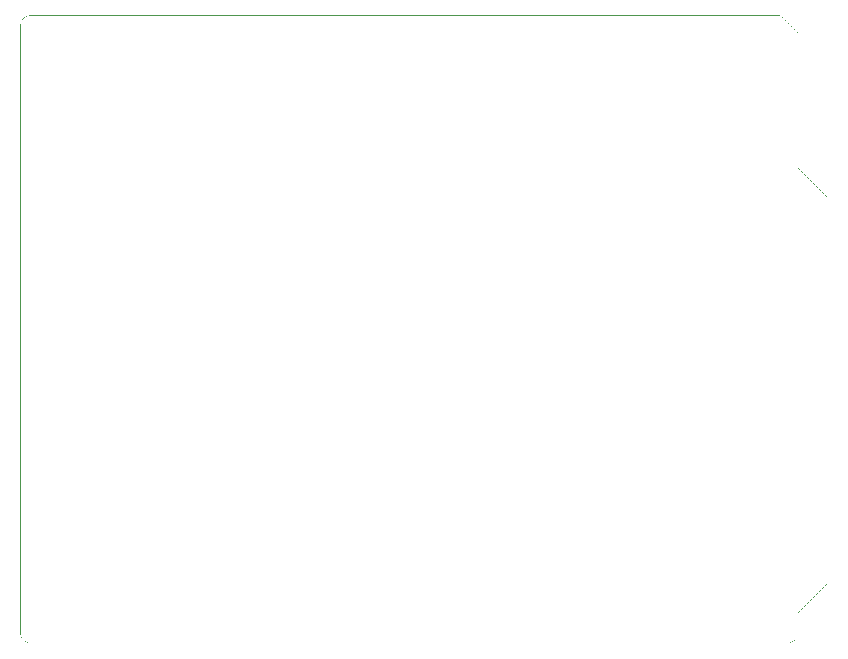
<source format=gbo>
G04 MADE WITH FRITZING*
G04 WWW.FRITZING.ORG*
G04 DOUBLE SIDED*
G04 HOLES PLATED*
G04 CONTOUR ON CENTER OF CONTOUR VECTOR*
%ASAXBY*%
%FSLAX23Y23*%
%MOIN*%
%OFA0B0*%
%SFA1.0B1.0*%
%ADD10R,0.001000X0.001000*%
%LNSILK0*%
G90*
G70*
G54D10*
X39Y2100D02*
X2544Y2100D01*
X35Y2099D02*
X38Y2099D01*
X2544Y2099D02*
X2545Y2099D01*
X32Y2098D02*
X34Y2098D01*
X2545Y2098D02*
X2546Y2098D01*
X30Y2097D02*
X32Y2097D01*
X2546Y2097D02*
X2547Y2097D01*
X29Y2096D02*
X30Y2096D01*
X2547Y2096D02*
X2548Y2096D01*
X27Y2095D02*
X28Y2095D01*
X2548Y2095D02*
X2549Y2095D01*
X25Y2094D02*
X26Y2094D01*
X2549Y2094D02*
X2550Y2094D01*
X24Y2093D02*
X25Y2093D01*
X2550Y2093D02*
X2551Y2093D01*
X23Y2092D02*
X23Y2092D01*
X2551Y2092D02*
X2552Y2092D01*
X22Y2091D02*
X22Y2091D01*
X2552Y2091D02*
X2553Y2091D01*
X21Y2090D02*
X21Y2090D01*
X2553Y2090D02*
X2554Y2090D01*
X20Y2089D02*
X20Y2089D01*
X2554Y2089D02*
X2555Y2089D01*
X19Y2088D02*
X19Y2088D01*
X2555Y2088D02*
X2556Y2088D01*
X18Y2087D02*
X18Y2087D01*
X2556Y2087D02*
X2557Y2087D01*
X18Y2086D02*
X18Y2086D01*
X2557Y2086D02*
X2558Y2086D01*
X17Y2085D02*
X17Y2085D01*
X2558Y2085D02*
X2559Y2085D01*
X16Y2084D02*
X16Y2084D01*
X2559Y2084D02*
X2560Y2084D01*
X16Y2083D02*
X16Y2083D01*
X2560Y2083D02*
X2561Y2083D01*
X15Y2082D02*
X15Y2082D01*
X2561Y2082D02*
X2562Y2082D01*
X14Y2081D02*
X15Y2081D01*
X2562Y2081D02*
X2563Y2081D01*
X14Y2080D02*
X14Y2080D01*
X2563Y2080D02*
X2564Y2080D01*
X14Y2079D02*
X14Y2079D01*
X2564Y2079D02*
X2565Y2079D01*
X13Y2078D02*
X13Y2078D01*
X2565Y2078D02*
X2566Y2078D01*
X13Y2077D02*
X13Y2077D01*
X2566Y2077D02*
X2567Y2077D01*
X12Y2076D02*
X12Y2076D01*
X2567Y2076D02*
X2568Y2076D01*
X12Y2075D02*
X12Y2075D01*
X2568Y2075D02*
X2569Y2075D01*
X12Y2074D02*
X12Y2074D01*
X2569Y2074D02*
X2570Y2074D01*
X12Y2073D02*
X12Y2073D01*
X2570Y2073D02*
X2571Y2073D01*
X11Y2072D02*
X11Y2072D01*
X2571Y2072D02*
X2572Y2072D01*
X11Y2071D02*
X11Y2071D01*
X2572Y2071D02*
X2573Y2071D01*
X11Y2070D02*
X11Y2070D01*
X2573Y2070D02*
X2574Y2070D01*
X11Y2069D02*
X11Y2069D01*
X2574Y2069D02*
X2575Y2069D01*
X11Y2068D02*
X11Y2068D01*
X2575Y2068D02*
X2576Y2068D01*
X11Y2067D02*
X11Y2067D01*
X2576Y2067D02*
X2577Y2067D01*
X11Y2066D02*
X11Y2066D01*
X2577Y2066D02*
X2578Y2066D01*
X11Y2065D02*
X11Y2065D01*
X2578Y2065D02*
X2579Y2065D01*
X11Y2064D02*
X11Y2064D01*
X2579Y2064D02*
X2580Y2064D01*
X11Y2063D02*
X11Y2063D01*
X2580Y2063D02*
X2581Y2063D01*
X11Y2062D02*
X11Y2062D01*
X2581Y2062D02*
X2582Y2062D01*
X11Y2061D02*
X11Y2061D01*
X2582Y2061D02*
X2583Y2061D01*
X11Y2060D02*
X11Y2060D01*
X2583Y2060D02*
X2584Y2060D01*
X11Y2059D02*
X11Y2059D01*
X2584Y2059D02*
X2585Y2059D01*
X11Y2058D02*
X11Y2058D01*
X2585Y2058D02*
X2586Y2058D01*
X11Y2057D02*
X11Y2057D01*
X2586Y2057D02*
X2587Y2057D01*
X11Y2056D02*
X11Y2056D01*
X2587Y2056D02*
X2588Y2056D01*
X11Y2055D02*
X11Y2055D01*
X2588Y2055D02*
X2589Y2055D01*
X11Y2054D02*
X11Y2054D01*
X2589Y2054D02*
X2590Y2054D01*
X11Y2053D02*
X11Y2053D01*
X2590Y2053D02*
X2591Y2053D01*
X11Y2052D02*
X11Y2052D01*
X2591Y2052D02*
X2592Y2052D01*
X11Y2051D02*
X11Y2051D01*
X2592Y2051D02*
X2593Y2051D01*
X11Y2050D02*
X11Y2050D01*
X2593Y2050D02*
X2594Y2050D01*
X11Y2049D02*
X11Y2049D01*
X2594Y2049D02*
X2595Y2049D01*
X11Y2048D02*
X11Y2048D01*
X2595Y2048D02*
X2596Y2048D01*
X11Y2047D02*
X11Y2047D01*
X2596Y2047D02*
X2597Y2047D01*
X11Y2046D02*
X11Y2046D01*
X2597Y2046D02*
X2598Y2046D01*
X11Y2045D02*
X11Y2045D01*
X2598Y2045D02*
X2599Y2045D01*
X11Y2044D02*
X11Y2044D01*
X2599Y2044D02*
X2600Y2044D01*
X11Y2043D02*
X11Y2043D01*
X2600Y2043D02*
X2601Y2043D01*
X11Y2042D02*
X11Y2042D01*
X2601Y2042D02*
X2602Y2042D01*
X11Y2041D02*
X11Y2041D01*
X2602Y2041D02*
X2603Y2041D01*
X11Y2040D02*
X11Y2040D01*
X2603Y2040D02*
X2603Y2040D01*
X11Y2039D02*
X11Y2039D01*
X2603Y2039D02*
X2603Y2039D01*
X11Y2038D02*
X11Y2038D01*
X2603Y2038D02*
X2603Y2038D01*
X11Y2037D02*
X11Y2037D01*
X2603Y2037D02*
X2603Y2037D01*
X11Y2036D02*
X11Y2036D01*
X2603Y2036D02*
X2603Y2036D01*
X11Y2035D02*
X11Y2035D01*
X2603Y2035D02*
X2603Y2035D01*
X11Y2034D02*
X11Y2034D01*
X2603Y2034D02*
X2603Y2034D01*
X11Y2033D02*
X11Y2033D01*
X2603Y2033D02*
X2603Y2033D01*
X11Y2032D02*
X11Y2032D01*
X2603Y2032D02*
X2603Y2032D01*
X11Y2031D02*
X11Y2031D01*
X2603Y2031D02*
X2603Y2031D01*
X11Y2030D02*
X11Y2030D01*
X2603Y2030D02*
X2603Y2030D01*
X11Y2029D02*
X11Y2029D01*
X2603Y2029D02*
X2603Y2029D01*
X11Y2028D02*
X11Y2028D01*
X2603Y2028D02*
X2603Y2028D01*
X11Y2027D02*
X11Y2027D01*
X2603Y2027D02*
X2603Y2027D01*
X11Y2026D02*
X11Y2026D01*
X2603Y2026D02*
X2603Y2026D01*
X11Y2025D02*
X11Y2025D01*
X2603Y2025D02*
X2603Y2025D01*
X11Y2024D02*
X11Y2024D01*
X2603Y2024D02*
X2603Y2024D01*
X11Y2023D02*
X11Y2023D01*
X2603Y2023D02*
X2603Y2023D01*
X11Y2022D02*
X11Y2022D01*
X2603Y2022D02*
X2603Y2022D01*
X11Y2021D02*
X11Y2021D01*
X2603Y2021D02*
X2603Y2021D01*
X11Y2020D02*
X11Y2020D01*
X2603Y2020D02*
X2603Y2020D01*
X11Y2019D02*
X11Y2019D01*
X2603Y2019D02*
X2603Y2019D01*
X11Y2018D02*
X11Y2018D01*
X2603Y2018D02*
X2603Y2018D01*
X11Y2017D02*
X11Y2017D01*
X2603Y2017D02*
X2603Y2017D01*
X11Y2016D02*
X11Y2016D01*
X2603Y2016D02*
X2603Y2016D01*
X11Y2015D02*
X11Y2015D01*
X2603Y2015D02*
X2603Y2015D01*
X11Y2014D02*
X11Y2014D01*
X2603Y2014D02*
X2603Y2014D01*
X11Y2013D02*
X11Y2013D01*
X2603Y2013D02*
X2603Y2013D01*
X11Y2012D02*
X11Y2012D01*
X2603Y2012D02*
X2603Y2012D01*
X11Y2011D02*
X11Y2011D01*
X2603Y2011D02*
X2603Y2011D01*
X11Y2010D02*
X11Y2010D01*
X2603Y2010D02*
X2603Y2010D01*
X11Y2009D02*
X11Y2009D01*
X2603Y2009D02*
X2603Y2009D01*
X11Y2008D02*
X11Y2008D01*
X2603Y2008D02*
X2603Y2008D01*
X11Y2007D02*
X11Y2007D01*
X2603Y2007D02*
X2603Y2007D01*
X11Y2006D02*
X11Y2006D01*
X2603Y2006D02*
X2603Y2006D01*
X11Y2005D02*
X11Y2005D01*
X2603Y2005D02*
X2603Y2005D01*
X11Y2004D02*
X11Y2004D01*
X2603Y2004D02*
X2603Y2004D01*
X11Y2003D02*
X11Y2003D01*
X2603Y2003D02*
X2603Y2003D01*
X11Y2002D02*
X11Y2002D01*
X2603Y2002D02*
X2603Y2002D01*
X11Y2001D02*
X11Y2001D01*
X2603Y2001D02*
X2603Y2001D01*
X11Y2000D02*
X11Y2000D01*
X2603Y2000D02*
X2603Y2000D01*
X11Y1999D02*
X11Y1999D01*
X2603Y1999D02*
X2603Y1999D01*
X11Y1998D02*
X11Y1998D01*
X2603Y1998D02*
X2603Y1998D01*
X11Y1997D02*
X11Y1997D01*
X2603Y1997D02*
X2603Y1997D01*
X11Y1996D02*
X11Y1996D01*
X2603Y1996D02*
X2603Y1996D01*
X11Y1995D02*
X11Y1995D01*
X2603Y1995D02*
X2603Y1995D01*
X11Y1994D02*
X11Y1994D01*
X2603Y1994D02*
X2603Y1994D01*
X11Y1993D02*
X11Y1993D01*
X2603Y1993D02*
X2603Y1993D01*
X11Y1992D02*
X11Y1992D01*
X2603Y1992D02*
X2603Y1992D01*
X11Y1991D02*
X11Y1991D01*
X2603Y1991D02*
X2603Y1991D01*
X11Y1990D02*
X11Y1990D01*
X2603Y1990D02*
X2603Y1990D01*
X11Y1989D02*
X11Y1989D01*
X2603Y1989D02*
X2603Y1989D01*
X11Y1988D02*
X11Y1988D01*
X2603Y1988D02*
X2603Y1988D01*
X11Y1987D02*
X11Y1987D01*
X2603Y1987D02*
X2603Y1987D01*
X11Y1986D02*
X11Y1986D01*
X2603Y1986D02*
X2603Y1986D01*
X11Y1985D02*
X11Y1985D01*
X2603Y1985D02*
X2603Y1985D01*
X11Y1984D02*
X11Y1984D01*
X2603Y1984D02*
X2603Y1984D01*
X11Y1983D02*
X11Y1983D01*
X2603Y1983D02*
X2603Y1983D01*
X11Y1982D02*
X11Y1982D01*
X2603Y1982D02*
X2603Y1982D01*
X11Y1981D02*
X11Y1981D01*
X2603Y1981D02*
X2603Y1981D01*
X11Y1980D02*
X11Y1980D01*
X2603Y1980D02*
X2603Y1980D01*
X11Y1979D02*
X11Y1979D01*
X2603Y1979D02*
X2603Y1979D01*
X11Y1978D02*
X11Y1978D01*
X2603Y1978D02*
X2603Y1978D01*
X11Y1977D02*
X11Y1977D01*
X2603Y1977D02*
X2603Y1977D01*
X11Y1976D02*
X11Y1976D01*
X2603Y1976D02*
X2603Y1976D01*
X11Y1975D02*
X11Y1975D01*
X2603Y1975D02*
X2603Y1975D01*
X11Y1974D02*
X11Y1974D01*
X2603Y1974D02*
X2603Y1974D01*
X11Y1973D02*
X11Y1973D01*
X2603Y1973D02*
X2603Y1973D01*
X11Y1972D02*
X11Y1972D01*
X2603Y1972D02*
X2603Y1972D01*
X11Y1971D02*
X11Y1971D01*
X2603Y1971D02*
X2603Y1971D01*
X11Y1970D02*
X11Y1970D01*
X2603Y1970D02*
X2603Y1970D01*
X11Y1969D02*
X11Y1969D01*
X2603Y1969D02*
X2603Y1969D01*
X11Y1968D02*
X11Y1968D01*
X2603Y1968D02*
X2603Y1968D01*
X11Y1967D02*
X11Y1967D01*
X2603Y1967D02*
X2603Y1967D01*
X11Y1966D02*
X11Y1966D01*
X2603Y1966D02*
X2603Y1966D01*
X11Y1965D02*
X11Y1965D01*
X2603Y1965D02*
X2603Y1965D01*
X11Y1964D02*
X11Y1964D01*
X2603Y1964D02*
X2603Y1964D01*
X11Y1963D02*
X11Y1963D01*
X2603Y1963D02*
X2603Y1963D01*
X11Y1962D02*
X11Y1962D01*
X2603Y1962D02*
X2603Y1962D01*
X11Y1961D02*
X11Y1961D01*
X2603Y1961D02*
X2603Y1961D01*
X11Y1960D02*
X11Y1960D01*
X2603Y1960D02*
X2603Y1960D01*
X11Y1959D02*
X11Y1959D01*
X2603Y1959D02*
X2603Y1959D01*
X11Y1958D02*
X11Y1958D01*
X2603Y1958D02*
X2603Y1958D01*
X11Y1957D02*
X11Y1957D01*
X2603Y1957D02*
X2603Y1957D01*
X11Y1956D02*
X11Y1956D01*
X2603Y1956D02*
X2603Y1956D01*
X11Y1955D02*
X11Y1955D01*
X2603Y1955D02*
X2603Y1955D01*
X11Y1954D02*
X11Y1954D01*
X2603Y1954D02*
X2603Y1954D01*
X11Y1953D02*
X11Y1953D01*
X2603Y1953D02*
X2603Y1953D01*
X11Y1952D02*
X11Y1952D01*
X2603Y1952D02*
X2603Y1952D01*
X11Y1951D02*
X11Y1951D01*
X2603Y1951D02*
X2603Y1951D01*
X11Y1950D02*
X11Y1950D01*
X2603Y1950D02*
X2603Y1950D01*
X11Y1949D02*
X11Y1949D01*
X2603Y1949D02*
X2603Y1949D01*
X11Y1948D02*
X11Y1948D01*
X2603Y1948D02*
X2603Y1948D01*
X11Y1947D02*
X11Y1947D01*
X2603Y1947D02*
X2603Y1947D01*
X11Y1946D02*
X11Y1946D01*
X2603Y1946D02*
X2603Y1946D01*
X11Y1945D02*
X11Y1945D01*
X2603Y1945D02*
X2603Y1945D01*
X11Y1944D02*
X11Y1944D01*
X2603Y1944D02*
X2603Y1944D01*
X11Y1943D02*
X11Y1943D01*
X2603Y1943D02*
X2603Y1943D01*
X11Y1942D02*
X11Y1942D01*
X2603Y1942D02*
X2603Y1942D01*
X11Y1941D02*
X11Y1941D01*
X2603Y1941D02*
X2603Y1941D01*
X11Y1940D02*
X11Y1940D01*
X2603Y1940D02*
X2603Y1940D01*
X11Y1939D02*
X11Y1939D01*
X2603Y1939D02*
X2603Y1939D01*
X11Y1938D02*
X11Y1938D01*
X2603Y1938D02*
X2603Y1938D01*
X11Y1937D02*
X11Y1937D01*
X2603Y1937D02*
X2603Y1937D01*
X11Y1936D02*
X11Y1936D01*
X2603Y1936D02*
X2603Y1936D01*
X11Y1935D02*
X11Y1935D01*
X2603Y1935D02*
X2603Y1935D01*
X11Y1934D02*
X11Y1934D01*
X2603Y1934D02*
X2603Y1934D01*
X11Y1933D02*
X11Y1933D01*
X2603Y1933D02*
X2603Y1933D01*
X11Y1932D02*
X11Y1932D01*
X2603Y1932D02*
X2603Y1932D01*
X11Y1931D02*
X11Y1931D01*
X2603Y1931D02*
X2603Y1931D01*
X11Y1930D02*
X11Y1930D01*
X2603Y1930D02*
X2603Y1930D01*
X11Y1929D02*
X11Y1929D01*
X2603Y1929D02*
X2603Y1929D01*
X11Y1928D02*
X11Y1928D01*
X2603Y1928D02*
X2603Y1928D01*
X11Y1927D02*
X11Y1927D01*
X2603Y1927D02*
X2603Y1927D01*
X11Y1926D02*
X11Y1926D01*
X2603Y1926D02*
X2603Y1926D01*
X11Y1925D02*
X11Y1925D01*
X2603Y1925D02*
X2603Y1925D01*
X11Y1924D02*
X11Y1924D01*
X2603Y1924D02*
X2603Y1924D01*
X11Y1923D02*
X11Y1923D01*
X2603Y1923D02*
X2603Y1923D01*
X11Y1922D02*
X11Y1922D01*
X2603Y1922D02*
X2603Y1922D01*
X11Y1921D02*
X11Y1921D01*
X2603Y1921D02*
X2603Y1921D01*
X11Y1920D02*
X11Y1920D01*
X2603Y1920D02*
X2603Y1920D01*
X11Y1919D02*
X11Y1919D01*
X2603Y1919D02*
X2603Y1919D01*
X11Y1918D02*
X11Y1918D01*
X2603Y1918D02*
X2603Y1918D01*
X11Y1917D02*
X11Y1917D01*
X2603Y1917D02*
X2603Y1917D01*
X11Y1916D02*
X11Y1916D01*
X2603Y1916D02*
X2603Y1916D01*
X11Y1915D02*
X11Y1915D01*
X2603Y1915D02*
X2603Y1915D01*
X11Y1914D02*
X11Y1914D01*
X2603Y1914D02*
X2603Y1914D01*
X11Y1913D02*
X11Y1913D01*
X2603Y1913D02*
X2603Y1913D01*
X11Y1912D02*
X11Y1912D01*
X2603Y1912D02*
X2603Y1912D01*
X11Y1911D02*
X11Y1911D01*
X2603Y1911D02*
X2603Y1911D01*
X11Y1910D02*
X11Y1910D01*
X2603Y1910D02*
X2603Y1910D01*
X11Y1909D02*
X11Y1909D01*
X2603Y1909D02*
X2603Y1909D01*
X11Y1908D02*
X11Y1908D01*
X2603Y1908D02*
X2603Y1908D01*
X11Y1907D02*
X11Y1907D01*
X2603Y1907D02*
X2603Y1907D01*
X11Y1906D02*
X11Y1906D01*
X2603Y1906D02*
X2603Y1906D01*
X11Y1905D02*
X11Y1905D01*
X2603Y1905D02*
X2603Y1905D01*
X11Y1904D02*
X11Y1904D01*
X2603Y1904D02*
X2603Y1904D01*
X11Y1903D02*
X11Y1903D01*
X2603Y1903D02*
X2603Y1903D01*
X11Y1902D02*
X11Y1902D01*
X2603Y1902D02*
X2603Y1902D01*
X11Y1901D02*
X11Y1901D01*
X2603Y1901D02*
X2603Y1901D01*
X11Y1900D02*
X11Y1900D01*
X2603Y1900D02*
X2603Y1900D01*
X11Y1899D02*
X11Y1899D01*
X2603Y1899D02*
X2603Y1899D01*
X11Y1898D02*
X11Y1898D01*
X2603Y1898D02*
X2603Y1898D01*
X11Y1897D02*
X11Y1897D01*
X2603Y1897D02*
X2603Y1897D01*
X11Y1896D02*
X11Y1896D01*
X2603Y1896D02*
X2603Y1896D01*
X11Y1895D02*
X11Y1895D01*
X2603Y1895D02*
X2603Y1895D01*
X11Y1894D02*
X11Y1894D01*
X2603Y1894D02*
X2603Y1894D01*
X11Y1893D02*
X11Y1893D01*
X2603Y1893D02*
X2603Y1893D01*
X11Y1892D02*
X11Y1892D01*
X2603Y1892D02*
X2603Y1892D01*
X11Y1891D02*
X11Y1891D01*
X2603Y1891D02*
X2603Y1891D01*
X11Y1890D02*
X11Y1890D01*
X2603Y1890D02*
X2603Y1890D01*
X11Y1889D02*
X11Y1889D01*
X2603Y1889D02*
X2603Y1889D01*
X11Y1888D02*
X11Y1888D01*
X2603Y1888D02*
X2603Y1888D01*
X11Y1887D02*
X11Y1887D01*
X2603Y1887D02*
X2603Y1887D01*
X11Y1886D02*
X11Y1886D01*
X2603Y1886D02*
X2603Y1886D01*
X11Y1885D02*
X11Y1885D01*
X2603Y1885D02*
X2603Y1885D01*
X11Y1884D02*
X11Y1884D01*
X2603Y1884D02*
X2603Y1884D01*
X11Y1883D02*
X11Y1883D01*
X2603Y1883D02*
X2603Y1883D01*
X11Y1882D02*
X11Y1882D01*
X2603Y1882D02*
X2603Y1882D01*
X11Y1881D02*
X11Y1881D01*
X2603Y1881D02*
X2603Y1881D01*
X11Y1880D02*
X11Y1880D01*
X2603Y1880D02*
X2603Y1880D01*
X11Y1879D02*
X11Y1879D01*
X2603Y1879D02*
X2603Y1879D01*
X11Y1878D02*
X11Y1878D01*
X2603Y1878D02*
X2603Y1878D01*
X11Y1877D02*
X11Y1877D01*
X2603Y1877D02*
X2603Y1877D01*
X11Y1876D02*
X11Y1876D01*
X2603Y1876D02*
X2603Y1876D01*
X11Y1875D02*
X11Y1875D01*
X2603Y1875D02*
X2603Y1875D01*
X11Y1874D02*
X11Y1874D01*
X2603Y1874D02*
X2603Y1874D01*
X11Y1873D02*
X11Y1873D01*
X2603Y1873D02*
X2603Y1873D01*
X11Y1872D02*
X11Y1872D01*
X2603Y1872D02*
X2603Y1872D01*
X11Y1871D02*
X11Y1871D01*
X2603Y1871D02*
X2603Y1871D01*
X11Y1870D02*
X11Y1870D01*
X2603Y1870D02*
X2603Y1870D01*
X11Y1869D02*
X11Y1869D01*
X2603Y1869D02*
X2603Y1869D01*
X11Y1868D02*
X11Y1868D01*
X2603Y1868D02*
X2603Y1868D01*
X11Y1867D02*
X11Y1867D01*
X2603Y1867D02*
X2603Y1867D01*
X11Y1866D02*
X11Y1866D01*
X2603Y1866D02*
X2603Y1866D01*
X11Y1865D02*
X11Y1865D01*
X2603Y1865D02*
X2603Y1865D01*
X11Y1864D02*
X11Y1864D01*
X2603Y1864D02*
X2603Y1864D01*
X11Y1863D02*
X11Y1863D01*
X2603Y1863D02*
X2603Y1863D01*
X11Y1862D02*
X11Y1862D01*
X2603Y1862D02*
X2603Y1862D01*
X11Y1861D02*
X11Y1861D01*
X2603Y1861D02*
X2603Y1861D01*
X11Y1860D02*
X11Y1860D01*
X2603Y1860D02*
X2603Y1860D01*
X11Y1859D02*
X11Y1859D01*
X2603Y1859D02*
X2603Y1859D01*
X11Y1858D02*
X11Y1858D01*
X2603Y1858D02*
X2603Y1858D01*
X11Y1857D02*
X11Y1857D01*
X2603Y1857D02*
X2603Y1857D01*
X11Y1856D02*
X11Y1856D01*
X2603Y1856D02*
X2603Y1856D01*
X11Y1855D02*
X11Y1855D01*
X2603Y1855D02*
X2603Y1855D01*
X11Y1854D02*
X11Y1854D01*
X2603Y1854D02*
X2603Y1854D01*
X11Y1853D02*
X11Y1853D01*
X2603Y1853D02*
X2603Y1853D01*
X11Y1852D02*
X11Y1852D01*
X2603Y1852D02*
X2603Y1852D01*
X11Y1851D02*
X11Y1851D01*
X2603Y1851D02*
X2603Y1851D01*
X11Y1850D02*
X11Y1850D01*
X2603Y1850D02*
X2603Y1850D01*
X11Y1849D02*
X11Y1849D01*
X2603Y1849D02*
X2603Y1849D01*
X11Y1848D02*
X11Y1848D01*
X2603Y1848D02*
X2603Y1848D01*
X11Y1847D02*
X11Y1847D01*
X2603Y1847D02*
X2603Y1847D01*
X11Y1846D02*
X11Y1846D01*
X2603Y1846D02*
X2603Y1846D01*
X11Y1845D02*
X11Y1845D01*
X2603Y1845D02*
X2603Y1845D01*
X11Y1844D02*
X11Y1844D01*
X2603Y1844D02*
X2603Y1844D01*
X11Y1843D02*
X11Y1843D01*
X2603Y1843D02*
X2603Y1843D01*
X11Y1842D02*
X11Y1842D01*
X2603Y1842D02*
X2603Y1842D01*
X11Y1841D02*
X11Y1841D01*
X2603Y1841D02*
X2603Y1841D01*
X11Y1840D02*
X11Y1840D01*
X2603Y1840D02*
X2603Y1840D01*
X11Y1839D02*
X11Y1839D01*
X2603Y1839D02*
X2603Y1839D01*
X11Y1838D02*
X11Y1838D01*
X2603Y1838D02*
X2603Y1838D01*
X11Y1837D02*
X11Y1837D01*
X2603Y1837D02*
X2603Y1837D01*
X11Y1836D02*
X11Y1836D01*
X2603Y1836D02*
X2603Y1836D01*
X11Y1835D02*
X11Y1835D01*
X2603Y1835D02*
X2603Y1835D01*
X11Y1834D02*
X11Y1834D01*
X2603Y1834D02*
X2603Y1834D01*
X11Y1833D02*
X11Y1833D01*
X2603Y1833D02*
X2603Y1833D01*
X11Y1832D02*
X11Y1832D01*
X2603Y1832D02*
X2603Y1832D01*
X11Y1831D02*
X11Y1831D01*
X2603Y1831D02*
X2603Y1831D01*
X11Y1830D02*
X11Y1830D01*
X2603Y1830D02*
X2603Y1830D01*
X11Y1829D02*
X11Y1829D01*
X2603Y1829D02*
X2603Y1829D01*
X11Y1828D02*
X11Y1828D01*
X2603Y1828D02*
X2603Y1828D01*
X11Y1827D02*
X11Y1827D01*
X2603Y1827D02*
X2603Y1827D01*
X11Y1826D02*
X11Y1826D01*
X2603Y1826D02*
X2603Y1826D01*
X11Y1825D02*
X11Y1825D01*
X2603Y1825D02*
X2603Y1825D01*
X11Y1824D02*
X11Y1824D01*
X2603Y1824D02*
X2603Y1824D01*
X11Y1823D02*
X11Y1823D01*
X2603Y1823D02*
X2603Y1823D01*
X11Y1822D02*
X11Y1822D01*
X2603Y1822D02*
X2603Y1822D01*
X11Y1821D02*
X11Y1821D01*
X2603Y1821D02*
X2603Y1821D01*
X11Y1820D02*
X11Y1820D01*
X2603Y1820D02*
X2603Y1820D01*
X11Y1819D02*
X11Y1819D01*
X2603Y1819D02*
X2603Y1819D01*
X11Y1818D02*
X11Y1818D01*
X2603Y1818D02*
X2603Y1818D01*
X11Y1817D02*
X11Y1817D01*
X2603Y1817D02*
X2603Y1817D01*
X11Y1816D02*
X11Y1816D01*
X2603Y1816D02*
X2603Y1816D01*
X11Y1815D02*
X11Y1815D01*
X2603Y1815D02*
X2603Y1815D01*
X11Y1814D02*
X11Y1814D01*
X2603Y1814D02*
X2603Y1814D01*
X11Y1813D02*
X11Y1813D01*
X2603Y1813D02*
X2603Y1813D01*
X11Y1812D02*
X11Y1812D01*
X2603Y1812D02*
X2603Y1812D01*
X11Y1811D02*
X11Y1811D01*
X2603Y1811D02*
X2603Y1811D01*
X11Y1810D02*
X11Y1810D01*
X2603Y1810D02*
X2603Y1810D01*
X11Y1809D02*
X11Y1809D01*
X2603Y1809D02*
X2603Y1809D01*
X11Y1808D02*
X11Y1808D01*
X2603Y1808D02*
X2603Y1808D01*
X11Y1807D02*
X11Y1807D01*
X2603Y1807D02*
X2603Y1807D01*
X11Y1806D02*
X11Y1806D01*
X2603Y1806D02*
X2603Y1806D01*
X11Y1805D02*
X11Y1805D01*
X2603Y1805D02*
X2603Y1805D01*
X11Y1804D02*
X11Y1804D01*
X2603Y1804D02*
X2603Y1804D01*
X11Y1803D02*
X11Y1803D01*
X2603Y1803D02*
X2603Y1803D01*
X11Y1802D02*
X11Y1802D01*
X2603Y1802D02*
X2603Y1802D01*
X11Y1801D02*
X11Y1801D01*
X2603Y1801D02*
X2603Y1801D01*
X11Y1800D02*
X11Y1800D01*
X2603Y1800D02*
X2603Y1800D01*
X11Y1799D02*
X11Y1799D01*
X2603Y1799D02*
X2603Y1799D01*
X11Y1798D02*
X11Y1798D01*
X2603Y1798D02*
X2603Y1798D01*
X11Y1797D02*
X11Y1797D01*
X2603Y1797D02*
X2603Y1797D01*
X11Y1796D02*
X11Y1796D01*
X2603Y1796D02*
X2603Y1796D01*
X11Y1795D02*
X11Y1795D01*
X2603Y1795D02*
X2603Y1795D01*
X11Y1794D02*
X11Y1794D01*
X2603Y1794D02*
X2603Y1794D01*
X11Y1793D02*
X11Y1793D01*
X2603Y1793D02*
X2603Y1793D01*
X11Y1792D02*
X11Y1792D01*
X2603Y1792D02*
X2603Y1792D01*
X11Y1791D02*
X11Y1791D01*
X2603Y1791D02*
X2603Y1791D01*
X11Y1790D02*
X11Y1790D01*
X2603Y1790D02*
X2603Y1790D01*
X11Y1789D02*
X11Y1789D01*
X2603Y1789D02*
X2603Y1789D01*
X11Y1788D02*
X11Y1788D01*
X2603Y1788D02*
X2603Y1788D01*
X11Y1787D02*
X11Y1787D01*
X2603Y1787D02*
X2603Y1787D01*
X11Y1786D02*
X11Y1786D01*
X2603Y1786D02*
X2603Y1786D01*
X11Y1785D02*
X11Y1785D01*
X2603Y1785D02*
X2603Y1785D01*
X11Y1784D02*
X11Y1784D01*
X2603Y1784D02*
X2603Y1784D01*
X11Y1783D02*
X11Y1783D01*
X2603Y1783D02*
X2603Y1783D01*
X11Y1782D02*
X11Y1782D01*
X2603Y1782D02*
X2603Y1782D01*
X11Y1781D02*
X11Y1781D01*
X2603Y1781D02*
X2603Y1781D01*
X11Y1780D02*
X11Y1780D01*
X2603Y1780D02*
X2603Y1780D01*
X11Y1779D02*
X11Y1779D01*
X2603Y1779D02*
X2603Y1779D01*
X11Y1778D02*
X11Y1778D01*
X2603Y1778D02*
X2603Y1778D01*
X11Y1777D02*
X11Y1777D01*
X2603Y1777D02*
X2603Y1777D01*
X11Y1776D02*
X11Y1776D01*
X2603Y1776D02*
X2603Y1776D01*
X11Y1775D02*
X11Y1775D01*
X2603Y1775D02*
X2603Y1775D01*
X11Y1774D02*
X11Y1774D01*
X2603Y1774D02*
X2603Y1774D01*
X11Y1773D02*
X11Y1773D01*
X2603Y1773D02*
X2603Y1773D01*
X11Y1772D02*
X11Y1772D01*
X2603Y1772D02*
X2603Y1772D01*
X11Y1771D02*
X11Y1771D01*
X2603Y1771D02*
X2603Y1771D01*
X11Y1770D02*
X11Y1770D01*
X2603Y1770D02*
X2603Y1770D01*
X11Y1769D02*
X11Y1769D01*
X2603Y1769D02*
X2603Y1769D01*
X11Y1768D02*
X11Y1768D01*
X2603Y1768D02*
X2603Y1768D01*
X11Y1767D02*
X11Y1767D01*
X2603Y1767D02*
X2603Y1767D01*
X11Y1766D02*
X11Y1766D01*
X2603Y1766D02*
X2603Y1766D01*
X11Y1765D02*
X11Y1765D01*
X2603Y1765D02*
X2603Y1765D01*
X11Y1764D02*
X11Y1764D01*
X2603Y1764D02*
X2603Y1764D01*
X11Y1763D02*
X11Y1763D01*
X2603Y1763D02*
X2603Y1763D01*
X11Y1762D02*
X11Y1762D01*
X2603Y1762D02*
X2603Y1762D01*
X11Y1761D02*
X11Y1761D01*
X2603Y1761D02*
X2603Y1761D01*
X11Y1760D02*
X11Y1760D01*
X2603Y1760D02*
X2603Y1760D01*
X11Y1759D02*
X11Y1759D01*
X2603Y1759D02*
X2603Y1759D01*
X11Y1758D02*
X11Y1758D01*
X2603Y1758D02*
X2603Y1758D01*
X11Y1757D02*
X11Y1757D01*
X2603Y1757D02*
X2603Y1757D01*
X11Y1756D02*
X11Y1756D01*
X2603Y1756D02*
X2603Y1756D01*
X11Y1755D02*
X11Y1755D01*
X2603Y1755D02*
X2603Y1755D01*
X11Y1754D02*
X11Y1754D01*
X2603Y1754D02*
X2603Y1754D01*
X11Y1753D02*
X11Y1753D01*
X2603Y1753D02*
X2603Y1753D01*
X11Y1752D02*
X11Y1752D01*
X2603Y1752D02*
X2603Y1752D01*
X11Y1751D02*
X11Y1751D01*
X2603Y1751D02*
X2603Y1751D01*
X11Y1750D02*
X11Y1750D01*
X2603Y1750D02*
X2603Y1750D01*
X11Y1749D02*
X11Y1749D01*
X2603Y1749D02*
X2603Y1749D01*
X11Y1748D02*
X11Y1748D01*
X2603Y1748D02*
X2603Y1748D01*
X11Y1747D02*
X11Y1747D01*
X2603Y1747D02*
X2603Y1747D01*
X11Y1746D02*
X11Y1746D01*
X2603Y1746D02*
X2603Y1746D01*
X11Y1745D02*
X11Y1745D01*
X2603Y1745D02*
X2603Y1745D01*
X11Y1744D02*
X11Y1744D01*
X2603Y1744D02*
X2603Y1744D01*
X11Y1743D02*
X11Y1743D01*
X2603Y1743D02*
X2603Y1743D01*
X11Y1742D02*
X11Y1742D01*
X2603Y1742D02*
X2603Y1742D01*
X11Y1741D02*
X11Y1741D01*
X2603Y1741D02*
X2603Y1741D01*
X11Y1740D02*
X11Y1740D01*
X2603Y1740D02*
X2603Y1740D01*
X11Y1739D02*
X11Y1739D01*
X2603Y1739D02*
X2603Y1739D01*
X11Y1738D02*
X11Y1738D01*
X2603Y1738D02*
X2603Y1738D01*
X11Y1737D02*
X11Y1737D01*
X2603Y1737D02*
X2603Y1737D01*
X11Y1736D02*
X11Y1736D01*
X2603Y1736D02*
X2603Y1736D01*
X11Y1735D02*
X11Y1735D01*
X2603Y1735D02*
X2603Y1735D01*
X11Y1734D02*
X11Y1734D01*
X2603Y1734D02*
X2603Y1734D01*
X11Y1733D02*
X11Y1733D01*
X2603Y1733D02*
X2603Y1733D01*
X11Y1732D02*
X11Y1732D01*
X2603Y1732D02*
X2603Y1732D01*
X11Y1731D02*
X11Y1731D01*
X2603Y1731D02*
X2603Y1731D01*
X11Y1730D02*
X11Y1730D01*
X2603Y1730D02*
X2603Y1730D01*
X11Y1729D02*
X11Y1729D01*
X2603Y1729D02*
X2603Y1729D01*
X11Y1728D02*
X11Y1728D01*
X2603Y1728D02*
X2603Y1728D01*
X11Y1727D02*
X11Y1727D01*
X2603Y1727D02*
X2603Y1727D01*
X11Y1726D02*
X11Y1726D01*
X2603Y1726D02*
X2603Y1726D01*
X11Y1725D02*
X11Y1725D01*
X2603Y1725D02*
X2603Y1725D01*
X11Y1724D02*
X11Y1724D01*
X2603Y1724D02*
X2603Y1724D01*
X11Y1723D02*
X11Y1723D01*
X2603Y1723D02*
X2603Y1723D01*
X11Y1722D02*
X11Y1722D01*
X2603Y1722D02*
X2603Y1722D01*
X11Y1721D02*
X11Y1721D01*
X2603Y1721D02*
X2603Y1721D01*
X11Y1720D02*
X11Y1720D01*
X2603Y1720D02*
X2603Y1720D01*
X11Y1719D02*
X11Y1719D01*
X2603Y1719D02*
X2603Y1719D01*
X11Y1718D02*
X11Y1718D01*
X2603Y1718D02*
X2603Y1718D01*
X11Y1717D02*
X11Y1717D01*
X2603Y1717D02*
X2603Y1717D01*
X11Y1716D02*
X11Y1716D01*
X2603Y1716D02*
X2603Y1716D01*
X11Y1715D02*
X11Y1715D01*
X2603Y1715D02*
X2603Y1715D01*
X11Y1714D02*
X11Y1714D01*
X2603Y1714D02*
X2603Y1714D01*
X11Y1713D02*
X11Y1713D01*
X2603Y1713D02*
X2603Y1713D01*
X11Y1712D02*
X11Y1712D01*
X2603Y1712D02*
X2603Y1712D01*
X11Y1711D02*
X11Y1711D01*
X2603Y1711D02*
X2603Y1711D01*
X11Y1710D02*
X11Y1710D01*
X2603Y1710D02*
X2603Y1710D01*
X11Y1709D02*
X11Y1709D01*
X2603Y1709D02*
X2603Y1709D01*
X11Y1708D02*
X11Y1708D01*
X2603Y1708D02*
X2603Y1708D01*
X11Y1707D02*
X11Y1707D01*
X2603Y1707D02*
X2603Y1707D01*
X11Y1706D02*
X11Y1706D01*
X2603Y1706D02*
X2603Y1706D01*
X11Y1705D02*
X11Y1705D01*
X2603Y1705D02*
X2603Y1705D01*
X11Y1704D02*
X11Y1704D01*
X2603Y1704D02*
X2603Y1704D01*
X11Y1703D02*
X11Y1703D01*
X2603Y1703D02*
X2603Y1703D01*
X11Y1702D02*
X11Y1702D01*
X2603Y1702D02*
X2603Y1702D01*
X11Y1701D02*
X11Y1701D01*
X2603Y1701D02*
X2603Y1701D01*
X11Y1700D02*
X11Y1700D01*
X2603Y1700D02*
X2603Y1700D01*
X11Y1699D02*
X11Y1699D01*
X2603Y1699D02*
X2603Y1699D01*
X11Y1698D02*
X11Y1698D01*
X2603Y1698D02*
X2603Y1698D01*
X11Y1697D02*
X11Y1697D01*
X2603Y1697D02*
X2603Y1697D01*
X11Y1696D02*
X11Y1696D01*
X2603Y1696D02*
X2603Y1696D01*
X11Y1695D02*
X11Y1695D01*
X2603Y1695D02*
X2603Y1695D01*
X11Y1694D02*
X11Y1694D01*
X2603Y1694D02*
X2603Y1694D01*
X11Y1693D02*
X11Y1693D01*
X2603Y1693D02*
X2603Y1693D01*
X11Y1692D02*
X11Y1692D01*
X2603Y1692D02*
X2603Y1692D01*
X11Y1691D02*
X11Y1691D01*
X2603Y1691D02*
X2603Y1691D01*
X11Y1690D02*
X11Y1690D01*
X2603Y1690D02*
X2603Y1690D01*
X11Y1689D02*
X11Y1689D01*
X2603Y1689D02*
X2603Y1689D01*
X11Y1688D02*
X11Y1688D01*
X2603Y1688D02*
X2603Y1688D01*
X11Y1687D02*
X11Y1687D01*
X2603Y1687D02*
X2603Y1687D01*
X11Y1686D02*
X11Y1686D01*
X2603Y1686D02*
X2603Y1686D01*
X11Y1685D02*
X11Y1685D01*
X2603Y1685D02*
X2603Y1685D01*
X11Y1684D02*
X11Y1684D01*
X2603Y1684D02*
X2603Y1684D01*
X11Y1683D02*
X11Y1683D01*
X2603Y1683D02*
X2603Y1683D01*
X11Y1682D02*
X11Y1682D01*
X2603Y1682D02*
X2603Y1682D01*
X11Y1681D02*
X11Y1681D01*
X2603Y1681D02*
X2603Y1681D01*
X11Y1680D02*
X11Y1680D01*
X2603Y1680D02*
X2603Y1680D01*
X11Y1679D02*
X11Y1679D01*
X2603Y1679D02*
X2603Y1679D01*
X11Y1678D02*
X11Y1678D01*
X2603Y1678D02*
X2603Y1678D01*
X11Y1677D02*
X11Y1677D01*
X2603Y1677D02*
X2603Y1677D01*
X11Y1676D02*
X11Y1676D01*
X2603Y1676D02*
X2603Y1676D01*
X11Y1675D02*
X11Y1675D01*
X2603Y1675D02*
X2603Y1675D01*
X11Y1674D02*
X11Y1674D01*
X2603Y1674D02*
X2603Y1674D01*
X11Y1673D02*
X11Y1673D01*
X2603Y1673D02*
X2603Y1673D01*
X11Y1672D02*
X11Y1672D01*
X2603Y1672D02*
X2603Y1672D01*
X11Y1671D02*
X11Y1671D01*
X2603Y1671D02*
X2603Y1671D01*
X11Y1670D02*
X11Y1670D01*
X2603Y1670D02*
X2603Y1670D01*
X11Y1669D02*
X11Y1669D01*
X2603Y1669D02*
X2603Y1669D01*
X11Y1668D02*
X11Y1668D01*
X2603Y1668D02*
X2603Y1668D01*
X11Y1667D02*
X11Y1667D01*
X2603Y1667D02*
X2603Y1667D01*
X11Y1666D02*
X11Y1666D01*
X2603Y1666D02*
X2603Y1666D01*
X11Y1665D02*
X11Y1665D01*
X2603Y1665D02*
X2603Y1665D01*
X11Y1664D02*
X11Y1664D01*
X2603Y1664D02*
X2603Y1664D01*
X11Y1663D02*
X11Y1663D01*
X2603Y1663D02*
X2603Y1663D01*
X11Y1662D02*
X11Y1662D01*
X2603Y1662D02*
X2603Y1662D01*
X11Y1661D02*
X11Y1661D01*
X2603Y1661D02*
X2603Y1661D01*
X11Y1660D02*
X11Y1660D01*
X2603Y1660D02*
X2603Y1660D01*
X11Y1659D02*
X11Y1659D01*
X2603Y1659D02*
X2603Y1659D01*
X11Y1658D02*
X11Y1658D01*
X2603Y1658D02*
X2603Y1658D01*
X11Y1657D02*
X11Y1657D01*
X2603Y1657D02*
X2603Y1657D01*
X11Y1656D02*
X11Y1656D01*
X2603Y1656D02*
X2603Y1656D01*
X11Y1655D02*
X11Y1655D01*
X2603Y1655D02*
X2603Y1655D01*
X11Y1654D02*
X11Y1654D01*
X2603Y1654D02*
X2603Y1654D01*
X11Y1653D02*
X11Y1653D01*
X2603Y1653D02*
X2603Y1653D01*
X11Y1652D02*
X11Y1652D01*
X2603Y1652D02*
X2603Y1652D01*
X11Y1651D02*
X11Y1651D01*
X2603Y1651D02*
X2603Y1651D01*
X11Y1650D02*
X11Y1650D01*
X2603Y1650D02*
X2603Y1650D01*
X11Y1649D02*
X11Y1649D01*
X2603Y1649D02*
X2603Y1649D01*
X11Y1648D02*
X11Y1648D01*
X2603Y1648D02*
X2603Y1648D01*
X11Y1647D02*
X11Y1647D01*
X2603Y1647D02*
X2603Y1647D01*
X11Y1646D02*
X11Y1646D01*
X2603Y1646D02*
X2603Y1646D01*
X11Y1645D02*
X11Y1645D01*
X2603Y1645D02*
X2603Y1645D01*
X11Y1644D02*
X11Y1644D01*
X2603Y1644D02*
X2603Y1644D01*
X11Y1643D02*
X11Y1643D01*
X2603Y1643D02*
X2603Y1643D01*
X11Y1642D02*
X11Y1642D01*
X2603Y1642D02*
X2603Y1642D01*
X11Y1641D02*
X11Y1641D01*
X2603Y1641D02*
X2603Y1641D01*
X11Y1640D02*
X11Y1640D01*
X2603Y1640D02*
X2603Y1640D01*
X11Y1639D02*
X11Y1639D01*
X2603Y1639D02*
X2603Y1639D01*
X11Y1638D02*
X11Y1638D01*
X2603Y1638D02*
X2603Y1638D01*
X11Y1637D02*
X11Y1637D01*
X2603Y1637D02*
X2603Y1637D01*
X11Y1636D02*
X11Y1636D01*
X2603Y1636D02*
X2603Y1636D01*
X11Y1635D02*
X11Y1635D01*
X2603Y1635D02*
X2603Y1635D01*
X11Y1634D02*
X11Y1634D01*
X2603Y1634D02*
X2603Y1634D01*
X11Y1633D02*
X11Y1633D01*
X2603Y1633D02*
X2603Y1633D01*
X11Y1632D02*
X11Y1632D01*
X2603Y1632D02*
X2603Y1632D01*
X11Y1631D02*
X11Y1631D01*
X2603Y1631D02*
X2603Y1631D01*
X11Y1630D02*
X11Y1630D01*
X2603Y1630D02*
X2603Y1630D01*
X11Y1629D02*
X11Y1629D01*
X2603Y1629D02*
X2603Y1629D01*
X11Y1628D02*
X11Y1628D01*
X2603Y1628D02*
X2603Y1628D01*
X11Y1627D02*
X11Y1627D01*
X2603Y1627D02*
X2603Y1627D01*
X11Y1626D02*
X11Y1626D01*
X2603Y1626D02*
X2603Y1626D01*
X11Y1625D02*
X11Y1625D01*
X2603Y1625D02*
X2603Y1625D01*
X11Y1624D02*
X11Y1624D01*
X2603Y1624D02*
X2603Y1624D01*
X11Y1623D02*
X11Y1623D01*
X2603Y1623D02*
X2603Y1623D01*
X11Y1622D02*
X11Y1622D01*
X2603Y1622D02*
X2603Y1622D01*
X11Y1621D02*
X11Y1621D01*
X2603Y1621D02*
X2603Y1621D01*
X11Y1620D02*
X11Y1620D01*
X2603Y1620D02*
X2603Y1620D01*
X11Y1619D02*
X11Y1619D01*
X2603Y1619D02*
X2603Y1619D01*
X11Y1618D02*
X11Y1618D01*
X2603Y1618D02*
X2603Y1618D01*
X11Y1617D02*
X11Y1617D01*
X2603Y1617D02*
X2603Y1617D01*
X11Y1616D02*
X11Y1616D01*
X2603Y1616D02*
X2603Y1616D01*
X11Y1615D02*
X11Y1615D01*
X2603Y1615D02*
X2603Y1615D01*
X11Y1614D02*
X11Y1614D01*
X2603Y1614D02*
X2603Y1614D01*
X11Y1613D02*
X11Y1613D01*
X2603Y1613D02*
X2603Y1613D01*
X11Y1612D02*
X11Y1612D01*
X2603Y1612D02*
X2603Y1612D01*
X11Y1611D02*
X11Y1611D01*
X2603Y1611D02*
X2603Y1611D01*
X11Y1610D02*
X11Y1610D01*
X2603Y1610D02*
X2603Y1610D01*
X11Y1609D02*
X11Y1609D01*
X2603Y1609D02*
X2603Y1609D01*
X11Y1608D02*
X11Y1608D01*
X2603Y1608D02*
X2603Y1608D01*
X11Y1607D02*
X11Y1607D01*
X2603Y1607D02*
X2603Y1607D01*
X11Y1606D02*
X11Y1606D01*
X2603Y1606D02*
X2603Y1606D01*
X11Y1605D02*
X11Y1605D01*
X2603Y1605D02*
X2603Y1605D01*
X11Y1604D02*
X11Y1604D01*
X2603Y1604D02*
X2603Y1604D01*
X11Y1603D02*
X11Y1603D01*
X2603Y1603D02*
X2603Y1603D01*
X11Y1602D02*
X11Y1602D01*
X2603Y1602D02*
X2603Y1602D01*
X11Y1601D02*
X11Y1601D01*
X2603Y1601D02*
X2603Y1601D01*
X11Y1600D02*
X11Y1600D01*
X2603Y1600D02*
X2603Y1600D01*
X11Y1599D02*
X11Y1599D01*
X2603Y1599D02*
X2603Y1599D01*
X11Y1598D02*
X11Y1598D01*
X2603Y1598D02*
X2603Y1598D01*
X11Y1597D02*
X11Y1597D01*
X2603Y1597D02*
X2603Y1597D01*
X11Y1596D02*
X11Y1596D01*
X2603Y1596D02*
X2603Y1596D01*
X11Y1595D02*
X11Y1595D01*
X2603Y1595D02*
X2603Y1595D01*
X11Y1594D02*
X11Y1594D01*
X2603Y1594D02*
X2603Y1594D01*
X11Y1593D02*
X11Y1593D01*
X2603Y1593D02*
X2603Y1593D01*
X11Y1592D02*
X11Y1592D01*
X2603Y1592D02*
X2603Y1592D01*
X11Y1591D02*
X11Y1591D01*
X2604Y1591D02*
X2604Y1591D01*
X11Y1590D02*
X11Y1590D01*
X2605Y1590D02*
X2605Y1590D01*
X11Y1589D02*
X11Y1589D01*
X2606Y1589D02*
X2606Y1589D01*
X11Y1588D02*
X11Y1588D01*
X2607Y1588D02*
X2607Y1588D01*
X11Y1587D02*
X11Y1587D01*
X2608Y1587D02*
X2608Y1587D01*
X11Y1586D02*
X11Y1586D01*
X2609Y1586D02*
X2609Y1586D01*
X11Y1585D02*
X11Y1585D01*
X2610Y1585D02*
X2610Y1585D01*
X11Y1584D02*
X11Y1584D01*
X2611Y1584D02*
X2611Y1584D01*
X11Y1583D02*
X11Y1583D01*
X2612Y1583D02*
X2612Y1583D01*
X11Y1582D02*
X11Y1582D01*
X2613Y1582D02*
X2613Y1582D01*
X11Y1581D02*
X11Y1581D01*
X2614Y1581D02*
X2614Y1581D01*
X11Y1580D02*
X11Y1580D01*
X2615Y1580D02*
X2615Y1580D01*
X11Y1579D02*
X11Y1579D01*
X2616Y1579D02*
X2616Y1579D01*
X11Y1578D02*
X11Y1578D01*
X2617Y1578D02*
X2617Y1578D01*
X11Y1577D02*
X11Y1577D01*
X2618Y1577D02*
X2618Y1577D01*
X11Y1576D02*
X11Y1576D01*
X2619Y1576D02*
X2619Y1576D01*
X11Y1575D02*
X11Y1575D01*
X2620Y1575D02*
X2620Y1575D01*
X11Y1574D02*
X11Y1574D01*
X2621Y1574D02*
X2621Y1574D01*
X11Y1573D02*
X11Y1573D01*
X2622Y1573D02*
X2622Y1573D01*
X11Y1572D02*
X11Y1572D01*
X2623Y1572D02*
X2623Y1572D01*
X11Y1571D02*
X11Y1571D01*
X2624Y1571D02*
X2624Y1571D01*
X11Y1570D02*
X11Y1570D01*
X2625Y1570D02*
X2625Y1570D01*
X11Y1569D02*
X11Y1569D01*
X2626Y1569D02*
X2626Y1569D01*
X11Y1568D02*
X11Y1568D01*
X2627Y1568D02*
X2627Y1568D01*
X11Y1567D02*
X11Y1567D01*
X2628Y1567D02*
X2628Y1567D01*
X11Y1566D02*
X11Y1566D01*
X2629Y1566D02*
X2629Y1566D01*
X11Y1565D02*
X11Y1565D01*
X2630Y1565D02*
X2630Y1565D01*
X11Y1564D02*
X11Y1564D01*
X2631Y1564D02*
X2631Y1564D01*
X11Y1563D02*
X11Y1563D01*
X2632Y1563D02*
X2632Y1563D01*
X11Y1562D02*
X11Y1562D01*
X2633Y1562D02*
X2633Y1562D01*
X11Y1561D02*
X11Y1561D01*
X2634Y1561D02*
X2634Y1561D01*
X11Y1560D02*
X11Y1560D01*
X2635Y1560D02*
X2635Y1560D01*
X11Y1559D02*
X11Y1559D01*
X2636Y1559D02*
X2636Y1559D01*
X11Y1558D02*
X11Y1558D01*
X2637Y1558D02*
X2637Y1558D01*
X11Y1557D02*
X11Y1557D01*
X2638Y1557D02*
X2638Y1557D01*
X11Y1556D02*
X11Y1556D01*
X2639Y1556D02*
X2639Y1556D01*
X11Y1555D02*
X11Y1555D01*
X2640Y1555D02*
X2640Y1555D01*
X11Y1554D02*
X11Y1554D01*
X2641Y1554D02*
X2641Y1554D01*
X11Y1553D02*
X11Y1553D01*
X2642Y1553D02*
X2643Y1553D01*
X11Y1552D02*
X11Y1552D01*
X2643Y1552D02*
X2644Y1552D01*
X11Y1551D02*
X11Y1551D01*
X2644Y1551D02*
X2645Y1551D01*
X11Y1550D02*
X11Y1550D01*
X2645Y1550D02*
X2646Y1550D01*
X11Y1549D02*
X11Y1549D01*
X2646Y1549D02*
X2647Y1549D01*
X11Y1548D02*
X11Y1548D01*
X2647Y1548D02*
X2648Y1548D01*
X11Y1547D02*
X11Y1547D01*
X2648Y1547D02*
X2649Y1547D01*
X11Y1546D02*
X11Y1546D01*
X2649Y1546D02*
X2650Y1546D01*
X11Y1545D02*
X11Y1545D01*
X2650Y1545D02*
X2651Y1545D01*
X11Y1544D02*
X11Y1544D01*
X2651Y1544D02*
X2652Y1544D01*
X11Y1543D02*
X11Y1543D01*
X2652Y1543D02*
X2653Y1543D01*
X11Y1542D02*
X11Y1542D01*
X2653Y1542D02*
X2654Y1542D01*
X11Y1541D02*
X11Y1541D01*
X2654Y1541D02*
X2655Y1541D01*
X11Y1540D02*
X11Y1540D01*
X2655Y1540D02*
X2656Y1540D01*
X11Y1539D02*
X11Y1539D01*
X2656Y1539D02*
X2657Y1539D01*
X11Y1538D02*
X11Y1538D01*
X2657Y1538D02*
X2658Y1538D01*
X11Y1537D02*
X11Y1537D01*
X2658Y1537D02*
X2659Y1537D01*
X11Y1536D02*
X11Y1536D01*
X2659Y1536D02*
X2660Y1536D01*
X11Y1535D02*
X11Y1535D01*
X2660Y1535D02*
X2661Y1535D01*
X11Y1534D02*
X11Y1534D01*
X2661Y1534D02*
X2662Y1534D01*
X11Y1533D02*
X11Y1533D01*
X2662Y1533D02*
X2663Y1533D01*
X11Y1532D02*
X11Y1532D01*
X2663Y1532D02*
X2664Y1532D01*
X11Y1531D02*
X11Y1531D01*
X2664Y1531D02*
X2665Y1531D01*
X11Y1530D02*
X11Y1530D01*
X2665Y1530D02*
X2666Y1530D01*
X11Y1529D02*
X11Y1529D01*
X2666Y1529D02*
X2667Y1529D01*
X11Y1528D02*
X11Y1528D01*
X2667Y1528D02*
X2668Y1528D01*
X11Y1527D02*
X11Y1527D01*
X2668Y1527D02*
X2669Y1527D01*
X11Y1526D02*
X11Y1526D01*
X2669Y1526D02*
X2670Y1526D01*
X11Y1525D02*
X11Y1525D01*
X2670Y1525D02*
X2671Y1525D01*
X11Y1524D02*
X11Y1524D01*
X2671Y1524D02*
X2672Y1524D01*
X11Y1523D02*
X11Y1523D01*
X2672Y1523D02*
X2673Y1523D01*
X11Y1522D02*
X11Y1522D01*
X2673Y1522D02*
X2674Y1522D01*
X11Y1521D02*
X11Y1521D01*
X2674Y1521D02*
X2675Y1521D01*
X11Y1520D02*
X11Y1520D01*
X2675Y1520D02*
X2676Y1520D01*
X11Y1519D02*
X11Y1519D01*
X2676Y1519D02*
X2677Y1519D01*
X11Y1518D02*
X11Y1518D01*
X2677Y1518D02*
X2678Y1518D01*
X11Y1517D02*
X11Y1517D01*
X2678Y1517D02*
X2679Y1517D01*
X11Y1516D02*
X11Y1516D01*
X2679Y1516D02*
X2680Y1516D01*
X11Y1515D02*
X11Y1515D01*
X2680Y1515D02*
X2681Y1515D01*
X11Y1514D02*
X11Y1514D01*
X2681Y1514D02*
X2682Y1514D01*
X11Y1513D02*
X11Y1513D01*
X2682Y1513D02*
X2683Y1513D01*
X11Y1512D02*
X11Y1512D01*
X2683Y1512D02*
X2684Y1512D01*
X11Y1511D02*
X11Y1511D01*
X2684Y1511D02*
X2685Y1511D01*
X11Y1510D02*
X11Y1510D01*
X2685Y1510D02*
X2686Y1510D01*
X11Y1509D02*
X11Y1509D01*
X2686Y1509D02*
X2687Y1509D01*
X11Y1508D02*
X11Y1508D01*
X2687Y1508D02*
X2688Y1508D01*
X11Y1507D02*
X11Y1507D01*
X2688Y1507D02*
X2689Y1507D01*
X11Y1506D02*
X11Y1506D01*
X2689Y1506D02*
X2690Y1506D01*
X11Y1505D02*
X11Y1505D01*
X2690Y1505D02*
X2691Y1505D01*
X11Y1504D02*
X11Y1504D01*
X2691Y1504D02*
X2692Y1504D01*
X11Y1503D02*
X11Y1503D01*
X2692Y1503D02*
X2693Y1503D01*
X11Y1502D02*
X11Y1502D01*
X2693Y1502D02*
X2694Y1502D01*
X11Y1501D02*
X11Y1501D01*
X2694Y1501D02*
X2695Y1501D01*
X11Y1500D02*
X11Y1500D01*
X2695Y1500D02*
X2696Y1500D01*
X11Y1499D02*
X11Y1499D01*
X2696Y1499D02*
X2697Y1499D01*
X11Y1498D02*
X11Y1498D01*
X2697Y1498D02*
X2698Y1498D01*
X11Y1497D02*
X11Y1497D01*
X2698Y1497D02*
X2699Y1497D01*
X11Y1496D02*
X11Y1496D01*
X2699Y1496D02*
X2700Y1496D01*
X11Y1495D02*
X11Y1495D01*
X2700Y1495D02*
X2701Y1495D01*
X11Y1494D02*
X11Y1494D01*
X2701Y1494D02*
X2702Y1494D01*
X11Y1493D02*
X11Y1493D01*
X2702Y1493D02*
X2703Y1493D01*
X11Y1492D02*
X11Y1492D01*
X2703Y1492D02*
X2703Y1492D01*
X11Y1491D02*
X11Y1491D01*
X2703Y1491D02*
X2703Y1491D01*
X11Y1490D02*
X11Y1490D01*
X2703Y1490D02*
X2703Y1490D01*
X11Y1489D02*
X11Y1489D01*
X2703Y1489D02*
X2703Y1489D01*
X11Y1488D02*
X11Y1488D01*
X2703Y1488D02*
X2703Y1488D01*
X11Y1487D02*
X11Y1487D01*
X2703Y1487D02*
X2703Y1487D01*
X11Y1486D02*
X11Y1486D01*
X2703Y1486D02*
X2703Y1486D01*
X11Y1485D02*
X11Y1485D01*
X2703Y1485D02*
X2703Y1485D01*
X11Y1484D02*
X11Y1484D01*
X2703Y1484D02*
X2703Y1484D01*
X11Y1483D02*
X11Y1483D01*
X2703Y1483D02*
X2703Y1483D01*
X11Y1482D02*
X11Y1482D01*
X2703Y1482D02*
X2703Y1482D01*
X11Y1481D02*
X11Y1481D01*
X2703Y1481D02*
X2703Y1481D01*
X11Y1480D02*
X11Y1480D01*
X2703Y1480D02*
X2703Y1480D01*
X11Y1479D02*
X11Y1479D01*
X2703Y1479D02*
X2703Y1479D01*
X11Y1478D02*
X11Y1478D01*
X2703Y1478D02*
X2703Y1478D01*
X11Y1477D02*
X11Y1477D01*
X2703Y1477D02*
X2703Y1477D01*
X11Y1476D02*
X11Y1476D01*
X2703Y1476D02*
X2703Y1476D01*
X11Y1475D02*
X11Y1475D01*
X2703Y1475D02*
X2703Y1475D01*
X11Y1474D02*
X11Y1474D01*
X2703Y1474D02*
X2703Y1474D01*
X11Y1473D02*
X11Y1473D01*
X2703Y1473D02*
X2703Y1473D01*
X11Y1472D02*
X11Y1472D01*
X2703Y1472D02*
X2703Y1472D01*
X11Y1471D02*
X11Y1471D01*
X2703Y1471D02*
X2703Y1471D01*
X11Y1470D02*
X11Y1470D01*
X2703Y1470D02*
X2703Y1470D01*
X11Y1469D02*
X11Y1469D01*
X2703Y1469D02*
X2703Y1469D01*
X11Y1468D02*
X11Y1468D01*
X2703Y1468D02*
X2703Y1468D01*
X11Y1467D02*
X11Y1467D01*
X2703Y1467D02*
X2703Y1467D01*
X11Y1466D02*
X11Y1466D01*
X2703Y1466D02*
X2703Y1466D01*
X11Y1465D02*
X11Y1465D01*
X2703Y1465D02*
X2703Y1465D01*
X11Y1464D02*
X11Y1464D01*
X2703Y1464D02*
X2703Y1464D01*
X11Y1463D02*
X11Y1463D01*
X2703Y1463D02*
X2703Y1463D01*
X11Y1462D02*
X11Y1462D01*
X2703Y1462D02*
X2703Y1462D01*
X11Y1461D02*
X11Y1461D01*
X2703Y1461D02*
X2703Y1461D01*
X11Y1460D02*
X11Y1460D01*
X2703Y1460D02*
X2703Y1460D01*
X11Y1459D02*
X11Y1459D01*
X2703Y1459D02*
X2703Y1459D01*
X11Y1458D02*
X11Y1458D01*
X2703Y1458D02*
X2703Y1458D01*
X11Y1457D02*
X11Y1457D01*
X2703Y1457D02*
X2703Y1457D01*
X11Y1456D02*
X11Y1456D01*
X2703Y1456D02*
X2703Y1456D01*
X11Y1455D02*
X11Y1455D01*
X2703Y1455D02*
X2703Y1455D01*
X11Y1454D02*
X11Y1454D01*
X2703Y1454D02*
X2703Y1454D01*
X11Y1453D02*
X11Y1453D01*
X2703Y1453D02*
X2703Y1453D01*
X11Y1452D02*
X11Y1452D01*
X2703Y1452D02*
X2703Y1452D01*
X11Y1451D02*
X11Y1451D01*
X2703Y1451D02*
X2703Y1451D01*
X11Y1450D02*
X11Y1450D01*
X2703Y1450D02*
X2703Y1450D01*
X11Y1449D02*
X11Y1449D01*
X2703Y1449D02*
X2703Y1449D01*
X11Y1448D02*
X11Y1448D01*
X2703Y1448D02*
X2703Y1448D01*
X11Y1447D02*
X11Y1447D01*
X2703Y1447D02*
X2703Y1447D01*
X11Y1446D02*
X11Y1446D01*
X2703Y1446D02*
X2703Y1446D01*
X11Y1445D02*
X11Y1445D01*
X2703Y1445D02*
X2703Y1445D01*
X11Y1444D02*
X11Y1444D01*
X2703Y1444D02*
X2703Y1444D01*
X11Y1443D02*
X11Y1443D01*
X2703Y1443D02*
X2703Y1443D01*
X11Y1442D02*
X11Y1442D01*
X2703Y1442D02*
X2703Y1442D01*
X11Y1441D02*
X11Y1441D01*
X2703Y1441D02*
X2703Y1441D01*
X11Y1440D02*
X11Y1440D01*
X2703Y1440D02*
X2703Y1440D01*
X11Y1439D02*
X11Y1439D01*
X2703Y1439D02*
X2703Y1439D01*
X11Y1438D02*
X11Y1438D01*
X2703Y1438D02*
X2703Y1438D01*
X11Y1437D02*
X11Y1437D01*
X2703Y1437D02*
X2703Y1437D01*
X11Y1436D02*
X11Y1436D01*
X2703Y1436D02*
X2703Y1436D01*
X11Y1435D02*
X11Y1435D01*
X2703Y1435D02*
X2703Y1435D01*
X11Y1434D02*
X11Y1434D01*
X2703Y1434D02*
X2703Y1434D01*
X11Y1433D02*
X11Y1433D01*
X2703Y1433D02*
X2703Y1433D01*
X11Y1432D02*
X11Y1432D01*
X2703Y1432D02*
X2703Y1432D01*
X11Y1431D02*
X11Y1431D01*
X2703Y1431D02*
X2703Y1431D01*
X11Y1430D02*
X11Y1430D01*
X2703Y1430D02*
X2703Y1430D01*
X11Y1429D02*
X11Y1429D01*
X2703Y1429D02*
X2703Y1429D01*
X11Y1428D02*
X11Y1428D01*
X2703Y1428D02*
X2703Y1428D01*
X11Y1427D02*
X11Y1427D01*
X2703Y1427D02*
X2703Y1427D01*
X11Y1426D02*
X11Y1426D01*
X2703Y1426D02*
X2703Y1426D01*
X11Y1425D02*
X11Y1425D01*
X2703Y1425D02*
X2703Y1425D01*
X11Y1424D02*
X11Y1424D01*
X2703Y1424D02*
X2703Y1424D01*
X11Y1423D02*
X11Y1423D01*
X2703Y1423D02*
X2703Y1423D01*
X11Y1422D02*
X11Y1422D01*
X2703Y1422D02*
X2703Y1422D01*
X11Y1421D02*
X11Y1421D01*
X2703Y1421D02*
X2703Y1421D01*
X11Y1420D02*
X11Y1420D01*
X2703Y1420D02*
X2703Y1420D01*
X11Y1419D02*
X11Y1419D01*
X2703Y1419D02*
X2703Y1419D01*
X11Y1418D02*
X11Y1418D01*
X2703Y1418D02*
X2703Y1418D01*
X11Y1417D02*
X11Y1417D01*
X2703Y1417D02*
X2703Y1417D01*
X11Y1416D02*
X11Y1416D01*
X2703Y1416D02*
X2703Y1416D01*
X11Y1415D02*
X11Y1415D01*
X2703Y1415D02*
X2703Y1415D01*
X11Y1414D02*
X11Y1414D01*
X2703Y1414D02*
X2703Y1414D01*
X11Y1413D02*
X11Y1413D01*
X2703Y1413D02*
X2703Y1413D01*
X11Y1412D02*
X11Y1412D01*
X2703Y1412D02*
X2703Y1412D01*
X11Y1411D02*
X11Y1411D01*
X2703Y1411D02*
X2703Y1411D01*
X11Y1410D02*
X11Y1410D01*
X2703Y1410D02*
X2703Y1410D01*
X11Y1409D02*
X11Y1409D01*
X2703Y1409D02*
X2703Y1409D01*
X11Y1408D02*
X11Y1408D01*
X2703Y1408D02*
X2703Y1408D01*
X11Y1407D02*
X11Y1407D01*
X2703Y1407D02*
X2703Y1407D01*
X11Y1406D02*
X11Y1406D01*
X2703Y1406D02*
X2703Y1406D01*
X11Y1405D02*
X11Y1405D01*
X2703Y1405D02*
X2703Y1405D01*
X11Y1404D02*
X11Y1404D01*
X2703Y1404D02*
X2703Y1404D01*
X11Y1403D02*
X11Y1403D01*
X2703Y1403D02*
X2703Y1403D01*
X11Y1402D02*
X11Y1402D01*
X2703Y1402D02*
X2703Y1402D01*
X11Y1401D02*
X11Y1401D01*
X2703Y1401D02*
X2703Y1401D01*
X11Y1400D02*
X11Y1400D01*
X2703Y1400D02*
X2703Y1400D01*
X11Y1399D02*
X11Y1399D01*
X2703Y1399D02*
X2703Y1399D01*
X11Y1398D02*
X11Y1398D01*
X2703Y1398D02*
X2703Y1398D01*
X11Y1397D02*
X11Y1397D01*
X2703Y1397D02*
X2703Y1397D01*
X11Y1396D02*
X11Y1396D01*
X2703Y1396D02*
X2703Y1396D01*
X11Y1395D02*
X11Y1395D01*
X2703Y1395D02*
X2703Y1395D01*
X11Y1394D02*
X11Y1394D01*
X2703Y1394D02*
X2703Y1394D01*
X11Y1393D02*
X11Y1393D01*
X2703Y1393D02*
X2703Y1393D01*
X11Y1392D02*
X11Y1392D01*
X2703Y1392D02*
X2703Y1392D01*
X11Y1391D02*
X11Y1391D01*
X2703Y1391D02*
X2703Y1391D01*
X11Y1390D02*
X11Y1390D01*
X2703Y1390D02*
X2703Y1390D01*
X11Y1389D02*
X11Y1389D01*
X2703Y1389D02*
X2703Y1389D01*
X11Y1388D02*
X11Y1388D01*
X2703Y1388D02*
X2703Y1388D01*
X11Y1387D02*
X11Y1387D01*
X2703Y1387D02*
X2703Y1387D01*
X11Y1386D02*
X11Y1386D01*
X2703Y1386D02*
X2703Y1386D01*
X11Y1385D02*
X11Y1385D01*
X2703Y1385D02*
X2703Y1385D01*
X11Y1384D02*
X11Y1384D01*
X2703Y1384D02*
X2703Y1384D01*
X11Y1383D02*
X11Y1383D01*
X2703Y1383D02*
X2703Y1383D01*
X11Y1382D02*
X11Y1382D01*
X2703Y1382D02*
X2703Y1382D01*
X11Y1381D02*
X11Y1381D01*
X2703Y1381D02*
X2703Y1381D01*
X11Y1380D02*
X11Y1380D01*
X2703Y1380D02*
X2703Y1380D01*
X11Y1379D02*
X11Y1379D01*
X2703Y1379D02*
X2703Y1379D01*
X11Y1378D02*
X11Y1378D01*
X2703Y1378D02*
X2703Y1378D01*
X11Y1377D02*
X11Y1377D01*
X2703Y1377D02*
X2703Y1377D01*
X11Y1376D02*
X11Y1376D01*
X2703Y1376D02*
X2703Y1376D01*
X11Y1375D02*
X11Y1375D01*
X2703Y1375D02*
X2703Y1375D01*
X11Y1374D02*
X11Y1374D01*
X2703Y1374D02*
X2703Y1374D01*
X11Y1373D02*
X11Y1373D01*
X2703Y1373D02*
X2703Y1373D01*
X11Y1372D02*
X11Y1372D01*
X2703Y1372D02*
X2703Y1372D01*
X11Y1371D02*
X11Y1371D01*
X2703Y1371D02*
X2703Y1371D01*
X11Y1370D02*
X11Y1370D01*
X2703Y1370D02*
X2703Y1370D01*
X11Y1369D02*
X11Y1369D01*
X2703Y1369D02*
X2703Y1369D01*
X11Y1368D02*
X11Y1368D01*
X2703Y1368D02*
X2703Y1368D01*
X11Y1367D02*
X11Y1367D01*
X2703Y1367D02*
X2703Y1367D01*
X11Y1366D02*
X11Y1366D01*
X2703Y1366D02*
X2703Y1366D01*
X11Y1365D02*
X11Y1365D01*
X2703Y1365D02*
X2703Y1365D01*
X11Y1364D02*
X11Y1364D01*
X2703Y1364D02*
X2703Y1364D01*
X11Y1363D02*
X11Y1363D01*
X2703Y1363D02*
X2703Y1363D01*
X11Y1362D02*
X11Y1362D01*
X2703Y1362D02*
X2703Y1362D01*
X11Y1361D02*
X11Y1361D01*
X2703Y1361D02*
X2703Y1361D01*
X11Y1360D02*
X11Y1360D01*
X2703Y1360D02*
X2703Y1360D01*
X11Y1359D02*
X11Y1359D01*
X2703Y1359D02*
X2703Y1359D01*
X11Y1358D02*
X11Y1358D01*
X2703Y1358D02*
X2703Y1358D01*
X11Y1357D02*
X11Y1357D01*
X2703Y1357D02*
X2703Y1357D01*
X11Y1356D02*
X11Y1356D01*
X2703Y1356D02*
X2703Y1356D01*
X11Y1355D02*
X11Y1355D01*
X2703Y1355D02*
X2703Y1355D01*
X11Y1354D02*
X11Y1354D01*
X2703Y1354D02*
X2703Y1354D01*
X11Y1353D02*
X11Y1353D01*
X2703Y1353D02*
X2703Y1353D01*
X11Y1352D02*
X11Y1352D01*
X2703Y1352D02*
X2703Y1352D01*
X11Y1351D02*
X11Y1351D01*
X2703Y1351D02*
X2703Y1351D01*
X11Y1350D02*
X11Y1350D01*
X2703Y1350D02*
X2703Y1350D01*
X11Y1349D02*
X11Y1349D01*
X2703Y1349D02*
X2703Y1349D01*
X11Y1348D02*
X11Y1348D01*
X2703Y1348D02*
X2703Y1348D01*
X11Y1347D02*
X11Y1347D01*
X2703Y1347D02*
X2703Y1347D01*
X11Y1346D02*
X11Y1346D01*
X2703Y1346D02*
X2703Y1346D01*
X11Y1345D02*
X11Y1345D01*
X2703Y1345D02*
X2703Y1345D01*
X11Y1344D02*
X11Y1344D01*
X2703Y1344D02*
X2703Y1344D01*
X11Y1343D02*
X11Y1343D01*
X2703Y1343D02*
X2703Y1343D01*
X11Y1342D02*
X11Y1342D01*
X2703Y1342D02*
X2703Y1342D01*
X11Y1341D02*
X11Y1341D01*
X2703Y1341D02*
X2703Y1341D01*
X11Y1340D02*
X11Y1340D01*
X2703Y1340D02*
X2703Y1340D01*
X11Y1339D02*
X11Y1339D01*
X2703Y1339D02*
X2703Y1339D01*
X11Y1338D02*
X11Y1338D01*
X2703Y1338D02*
X2703Y1338D01*
X11Y1337D02*
X11Y1337D01*
X2703Y1337D02*
X2703Y1337D01*
X11Y1336D02*
X11Y1336D01*
X2703Y1336D02*
X2703Y1336D01*
X11Y1335D02*
X11Y1335D01*
X2703Y1335D02*
X2703Y1335D01*
X11Y1334D02*
X11Y1334D01*
X2703Y1334D02*
X2703Y1334D01*
X11Y1333D02*
X11Y1333D01*
X2703Y1333D02*
X2703Y1333D01*
X11Y1332D02*
X11Y1332D01*
X2703Y1332D02*
X2703Y1332D01*
X11Y1331D02*
X11Y1331D01*
X2703Y1331D02*
X2703Y1331D01*
X11Y1330D02*
X11Y1330D01*
X2703Y1330D02*
X2703Y1330D01*
X11Y1329D02*
X11Y1329D01*
X2703Y1329D02*
X2703Y1329D01*
X11Y1328D02*
X11Y1328D01*
X2703Y1328D02*
X2703Y1328D01*
X11Y1327D02*
X11Y1327D01*
X2703Y1327D02*
X2703Y1327D01*
X11Y1326D02*
X11Y1326D01*
X2703Y1326D02*
X2703Y1326D01*
X11Y1325D02*
X11Y1325D01*
X2703Y1325D02*
X2703Y1325D01*
X11Y1324D02*
X11Y1324D01*
X2703Y1324D02*
X2703Y1324D01*
X11Y1323D02*
X11Y1323D01*
X2703Y1323D02*
X2703Y1323D01*
X11Y1322D02*
X11Y1322D01*
X2703Y1322D02*
X2703Y1322D01*
X11Y1321D02*
X11Y1321D01*
X2703Y1321D02*
X2703Y1321D01*
X11Y1320D02*
X11Y1320D01*
X2703Y1320D02*
X2703Y1320D01*
X11Y1319D02*
X11Y1319D01*
X2703Y1319D02*
X2703Y1319D01*
X11Y1318D02*
X11Y1318D01*
X2703Y1318D02*
X2703Y1318D01*
X11Y1317D02*
X11Y1317D01*
X2703Y1317D02*
X2703Y1317D01*
X11Y1316D02*
X11Y1316D01*
X2703Y1316D02*
X2703Y1316D01*
X11Y1315D02*
X11Y1315D01*
X2703Y1315D02*
X2703Y1315D01*
X11Y1314D02*
X11Y1314D01*
X2703Y1314D02*
X2703Y1314D01*
X11Y1313D02*
X11Y1313D01*
X2703Y1313D02*
X2703Y1313D01*
X11Y1312D02*
X11Y1312D01*
X2703Y1312D02*
X2703Y1312D01*
X11Y1311D02*
X11Y1311D01*
X2703Y1311D02*
X2703Y1311D01*
X11Y1310D02*
X11Y1310D01*
X2703Y1310D02*
X2703Y1310D01*
X11Y1309D02*
X11Y1309D01*
X2703Y1309D02*
X2703Y1309D01*
X11Y1308D02*
X11Y1308D01*
X2703Y1308D02*
X2703Y1308D01*
X11Y1307D02*
X11Y1307D01*
X2703Y1307D02*
X2703Y1307D01*
X11Y1306D02*
X11Y1306D01*
X2703Y1306D02*
X2703Y1306D01*
X11Y1305D02*
X11Y1305D01*
X2703Y1305D02*
X2703Y1305D01*
X11Y1304D02*
X11Y1304D01*
X2703Y1304D02*
X2703Y1304D01*
X11Y1303D02*
X11Y1303D01*
X2703Y1303D02*
X2703Y1303D01*
X11Y1302D02*
X11Y1302D01*
X2703Y1302D02*
X2703Y1302D01*
X11Y1301D02*
X11Y1301D01*
X2703Y1301D02*
X2703Y1301D01*
X11Y1300D02*
X11Y1300D01*
X2703Y1300D02*
X2703Y1300D01*
X11Y1299D02*
X11Y1299D01*
X2703Y1299D02*
X2703Y1299D01*
X11Y1298D02*
X11Y1298D01*
X2703Y1298D02*
X2703Y1298D01*
X11Y1297D02*
X11Y1297D01*
X2703Y1297D02*
X2703Y1297D01*
X11Y1296D02*
X11Y1296D01*
X2703Y1296D02*
X2703Y1296D01*
X11Y1295D02*
X11Y1295D01*
X2703Y1295D02*
X2703Y1295D01*
X11Y1294D02*
X11Y1294D01*
X2703Y1294D02*
X2703Y1294D01*
X11Y1293D02*
X11Y1293D01*
X2703Y1293D02*
X2703Y1293D01*
X11Y1292D02*
X11Y1292D01*
X2703Y1292D02*
X2703Y1292D01*
X11Y1291D02*
X11Y1291D01*
X2703Y1291D02*
X2703Y1291D01*
X11Y1290D02*
X11Y1290D01*
X2703Y1290D02*
X2703Y1290D01*
X11Y1289D02*
X11Y1289D01*
X2703Y1289D02*
X2703Y1289D01*
X11Y1288D02*
X11Y1288D01*
X2703Y1288D02*
X2703Y1288D01*
X11Y1287D02*
X11Y1287D01*
X2703Y1287D02*
X2703Y1287D01*
X11Y1286D02*
X11Y1286D01*
X2703Y1286D02*
X2703Y1286D01*
X11Y1285D02*
X11Y1285D01*
X2703Y1285D02*
X2703Y1285D01*
X11Y1284D02*
X11Y1284D01*
X2703Y1284D02*
X2703Y1284D01*
X11Y1283D02*
X11Y1283D01*
X2703Y1283D02*
X2703Y1283D01*
X11Y1282D02*
X11Y1282D01*
X2703Y1282D02*
X2703Y1282D01*
X11Y1281D02*
X11Y1281D01*
X2703Y1281D02*
X2703Y1281D01*
X11Y1280D02*
X11Y1280D01*
X2703Y1280D02*
X2703Y1280D01*
X11Y1279D02*
X11Y1279D01*
X2703Y1279D02*
X2703Y1279D01*
X11Y1278D02*
X11Y1278D01*
X2703Y1278D02*
X2703Y1278D01*
X11Y1277D02*
X11Y1277D01*
X2703Y1277D02*
X2703Y1277D01*
X11Y1276D02*
X11Y1276D01*
X2703Y1276D02*
X2703Y1276D01*
X11Y1275D02*
X11Y1275D01*
X2703Y1275D02*
X2703Y1275D01*
X11Y1274D02*
X11Y1274D01*
X2703Y1274D02*
X2703Y1274D01*
X11Y1273D02*
X11Y1273D01*
X2703Y1273D02*
X2703Y1273D01*
X11Y1272D02*
X11Y1272D01*
X2703Y1272D02*
X2703Y1272D01*
X11Y1271D02*
X11Y1271D01*
X2703Y1271D02*
X2703Y1271D01*
X11Y1270D02*
X11Y1270D01*
X2703Y1270D02*
X2703Y1270D01*
X11Y1269D02*
X11Y1269D01*
X2703Y1269D02*
X2703Y1269D01*
X11Y1268D02*
X11Y1268D01*
X2703Y1268D02*
X2703Y1268D01*
X11Y1267D02*
X11Y1267D01*
X2703Y1267D02*
X2703Y1267D01*
X11Y1266D02*
X11Y1266D01*
X2703Y1266D02*
X2703Y1266D01*
X11Y1265D02*
X11Y1265D01*
X2703Y1265D02*
X2703Y1265D01*
X11Y1264D02*
X11Y1264D01*
X2703Y1264D02*
X2703Y1264D01*
X11Y1263D02*
X11Y1263D01*
X2703Y1263D02*
X2703Y1263D01*
X11Y1262D02*
X11Y1262D01*
X2703Y1262D02*
X2703Y1262D01*
X11Y1261D02*
X11Y1261D01*
X2703Y1261D02*
X2703Y1261D01*
X11Y1260D02*
X11Y1260D01*
X2703Y1260D02*
X2703Y1260D01*
X11Y1259D02*
X11Y1259D01*
X2703Y1259D02*
X2703Y1259D01*
X11Y1258D02*
X11Y1258D01*
X2703Y1258D02*
X2703Y1258D01*
X11Y1257D02*
X11Y1257D01*
X2703Y1257D02*
X2703Y1257D01*
X11Y1256D02*
X11Y1256D01*
X2703Y1256D02*
X2703Y1256D01*
X11Y1255D02*
X11Y1255D01*
X2703Y1255D02*
X2703Y1255D01*
X11Y1254D02*
X11Y1254D01*
X2703Y1254D02*
X2703Y1254D01*
X11Y1253D02*
X11Y1253D01*
X2703Y1253D02*
X2703Y1253D01*
X11Y1252D02*
X11Y1252D01*
X2703Y1252D02*
X2703Y1252D01*
X11Y1251D02*
X11Y1251D01*
X2703Y1251D02*
X2703Y1251D01*
X11Y1250D02*
X11Y1250D01*
X2703Y1250D02*
X2703Y1250D01*
X11Y1249D02*
X11Y1249D01*
X2703Y1249D02*
X2703Y1249D01*
X11Y1248D02*
X11Y1248D01*
X2703Y1248D02*
X2703Y1248D01*
X11Y1247D02*
X11Y1247D01*
X2703Y1247D02*
X2703Y1247D01*
X11Y1246D02*
X11Y1246D01*
X2703Y1246D02*
X2703Y1246D01*
X11Y1245D02*
X11Y1245D01*
X2703Y1245D02*
X2703Y1245D01*
X11Y1244D02*
X11Y1244D01*
X2703Y1244D02*
X2703Y1244D01*
X11Y1243D02*
X11Y1243D01*
X2703Y1243D02*
X2703Y1243D01*
X11Y1242D02*
X11Y1242D01*
X2703Y1242D02*
X2703Y1242D01*
X11Y1241D02*
X11Y1241D01*
X2703Y1241D02*
X2703Y1241D01*
X11Y1240D02*
X11Y1240D01*
X2703Y1240D02*
X2703Y1240D01*
X11Y1239D02*
X11Y1239D01*
X2703Y1239D02*
X2703Y1239D01*
X11Y1238D02*
X11Y1238D01*
X2703Y1238D02*
X2703Y1238D01*
X11Y1237D02*
X11Y1237D01*
X2703Y1237D02*
X2703Y1237D01*
X11Y1236D02*
X11Y1236D01*
X2703Y1236D02*
X2703Y1236D01*
X11Y1235D02*
X11Y1235D01*
X2703Y1235D02*
X2703Y1235D01*
X11Y1234D02*
X11Y1234D01*
X2703Y1234D02*
X2703Y1234D01*
X11Y1233D02*
X11Y1233D01*
X2703Y1233D02*
X2703Y1233D01*
X11Y1232D02*
X11Y1232D01*
X2703Y1232D02*
X2703Y1232D01*
X11Y1231D02*
X11Y1231D01*
X2703Y1231D02*
X2703Y1231D01*
X11Y1230D02*
X11Y1230D01*
X2703Y1230D02*
X2703Y1230D01*
X11Y1229D02*
X11Y1229D01*
X2703Y1229D02*
X2703Y1229D01*
X11Y1228D02*
X11Y1228D01*
X2703Y1228D02*
X2703Y1228D01*
X11Y1227D02*
X11Y1227D01*
X2703Y1227D02*
X2703Y1227D01*
X11Y1226D02*
X11Y1226D01*
X2703Y1226D02*
X2703Y1226D01*
X11Y1225D02*
X11Y1225D01*
X2703Y1225D02*
X2703Y1225D01*
X11Y1224D02*
X11Y1224D01*
X2703Y1224D02*
X2703Y1224D01*
X11Y1223D02*
X11Y1223D01*
X2703Y1223D02*
X2703Y1223D01*
X11Y1222D02*
X11Y1222D01*
X2703Y1222D02*
X2703Y1222D01*
X11Y1221D02*
X11Y1221D01*
X2703Y1221D02*
X2703Y1221D01*
X11Y1220D02*
X11Y1220D01*
X2703Y1220D02*
X2703Y1220D01*
X11Y1219D02*
X11Y1219D01*
X2703Y1219D02*
X2703Y1219D01*
X11Y1218D02*
X11Y1218D01*
X2703Y1218D02*
X2703Y1218D01*
X11Y1217D02*
X11Y1217D01*
X2703Y1217D02*
X2703Y1217D01*
X11Y1216D02*
X11Y1216D01*
X2703Y1216D02*
X2703Y1216D01*
X11Y1215D02*
X11Y1215D01*
X2703Y1215D02*
X2703Y1215D01*
X11Y1214D02*
X11Y1214D01*
X2703Y1214D02*
X2703Y1214D01*
X11Y1213D02*
X11Y1213D01*
X2703Y1213D02*
X2703Y1213D01*
X11Y1212D02*
X11Y1212D01*
X2703Y1212D02*
X2703Y1212D01*
X11Y1211D02*
X11Y1211D01*
X2703Y1211D02*
X2703Y1211D01*
X11Y1210D02*
X11Y1210D01*
X2703Y1210D02*
X2703Y1210D01*
X11Y1209D02*
X11Y1209D01*
X2703Y1209D02*
X2703Y1209D01*
X11Y1208D02*
X11Y1208D01*
X2703Y1208D02*
X2703Y1208D01*
X11Y1207D02*
X11Y1207D01*
X2703Y1207D02*
X2703Y1207D01*
X11Y1206D02*
X11Y1206D01*
X2703Y1206D02*
X2703Y1206D01*
X11Y1205D02*
X11Y1205D01*
X2703Y1205D02*
X2703Y1205D01*
X11Y1204D02*
X11Y1204D01*
X2703Y1204D02*
X2703Y1204D01*
X11Y1203D02*
X11Y1203D01*
X2703Y1203D02*
X2703Y1203D01*
X11Y1202D02*
X11Y1202D01*
X2703Y1202D02*
X2703Y1202D01*
X11Y1201D02*
X11Y1201D01*
X2703Y1201D02*
X2703Y1201D01*
X11Y1200D02*
X11Y1200D01*
X2703Y1200D02*
X2703Y1200D01*
X11Y1199D02*
X11Y1199D01*
X2703Y1199D02*
X2703Y1199D01*
X11Y1198D02*
X11Y1198D01*
X2703Y1198D02*
X2703Y1198D01*
X11Y1197D02*
X11Y1197D01*
X2703Y1197D02*
X2703Y1197D01*
X11Y1196D02*
X11Y1196D01*
X2703Y1196D02*
X2703Y1196D01*
X11Y1195D02*
X11Y1195D01*
X2703Y1195D02*
X2703Y1195D01*
X11Y1194D02*
X11Y1194D01*
X2703Y1194D02*
X2703Y1194D01*
X11Y1193D02*
X11Y1193D01*
X2703Y1193D02*
X2703Y1193D01*
X11Y1192D02*
X11Y1192D01*
X2703Y1192D02*
X2703Y1192D01*
X11Y1191D02*
X11Y1191D01*
X2703Y1191D02*
X2703Y1191D01*
X11Y1190D02*
X11Y1190D01*
X2703Y1190D02*
X2703Y1190D01*
X11Y1189D02*
X11Y1189D01*
X2703Y1189D02*
X2703Y1189D01*
X11Y1188D02*
X11Y1188D01*
X2703Y1188D02*
X2703Y1188D01*
X11Y1187D02*
X11Y1187D01*
X2703Y1187D02*
X2703Y1187D01*
X11Y1186D02*
X11Y1186D01*
X2703Y1186D02*
X2703Y1186D01*
X11Y1185D02*
X11Y1185D01*
X2703Y1185D02*
X2703Y1185D01*
X11Y1184D02*
X11Y1184D01*
X2703Y1184D02*
X2703Y1184D01*
X11Y1183D02*
X11Y1183D01*
X2703Y1183D02*
X2703Y1183D01*
X11Y1182D02*
X11Y1182D01*
X2703Y1182D02*
X2703Y1182D01*
X11Y1181D02*
X11Y1181D01*
X2703Y1181D02*
X2703Y1181D01*
X11Y1180D02*
X11Y1180D01*
X2703Y1180D02*
X2703Y1180D01*
X11Y1179D02*
X11Y1179D01*
X2703Y1179D02*
X2703Y1179D01*
X11Y1178D02*
X11Y1178D01*
X2703Y1178D02*
X2703Y1178D01*
X11Y1177D02*
X11Y1177D01*
X2703Y1177D02*
X2703Y1177D01*
X11Y1176D02*
X11Y1176D01*
X2703Y1176D02*
X2703Y1176D01*
X11Y1175D02*
X11Y1175D01*
X2703Y1175D02*
X2703Y1175D01*
X11Y1174D02*
X11Y1174D01*
X2703Y1174D02*
X2703Y1174D01*
X11Y1173D02*
X11Y1173D01*
X2703Y1173D02*
X2703Y1173D01*
X11Y1172D02*
X11Y1172D01*
X2703Y1172D02*
X2703Y1172D01*
X11Y1171D02*
X11Y1171D01*
X2703Y1171D02*
X2703Y1171D01*
X11Y1170D02*
X11Y1170D01*
X2703Y1170D02*
X2703Y1170D01*
X11Y1169D02*
X11Y1169D01*
X2703Y1169D02*
X2703Y1169D01*
X11Y1168D02*
X11Y1168D01*
X2703Y1168D02*
X2703Y1168D01*
X11Y1167D02*
X11Y1167D01*
X2703Y1167D02*
X2703Y1167D01*
X11Y1166D02*
X11Y1166D01*
X2703Y1166D02*
X2703Y1166D01*
X11Y1165D02*
X11Y1165D01*
X2703Y1165D02*
X2703Y1165D01*
X11Y1164D02*
X11Y1164D01*
X2703Y1164D02*
X2703Y1164D01*
X11Y1163D02*
X11Y1163D01*
X2703Y1163D02*
X2703Y1163D01*
X11Y1162D02*
X11Y1162D01*
X2703Y1162D02*
X2703Y1162D01*
X11Y1161D02*
X11Y1161D01*
X2703Y1161D02*
X2703Y1161D01*
X11Y1160D02*
X11Y1160D01*
X2703Y1160D02*
X2703Y1160D01*
X11Y1159D02*
X11Y1159D01*
X2703Y1159D02*
X2703Y1159D01*
X11Y1158D02*
X11Y1158D01*
X2703Y1158D02*
X2703Y1158D01*
X11Y1157D02*
X11Y1157D01*
X2703Y1157D02*
X2703Y1157D01*
X11Y1156D02*
X11Y1156D01*
X2703Y1156D02*
X2703Y1156D01*
X11Y1155D02*
X11Y1155D01*
X2703Y1155D02*
X2703Y1155D01*
X11Y1154D02*
X11Y1154D01*
X2703Y1154D02*
X2703Y1154D01*
X11Y1153D02*
X11Y1153D01*
X2703Y1153D02*
X2703Y1153D01*
X11Y1152D02*
X11Y1152D01*
X2703Y1152D02*
X2703Y1152D01*
X11Y1151D02*
X11Y1151D01*
X2703Y1151D02*
X2703Y1151D01*
X11Y1150D02*
X11Y1150D01*
X2703Y1150D02*
X2703Y1150D01*
X11Y1149D02*
X11Y1149D01*
X2703Y1149D02*
X2703Y1149D01*
X11Y1148D02*
X11Y1148D01*
X2703Y1148D02*
X2703Y1148D01*
X11Y1147D02*
X11Y1147D01*
X2703Y1147D02*
X2703Y1147D01*
X11Y1146D02*
X11Y1146D01*
X2703Y1146D02*
X2703Y1146D01*
X11Y1145D02*
X11Y1145D01*
X2703Y1145D02*
X2703Y1145D01*
X11Y1144D02*
X11Y1144D01*
X2703Y1144D02*
X2703Y1144D01*
X11Y1143D02*
X11Y1143D01*
X2703Y1143D02*
X2703Y1143D01*
X11Y1142D02*
X11Y1142D01*
X2703Y1142D02*
X2703Y1142D01*
X11Y1141D02*
X11Y1141D01*
X2703Y1141D02*
X2703Y1141D01*
X11Y1140D02*
X11Y1140D01*
X2703Y1140D02*
X2703Y1140D01*
X11Y1139D02*
X11Y1139D01*
X2703Y1139D02*
X2703Y1139D01*
X11Y1138D02*
X11Y1138D01*
X2703Y1138D02*
X2703Y1138D01*
X11Y1137D02*
X11Y1137D01*
X2703Y1137D02*
X2703Y1137D01*
X11Y1136D02*
X11Y1136D01*
X2703Y1136D02*
X2703Y1136D01*
X11Y1135D02*
X11Y1135D01*
X2703Y1135D02*
X2703Y1135D01*
X11Y1134D02*
X11Y1134D01*
X2703Y1134D02*
X2703Y1134D01*
X11Y1133D02*
X11Y1133D01*
X2703Y1133D02*
X2703Y1133D01*
X11Y1132D02*
X11Y1132D01*
X2703Y1132D02*
X2703Y1132D01*
X11Y1131D02*
X11Y1131D01*
X2703Y1131D02*
X2703Y1131D01*
X11Y1130D02*
X11Y1130D01*
X2703Y1130D02*
X2703Y1130D01*
X11Y1129D02*
X11Y1129D01*
X2703Y1129D02*
X2703Y1129D01*
X11Y1128D02*
X11Y1128D01*
X2703Y1128D02*
X2703Y1128D01*
X11Y1127D02*
X11Y1127D01*
X2703Y1127D02*
X2703Y1127D01*
X11Y1126D02*
X11Y1126D01*
X2703Y1126D02*
X2703Y1126D01*
X11Y1125D02*
X11Y1125D01*
X2703Y1125D02*
X2703Y1125D01*
X11Y1124D02*
X11Y1124D01*
X2703Y1124D02*
X2703Y1124D01*
X11Y1123D02*
X11Y1123D01*
X2703Y1123D02*
X2703Y1123D01*
X11Y1122D02*
X11Y1122D01*
X2703Y1122D02*
X2703Y1122D01*
X11Y1121D02*
X11Y1121D01*
X2703Y1121D02*
X2703Y1121D01*
X11Y1120D02*
X11Y1120D01*
X2703Y1120D02*
X2703Y1120D01*
X11Y1119D02*
X11Y1119D01*
X2703Y1119D02*
X2703Y1119D01*
X11Y1118D02*
X11Y1118D01*
X2703Y1118D02*
X2703Y1118D01*
X11Y1117D02*
X11Y1117D01*
X2703Y1117D02*
X2703Y1117D01*
X11Y1116D02*
X11Y1116D01*
X2703Y1116D02*
X2703Y1116D01*
X11Y1115D02*
X11Y1115D01*
X2703Y1115D02*
X2703Y1115D01*
X11Y1114D02*
X11Y1114D01*
X2703Y1114D02*
X2703Y1114D01*
X11Y1113D02*
X11Y1113D01*
X2703Y1113D02*
X2703Y1113D01*
X11Y1112D02*
X11Y1112D01*
X2703Y1112D02*
X2703Y1112D01*
X11Y1111D02*
X11Y1111D01*
X2703Y1111D02*
X2703Y1111D01*
X11Y1110D02*
X11Y1110D01*
X2703Y1110D02*
X2703Y1110D01*
X11Y1109D02*
X11Y1109D01*
X2703Y1109D02*
X2703Y1109D01*
X11Y1108D02*
X11Y1108D01*
X2703Y1108D02*
X2703Y1108D01*
X11Y1107D02*
X11Y1107D01*
X2703Y1107D02*
X2703Y1107D01*
X11Y1106D02*
X11Y1106D01*
X2703Y1106D02*
X2703Y1106D01*
X11Y1105D02*
X11Y1105D01*
X2703Y1105D02*
X2703Y1105D01*
X11Y1104D02*
X11Y1104D01*
X2703Y1104D02*
X2703Y1104D01*
X11Y1103D02*
X11Y1103D01*
X2703Y1103D02*
X2703Y1103D01*
X11Y1102D02*
X11Y1102D01*
X2703Y1102D02*
X2703Y1102D01*
X11Y1101D02*
X11Y1101D01*
X2703Y1101D02*
X2703Y1101D01*
X11Y1100D02*
X11Y1100D01*
X2703Y1100D02*
X2703Y1100D01*
X11Y1099D02*
X11Y1099D01*
X2703Y1099D02*
X2703Y1099D01*
X11Y1098D02*
X11Y1098D01*
X2703Y1098D02*
X2703Y1098D01*
X11Y1097D02*
X11Y1097D01*
X2703Y1097D02*
X2703Y1097D01*
X11Y1096D02*
X11Y1096D01*
X2703Y1096D02*
X2703Y1096D01*
X11Y1095D02*
X11Y1095D01*
X2703Y1095D02*
X2703Y1095D01*
X11Y1094D02*
X11Y1094D01*
X2703Y1094D02*
X2703Y1094D01*
X11Y1093D02*
X11Y1093D01*
X2703Y1093D02*
X2703Y1093D01*
X11Y1092D02*
X11Y1092D01*
X2703Y1092D02*
X2703Y1092D01*
X11Y1091D02*
X11Y1091D01*
X2703Y1091D02*
X2703Y1091D01*
X11Y1090D02*
X11Y1090D01*
X2703Y1090D02*
X2703Y1090D01*
X11Y1089D02*
X11Y1089D01*
X2703Y1089D02*
X2703Y1089D01*
X11Y1088D02*
X11Y1088D01*
X2703Y1088D02*
X2703Y1088D01*
X11Y1087D02*
X11Y1087D01*
X2703Y1087D02*
X2703Y1087D01*
X11Y1086D02*
X11Y1086D01*
X2703Y1086D02*
X2703Y1086D01*
X11Y1085D02*
X11Y1085D01*
X2703Y1085D02*
X2703Y1085D01*
X11Y1084D02*
X11Y1084D01*
X2703Y1084D02*
X2703Y1084D01*
X11Y1083D02*
X11Y1083D01*
X2703Y1083D02*
X2703Y1083D01*
X11Y1082D02*
X11Y1082D01*
X2703Y1082D02*
X2703Y1082D01*
X11Y1081D02*
X11Y1081D01*
X2703Y1081D02*
X2703Y1081D01*
X11Y1080D02*
X11Y1080D01*
X2703Y1080D02*
X2703Y1080D01*
X11Y1079D02*
X11Y1079D01*
X2703Y1079D02*
X2703Y1079D01*
X11Y1078D02*
X11Y1078D01*
X2703Y1078D02*
X2703Y1078D01*
X11Y1077D02*
X11Y1077D01*
X2703Y1077D02*
X2703Y1077D01*
X11Y1076D02*
X11Y1076D01*
X2703Y1076D02*
X2703Y1076D01*
X11Y1075D02*
X11Y1075D01*
X2703Y1075D02*
X2703Y1075D01*
X11Y1074D02*
X11Y1074D01*
X2703Y1074D02*
X2703Y1074D01*
X11Y1073D02*
X11Y1073D01*
X2703Y1073D02*
X2703Y1073D01*
X11Y1072D02*
X11Y1072D01*
X2703Y1072D02*
X2703Y1072D01*
X11Y1071D02*
X11Y1071D01*
X2703Y1071D02*
X2703Y1071D01*
X11Y1070D02*
X11Y1070D01*
X2703Y1070D02*
X2703Y1070D01*
X11Y1069D02*
X11Y1069D01*
X2703Y1069D02*
X2703Y1069D01*
X11Y1068D02*
X11Y1068D01*
X2703Y1068D02*
X2703Y1068D01*
X11Y1067D02*
X11Y1067D01*
X2703Y1067D02*
X2703Y1067D01*
X11Y1066D02*
X11Y1066D01*
X2703Y1066D02*
X2703Y1066D01*
X11Y1065D02*
X11Y1065D01*
X2703Y1065D02*
X2703Y1065D01*
X11Y1064D02*
X11Y1064D01*
X2703Y1064D02*
X2703Y1064D01*
X11Y1063D02*
X11Y1063D01*
X2703Y1063D02*
X2703Y1063D01*
X11Y1062D02*
X11Y1062D01*
X2703Y1062D02*
X2703Y1062D01*
X11Y1061D02*
X11Y1061D01*
X2703Y1061D02*
X2703Y1061D01*
X11Y1060D02*
X11Y1060D01*
X2703Y1060D02*
X2703Y1060D01*
X11Y1059D02*
X11Y1059D01*
X2703Y1059D02*
X2703Y1059D01*
X11Y1058D02*
X11Y1058D01*
X2703Y1058D02*
X2703Y1058D01*
X11Y1057D02*
X11Y1057D01*
X2703Y1057D02*
X2703Y1057D01*
X11Y1056D02*
X11Y1056D01*
X2703Y1056D02*
X2703Y1056D01*
X11Y1055D02*
X11Y1055D01*
X2703Y1055D02*
X2703Y1055D01*
X11Y1054D02*
X11Y1054D01*
X2703Y1054D02*
X2703Y1054D01*
X11Y1053D02*
X11Y1053D01*
X2703Y1053D02*
X2703Y1053D01*
X11Y1052D02*
X11Y1052D01*
X2703Y1052D02*
X2703Y1052D01*
X11Y1051D02*
X11Y1051D01*
X2703Y1051D02*
X2703Y1051D01*
X11Y1050D02*
X11Y1050D01*
X2703Y1050D02*
X2703Y1050D01*
X11Y1049D02*
X11Y1049D01*
X2703Y1049D02*
X2703Y1049D01*
X11Y1048D02*
X11Y1048D01*
X2703Y1048D02*
X2703Y1048D01*
X11Y1047D02*
X11Y1047D01*
X2703Y1047D02*
X2703Y1047D01*
X11Y1046D02*
X11Y1046D01*
X2703Y1046D02*
X2703Y1046D01*
X11Y1045D02*
X11Y1045D01*
X2703Y1045D02*
X2703Y1045D01*
X11Y1044D02*
X11Y1044D01*
X2703Y1044D02*
X2703Y1044D01*
X11Y1043D02*
X11Y1043D01*
X2703Y1043D02*
X2703Y1043D01*
X11Y1042D02*
X11Y1042D01*
X2703Y1042D02*
X2703Y1042D01*
X11Y1041D02*
X11Y1041D01*
X2703Y1041D02*
X2703Y1041D01*
X11Y1040D02*
X11Y1040D01*
X2703Y1040D02*
X2703Y1040D01*
X11Y1039D02*
X11Y1039D01*
X2703Y1039D02*
X2703Y1039D01*
X11Y1038D02*
X11Y1038D01*
X2703Y1038D02*
X2703Y1038D01*
X11Y1037D02*
X11Y1037D01*
X2703Y1037D02*
X2703Y1037D01*
X11Y1036D02*
X11Y1036D01*
X2703Y1036D02*
X2703Y1036D01*
X11Y1035D02*
X11Y1035D01*
X2703Y1035D02*
X2703Y1035D01*
X11Y1034D02*
X11Y1034D01*
X2703Y1034D02*
X2703Y1034D01*
X11Y1033D02*
X11Y1033D01*
X2703Y1033D02*
X2703Y1033D01*
X11Y1032D02*
X11Y1032D01*
X2703Y1032D02*
X2703Y1032D01*
X11Y1031D02*
X11Y1031D01*
X2703Y1031D02*
X2703Y1031D01*
X11Y1030D02*
X11Y1030D01*
X2703Y1030D02*
X2703Y1030D01*
X11Y1029D02*
X11Y1029D01*
X2703Y1029D02*
X2703Y1029D01*
X11Y1028D02*
X11Y1028D01*
X2703Y1028D02*
X2703Y1028D01*
X11Y1027D02*
X11Y1027D01*
X2703Y1027D02*
X2703Y1027D01*
X11Y1026D02*
X11Y1026D01*
X2703Y1026D02*
X2703Y1026D01*
X11Y1025D02*
X11Y1025D01*
X2703Y1025D02*
X2703Y1025D01*
X11Y1024D02*
X11Y1024D01*
X2703Y1024D02*
X2703Y1024D01*
X11Y1023D02*
X11Y1023D01*
X2703Y1023D02*
X2703Y1023D01*
X11Y1022D02*
X11Y1022D01*
X2703Y1022D02*
X2703Y1022D01*
X11Y1021D02*
X11Y1021D01*
X2703Y1021D02*
X2703Y1021D01*
X11Y1020D02*
X11Y1020D01*
X2703Y1020D02*
X2703Y1020D01*
X11Y1019D02*
X11Y1019D01*
X2703Y1019D02*
X2703Y1019D01*
X11Y1018D02*
X11Y1018D01*
X2703Y1018D02*
X2703Y1018D01*
X11Y1017D02*
X11Y1017D01*
X2703Y1017D02*
X2703Y1017D01*
X11Y1016D02*
X11Y1016D01*
X2703Y1016D02*
X2703Y1016D01*
X11Y1015D02*
X11Y1015D01*
X2703Y1015D02*
X2703Y1015D01*
X11Y1014D02*
X11Y1014D01*
X2703Y1014D02*
X2703Y1014D01*
X11Y1013D02*
X11Y1013D01*
X2703Y1013D02*
X2703Y1013D01*
X11Y1012D02*
X11Y1012D01*
X2703Y1012D02*
X2703Y1012D01*
X11Y1011D02*
X11Y1011D01*
X2703Y1011D02*
X2703Y1011D01*
X11Y1010D02*
X11Y1010D01*
X2703Y1010D02*
X2703Y1010D01*
X11Y1009D02*
X11Y1009D01*
X2703Y1009D02*
X2703Y1009D01*
X11Y1008D02*
X11Y1008D01*
X2703Y1008D02*
X2703Y1008D01*
X11Y1007D02*
X11Y1007D01*
X2703Y1007D02*
X2703Y1007D01*
X11Y1006D02*
X11Y1006D01*
X2703Y1006D02*
X2703Y1006D01*
X11Y1005D02*
X11Y1005D01*
X2703Y1005D02*
X2703Y1005D01*
X11Y1004D02*
X11Y1004D01*
X2703Y1004D02*
X2703Y1004D01*
X11Y1003D02*
X11Y1003D01*
X2703Y1003D02*
X2703Y1003D01*
X11Y1002D02*
X11Y1002D01*
X2703Y1002D02*
X2703Y1002D01*
X11Y1001D02*
X11Y1001D01*
X2703Y1001D02*
X2703Y1001D01*
X11Y1000D02*
X11Y1000D01*
X2703Y1000D02*
X2703Y1000D01*
X11Y999D02*
X11Y999D01*
X2703Y999D02*
X2703Y999D01*
X11Y998D02*
X11Y998D01*
X2703Y998D02*
X2703Y998D01*
X11Y997D02*
X11Y997D01*
X2703Y997D02*
X2703Y997D01*
X11Y996D02*
X11Y996D01*
X2703Y996D02*
X2703Y996D01*
X11Y995D02*
X11Y995D01*
X2703Y995D02*
X2703Y995D01*
X11Y994D02*
X11Y994D01*
X2703Y994D02*
X2703Y994D01*
X11Y993D02*
X11Y993D01*
X2703Y993D02*
X2703Y993D01*
X11Y992D02*
X11Y992D01*
X2703Y992D02*
X2703Y992D01*
X11Y991D02*
X11Y991D01*
X2703Y991D02*
X2703Y991D01*
X11Y990D02*
X11Y990D01*
X2703Y990D02*
X2703Y990D01*
X11Y989D02*
X11Y989D01*
X2703Y989D02*
X2703Y989D01*
X11Y988D02*
X11Y988D01*
X2703Y988D02*
X2703Y988D01*
X11Y987D02*
X11Y987D01*
X2703Y987D02*
X2703Y987D01*
X11Y986D02*
X11Y986D01*
X2703Y986D02*
X2703Y986D01*
X11Y985D02*
X11Y985D01*
X2703Y985D02*
X2703Y985D01*
X11Y984D02*
X11Y984D01*
X2703Y984D02*
X2703Y984D01*
X11Y983D02*
X11Y983D01*
X2703Y983D02*
X2703Y983D01*
X11Y982D02*
X11Y982D01*
X2703Y982D02*
X2703Y982D01*
X11Y981D02*
X11Y981D01*
X2703Y981D02*
X2703Y981D01*
X11Y980D02*
X11Y980D01*
X2703Y980D02*
X2703Y980D01*
X11Y979D02*
X11Y979D01*
X2703Y979D02*
X2703Y979D01*
X11Y978D02*
X11Y978D01*
X2703Y978D02*
X2703Y978D01*
X11Y977D02*
X11Y977D01*
X2703Y977D02*
X2703Y977D01*
X11Y976D02*
X11Y976D01*
X2703Y976D02*
X2703Y976D01*
X11Y975D02*
X11Y975D01*
X2703Y975D02*
X2703Y975D01*
X11Y974D02*
X11Y974D01*
X2703Y974D02*
X2703Y974D01*
X11Y973D02*
X11Y973D01*
X2703Y973D02*
X2703Y973D01*
X11Y972D02*
X11Y972D01*
X2703Y972D02*
X2703Y972D01*
X11Y971D02*
X11Y971D01*
X2703Y971D02*
X2703Y971D01*
X11Y970D02*
X11Y970D01*
X2703Y970D02*
X2703Y970D01*
X11Y969D02*
X11Y969D01*
X2703Y969D02*
X2703Y969D01*
X11Y968D02*
X11Y968D01*
X2703Y968D02*
X2703Y968D01*
X11Y967D02*
X11Y967D01*
X2703Y967D02*
X2703Y967D01*
X11Y966D02*
X11Y966D01*
X2703Y966D02*
X2703Y966D01*
X11Y965D02*
X11Y965D01*
X2703Y965D02*
X2703Y965D01*
X11Y964D02*
X11Y964D01*
X2703Y964D02*
X2703Y964D01*
X11Y963D02*
X11Y963D01*
X2703Y963D02*
X2703Y963D01*
X11Y962D02*
X11Y962D01*
X2703Y962D02*
X2703Y962D01*
X11Y961D02*
X11Y961D01*
X2703Y961D02*
X2703Y961D01*
X11Y960D02*
X11Y960D01*
X2703Y960D02*
X2703Y960D01*
X11Y959D02*
X11Y959D01*
X2703Y959D02*
X2703Y959D01*
X11Y958D02*
X11Y958D01*
X2703Y958D02*
X2703Y958D01*
X11Y957D02*
X11Y957D01*
X2703Y957D02*
X2703Y957D01*
X11Y956D02*
X11Y956D01*
X2703Y956D02*
X2703Y956D01*
X11Y955D02*
X11Y955D01*
X2703Y955D02*
X2703Y955D01*
X11Y954D02*
X11Y954D01*
X2703Y954D02*
X2703Y954D01*
X11Y953D02*
X11Y953D01*
X2703Y953D02*
X2703Y953D01*
X11Y952D02*
X11Y952D01*
X2703Y952D02*
X2703Y952D01*
X11Y951D02*
X11Y951D01*
X2703Y951D02*
X2703Y951D01*
X11Y950D02*
X11Y950D01*
X2703Y950D02*
X2703Y950D01*
X11Y949D02*
X11Y949D01*
X2703Y949D02*
X2703Y949D01*
X11Y948D02*
X11Y948D01*
X2703Y948D02*
X2703Y948D01*
X11Y947D02*
X11Y947D01*
X2703Y947D02*
X2703Y947D01*
X11Y946D02*
X11Y946D01*
X2703Y946D02*
X2703Y946D01*
X11Y945D02*
X11Y945D01*
X2703Y945D02*
X2703Y945D01*
X11Y944D02*
X11Y944D01*
X2703Y944D02*
X2703Y944D01*
X11Y943D02*
X11Y943D01*
X2703Y943D02*
X2703Y943D01*
X11Y942D02*
X11Y942D01*
X2703Y942D02*
X2703Y942D01*
X11Y941D02*
X11Y941D01*
X2703Y941D02*
X2703Y941D01*
X11Y940D02*
X11Y940D01*
X2703Y940D02*
X2703Y940D01*
X11Y939D02*
X11Y939D01*
X2703Y939D02*
X2703Y939D01*
X11Y938D02*
X11Y938D01*
X2703Y938D02*
X2703Y938D01*
X11Y937D02*
X11Y937D01*
X2703Y937D02*
X2703Y937D01*
X11Y936D02*
X11Y936D01*
X2703Y936D02*
X2703Y936D01*
X11Y935D02*
X11Y935D01*
X2703Y935D02*
X2703Y935D01*
X11Y934D02*
X11Y934D01*
X2703Y934D02*
X2703Y934D01*
X11Y933D02*
X11Y933D01*
X2703Y933D02*
X2703Y933D01*
X11Y932D02*
X11Y932D01*
X2703Y932D02*
X2703Y932D01*
X11Y931D02*
X11Y931D01*
X2703Y931D02*
X2703Y931D01*
X11Y930D02*
X11Y930D01*
X2703Y930D02*
X2703Y930D01*
X11Y929D02*
X11Y929D01*
X2703Y929D02*
X2703Y929D01*
X11Y928D02*
X11Y928D01*
X2703Y928D02*
X2703Y928D01*
X11Y927D02*
X11Y927D01*
X2703Y927D02*
X2703Y927D01*
X11Y926D02*
X11Y926D01*
X2703Y926D02*
X2703Y926D01*
X11Y925D02*
X11Y925D01*
X2703Y925D02*
X2703Y925D01*
X11Y924D02*
X11Y924D01*
X2703Y924D02*
X2703Y924D01*
X11Y923D02*
X11Y923D01*
X2703Y923D02*
X2703Y923D01*
X11Y922D02*
X11Y922D01*
X2703Y922D02*
X2703Y922D01*
X11Y921D02*
X11Y921D01*
X2703Y921D02*
X2703Y921D01*
X11Y920D02*
X11Y920D01*
X2703Y920D02*
X2703Y920D01*
X11Y919D02*
X11Y919D01*
X2703Y919D02*
X2703Y919D01*
X11Y918D02*
X11Y918D01*
X2703Y918D02*
X2703Y918D01*
X11Y917D02*
X11Y917D01*
X2703Y917D02*
X2703Y917D01*
X11Y916D02*
X11Y916D01*
X2703Y916D02*
X2703Y916D01*
X11Y915D02*
X11Y915D01*
X2703Y915D02*
X2703Y915D01*
X11Y914D02*
X11Y914D01*
X2703Y914D02*
X2703Y914D01*
X11Y913D02*
X11Y913D01*
X2703Y913D02*
X2703Y913D01*
X11Y912D02*
X11Y912D01*
X2703Y912D02*
X2703Y912D01*
X11Y911D02*
X11Y911D01*
X2703Y911D02*
X2703Y911D01*
X11Y910D02*
X11Y910D01*
X2703Y910D02*
X2703Y910D01*
X11Y909D02*
X11Y909D01*
X2703Y909D02*
X2703Y909D01*
X11Y908D02*
X11Y908D01*
X2703Y908D02*
X2703Y908D01*
X11Y907D02*
X11Y907D01*
X2703Y907D02*
X2703Y907D01*
X11Y906D02*
X11Y906D01*
X2703Y906D02*
X2703Y906D01*
X11Y905D02*
X11Y905D01*
X2703Y905D02*
X2703Y905D01*
X11Y904D02*
X11Y904D01*
X2703Y904D02*
X2703Y904D01*
X11Y903D02*
X11Y903D01*
X2703Y903D02*
X2703Y903D01*
X11Y902D02*
X11Y902D01*
X2703Y902D02*
X2703Y902D01*
X11Y901D02*
X11Y901D01*
X2703Y901D02*
X2703Y901D01*
X11Y900D02*
X11Y900D01*
X2703Y900D02*
X2703Y900D01*
X11Y899D02*
X11Y899D01*
X2703Y899D02*
X2703Y899D01*
X11Y898D02*
X11Y898D01*
X2703Y898D02*
X2703Y898D01*
X11Y897D02*
X11Y897D01*
X2703Y897D02*
X2703Y897D01*
X11Y896D02*
X11Y896D01*
X2703Y896D02*
X2703Y896D01*
X11Y895D02*
X11Y895D01*
X2703Y895D02*
X2703Y895D01*
X11Y894D02*
X11Y894D01*
X2703Y894D02*
X2703Y894D01*
X11Y893D02*
X11Y893D01*
X2703Y893D02*
X2703Y893D01*
X11Y892D02*
X11Y892D01*
X2703Y892D02*
X2703Y892D01*
X11Y891D02*
X11Y891D01*
X2703Y891D02*
X2703Y891D01*
X11Y890D02*
X11Y890D01*
X2703Y890D02*
X2703Y890D01*
X11Y889D02*
X11Y889D01*
X2703Y889D02*
X2703Y889D01*
X11Y888D02*
X11Y888D01*
X2703Y888D02*
X2703Y888D01*
X11Y887D02*
X11Y887D01*
X2703Y887D02*
X2703Y887D01*
X11Y886D02*
X11Y886D01*
X2703Y886D02*
X2703Y886D01*
X11Y885D02*
X11Y885D01*
X2703Y885D02*
X2703Y885D01*
X11Y884D02*
X11Y884D01*
X2703Y884D02*
X2703Y884D01*
X11Y883D02*
X11Y883D01*
X2703Y883D02*
X2703Y883D01*
X11Y882D02*
X11Y882D01*
X2703Y882D02*
X2703Y882D01*
X11Y881D02*
X11Y881D01*
X2703Y881D02*
X2703Y881D01*
X11Y880D02*
X11Y880D01*
X2703Y880D02*
X2703Y880D01*
X11Y879D02*
X11Y879D01*
X2703Y879D02*
X2703Y879D01*
X11Y878D02*
X11Y878D01*
X2703Y878D02*
X2703Y878D01*
X11Y877D02*
X11Y877D01*
X2703Y877D02*
X2703Y877D01*
X11Y876D02*
X11Y876D01*
X2703Y876D02*
X2703Y876D01*
X11Y875D02*
X11Y875D01*
X2703Y875D02*
X2703Y875D01*
X11Y874D02*
X11Y874D01*
X2703Y874D02*
X2703Y874D01*
X11Y873D02*
X11Y873D01*
X2703Y873D02*
X2703Y873D01*
X11Y872D02*
X11Y872D01*
X2703Y872D02*
X2703Y872D01*
X11Y871D02*
X11Y871D01*
X2703Y871D02*
X2703Y871D01*
X11Y870D02*
X11Y870D01*
X2703Y870D02*
X2703Y870D01*
X11Y869D02*
X11Y869D01*
X2703Y869D02*
X2703Y869D01*
X11Y868D02*
X11Y868D01*
X2703Y868D02*
X2703Y868D01*
X11Y867D02*
X11Y867D01*
X2703Y867D02*
X2703Y867D01*
X11Y866D02*
X11Y866D01*
X2703Y866D02*
X2703Y866D01*
X11Y865D02*
X11Y865D01*
X2703Y865D02*
X2703Y865D01*
X11Y864D02*
X11Y864D01*
X2703Y864D02*
X2703Y864D01*
X11Y863D02*
X11Y863D01*
X2703Y863D02*
X2703Y863D01*
X11Y862D02*
X11Y862D01*
X2703Y862D02*
X2703Y862D01*
X11Y861D02*
X11Y861D01*
X2703Y861D02*
X2703Y861D01*
X11Y860D02*
X11Y860D01*
X2703Y860D02*
X2703Y860D01*
X11Y859D02*
X11Y859D01*
X2703Y859D02*
X2703Y859D01*
X11Y858D02*
X11Y858D01*
X2703Y858D02*
X2703Y858D01*
X11Y857D02*
X11Y857D01*
X2703Y857D02*
X2703Y857D01*
X11Y856D02*
X11Y856D01*
X2703Y856D02*
X2703Y856D01*
X11Y855D02*
X11Y855D01*
X2703Y855D02*
X2703Y855D01*
X11Y854D02*
X11Y854D01*
X2703Y854D02*
X2703Y854D01*
X11Y853D02*
X11Y853D01*
X2703Y853D02*
X2703Y853D01*
X11Y852D02*
X11Y852D01*
X2703Y852D02*
X2703Y852D01*
X11Y851D02*
X11Y851D01*
X2703Y851D02*
X2703Y851D01*
X11Y850D02*
X11Y850D01*
X2703Y850D02*
X2703Y850D01*
X11Y849D02*
X11Y849D01*
X2703Y849D02*
X2703Y849D01*
X11Y848D02*
X11Y848D01*
X2703Y848D02*
X2703Y848D01*
X11Y847D02*
X11Y847D01*
X2703Y847D02*
X2703Y847D01*
X11Y846D02*
X11Y846D01*
X2703Y846D02*
X2703Y846D01*
X11Y845D02*
X11Y845D01*
X2703Y845D02*
X2703Y845D01*
X11Y844D02*
X11Y844D01*
X2703Y844D02*
X2703Y844D01*
X11Y843D02*
X11Y843D01*
X2703Y843D02*
X2703Y843D01*
X11Y842D02*
X11Y842D01*
X2703Y842D02*
X2703Y842D01*
X11Y841D02*
X11Y841D01*
X2703Y841D02*
X2703Y841D01*
X11Y840D02*
X11Y840D01*
X2703Y840D02*
X2703Y840D01*
X11Y839D02*
X11Y839D01*
X2703Y839D02*
X2703Y839D01*
X11Y838D02*
X11Y838D01*
X2703Y838D02*
X2703Y838D01*
X11Y837D02*
X11Y837D01*
X2703Y837D02*
X2703Y837D01*
X11Y836D02*
X11Y836D01*
X2703Y836D02*
X2703Y836D01*
X11Y835D02*
X11Y835D01*
X2703Y835D02*
X2703Y835D01*
X11Y834D02*
X11Y834D01*
X2703Y834D02*
X2703Y834D01*
X11Y833D02*
X11Y833D01*
X2703Y833D02*
X2703Y833D01*
X11Y832D02*
X11Y832D01*
X2703Y832D02*
X2703Y832D01*
X11Y831D02*
X11Y831D01*
X2703Y831D02*
X2703Y831D01*
X11Y830D02*
X11Y830D01*
X2703Y830D02*
X2703Y830D01*
X11Y829D02*
X11Y829D01*
X2703Y829D02*
X2703Y829D01*
X11Y828D02*
X11Y828D01*
X2703Y828D02*
X2703Y828D01*
X11Y827D02*
X11Y827D01*
X2703Y827D02*
X2703Y827D01*
X11Y826D02*
X11Y826D01*
X2703Y826D02*
X2703Y826D01*
X11Y825D02*
X11Y825D01*
X2703Y825D02*
X2703Y825D01*
X11Y824D02*
X11Y824D01*
X2703Y824D02*
X2703Y824D01*
X11Y823D02*
X11Y823D01*
X2703Y823D02*
X2703Y823D01*
X11Y822D02*
X11Y822D01*
X2703Y822D02*
X2703Y822D01*
X11Y821D02*
X11Y821D01*
X2703Y821D02*
X2703Y821D01*
X11Y820D02*
X11Y820D01*
X2703Y820D02*
X2703Y820D01*
X11Y819D02*
X11Y819D01*
X2703Y819D02*
X2703Y819D01*
X11Y818D02*
X11Y818D01*
X2703Y818D02*
X2703Y818D01*
X11Y817D02*
X11Y817D01*
X2703Y817D02*
X2703Y817D01*
X11Y816D02*
X11Y816D01*
X2703Y816D02*
X2703Y816D01*
X11Y815D02*
X11Y815D01*
X2703Y815D02*
X2703Y815D01*
X11Y814D02*
X11Y814D01*
X2703Y814D02*
X2703Y814D01*
X11Y813D02*
X11Y813D01*
X2703Y813D02*
X2703Y813D01*
X11Y812D02*
X11Y812D01*
X2703Y812D02*
X2703Y812D01*
X11Y811D02*
X11Y811D01*
X2703Y811D02*
X2703Y811D01*
X11Y810D02*
X11Y810D01*
X2703Y810D02*
X2703Y810D01*
X11Y809D02*
X11Y809D01*
X2703Y809D02*
X2703Y809D01*
X11Y808D02*
X11Y808D01*
X2703Y808D02*
X2703Y808D01*
X11Y807D02*
X11Y807D01*
X2703Y807D02*
X2703Y807D01*
X11Y806D02*
X11Y806D01*
X2703Y806D02*
X2703Y806D01*
X11Y805D02*
X11Y805D01*
X2703Y805D02*
X2703Y805D01*
X11Y804D02*
X11Y804D01*
X2703Y804D02*
X2703Y804D01*
X11Y803D02*
X11Y803D01*
X2703Y803D02*
X2703Y803D01*
X11Y802D02*
X11Y802D01*
X2703Y802D02*
X2703Y802D01*
X11Y801D02*
X11Y801D01*
X2703Y801D02*
X2703Y801D01*
X11Y800D02*
X11Y800D01*
X2703Y800D02*
X2703Y800D01*
X11Y799D02*
X11Y799D01*
X2703Y799D02*
X2703Y799D01*
X11Y798D02*
X11Y798D01*
X2703Y798D02*
X2703Y798D01*
X11Y797D02*
X11Y797D01*
X2703Y797D02*
X2703Y797D01*
X11Y796D02*
X11Y796D01*
X2703Y796D02*
X2703Y796D01*
X11Y795D02*
X11Y795D01*
X2703Y795D02*
X2703Y795D01*
X11Y794D02*
X11Y794D01*
X2703Y794D02*
X2703Y794D01*
X11Y793D02*
X11Y793D01*
X2703Y793D02*
X2703Y793D01*
X11Y792D02*
X11Y792D01*
X2703Y792D02*
X2703Y792D01*
X11Y791D02*
X11Y791D01*
X2703Y791D02*
X2703Y791D01*
X11Y790D02*
X11Y790D01*
X2703Y790D02*
X2703Y790D01*
X11Y789D02*
X11Y789D01*
X2703Y789D02*
X2703Y789D01*
X11Y788D02*
X11Y788D01*
X2703Y788D02*
X2703Y788D01*
X11Y787D02*
X11Y787D01*
X2703Y787D02*
X2703Y787D01*
X11Y786D02*
X11Y786D01*
X2703Y786D02*
X2703Y786D01*
X11Y785D02*
X11Y785D01*
X2703Y785D02*
X2703Y785D01*
X11Y784D02*
X11Y784D01*
X2703Y784D02*
X2703Y784D01*
X11Y783D02*
X11Y783D01*
X2703Y783D02*
X2703Y783D01*
X11Y782D02*
X11Y782D01*
X2703Y782D02*
X2703Y782D01*
X11Y781D02*
X11Y781D01*
X2703Y781D02*
X2703Y781D01*
X11Y780D02*
X11Y780D01*
X2703Y780D02*
X2703Y780D01*
X11Y779D02*
X11Y779D01*
X2703Y779D02*
X2703Y779D01*
X11Y778D02*
X11Y778D01*
X2703Y778D02*
X2703Y778D01*
X11Y777D02*
X11Y777D01*
X2703Y777D02*
X2703Y777D01*
X11Y776D02*
X11Y776D01*
X2703Y776D02*
X2703Y776D01*
X11Y775D02*
X11Y775D01*
X2703Y775D02*
X2703Y775D01*
X11Y774D02*
X11Y774D01*
X2703Y774D02*
X2703Y774D01*
X11Y773D02*
X11Y773D01*
X2703Y773D02*
X2703Y773D01*
X11Y772D02*
X11Y772D01*
X2703Y772D02*
X2703Y772D01*
X11Y771D02*
X11Y771D01*
X2703Y771D02*
X2703Y771D01*
X11Y770D02*
X11Y770D01*
X2703Y770D02*
X2703Y770D01*
X11Y769D02*
X11Y769D01*
X2703Y769D02*
X2703Y769D01*
X11Y768D02*
X11Y768D01*
X2703Y768D02*
X2703Y768D01*
X11Y767D02*
X11Y767D01*
X2703Y767D02*
X2703Y767D01*
X11Y766D02*
X11Y766D01*
X2703Y766D02*
X2703Y766D01*
X11Y765D02*
X11Y765D01*
X2703Y765D02*
X2703Y765D01*
X11Y764D02*
X11Y764D01*
X2703Y764D02*
X2703Y764D01*
X11Y763D02*
X11Y763D01*
X2703Y763D02*
X2703Y763D01*
X11Y762D02*
X11Y762D01*
X2703Y762D02*
X2703Y762D01*
X11Y761D02*
X11Y761D01*
X2703Y761D02*
X2703Y761D01*
X11Y760D02*
X11Y760D01*
X2703Y760D02*
X2703Y760D01*
X11Y759D02*
X11Y759D01*
X2703Y759D02*
X2703Y759D01*
X11Y758D02*
X11Y758D01*
X2703Y758D02*
X2703Y758D01*
X11Y757D02*
X11Y757D01*
X2703Y757D02*
X2703Y757D01*
X11Y756D02*
X11Y756D01*
X2703Y756D02*
X2703Y756D01*
X11Y755D02*
X11Y755D01*
X2703Y755D02*
X2703Y755D01*
X11Y754D02*
X11Y754D01*
X2703Y754D02*
X2703Y754D01*
X11Y753D02*
X11Y753D01*
X2703Y753D02*
X2703Y753D01*
X11Y752D02*
X11Y752D01*
X2703Y752D02*
X2703Y752D01*
X11Y751D02*
X11Y751D01*
X2703Y751D02*
X2703Y751D01*
X11Y750D02*
X11Y750D01*
X2703Y750D02*
X2703Y750D01*
X11Y749D02*
X11Y749D01*
X2703Y749D02*
X2703Y749D01*
X11Y748D02*
X11Y748D01*
X2703Y748D02*
X2703Y748D01*
X11Y747D02*
X11Y747D01*
X2703Y747D02*
X2703Y747D01*
X11Y746D02*
X11Y746D01*
X2703Y746D02*
X2703Y746D01*
X11Y745D02*
X11Y745D01*
X2703Y745D02*
X2703Y745D01*
X11Y744D02*
X11Y744D01*
X2703Y744D02*
X2703Y744D01*
X11Y743D02*
X11Y743D01*
X2703Y743D02*
X2703Y743D01*
X11Y742D02*
X11Y742D01*
X2703Y742D02*
X2703Y742D01*
X11Y741D02*
X11Y741D01*
X2703Y741D02*
X2703Y741D01*
X11Y740D02*
X11Y740D01*
X2703Y740D02*
X2703Y740D01*
X11Y739D02*
X11Y739D01*
X2703Y739D02*
X2703Y739D01*
X11Y738D02*
X11Y738D01*
X2703Y738D02*
X2703Y738D01*
X11Y737D02*
X11Y737D01*
X2703Y737D02*
X2703Y737D01*
X11Y736D02*
X11Y736D01*
X2703Y736D02*
X2703Y736D01*
X11Y735D02*
X11Y735D01*
X2703Y735D02*
X2703Y735D01*
X11Y734D02*
X11Y734D01*
X2703Y734D02*
X2703Y734D01*
X11Y733D02*
X11Y733D01*
X2703Y733D02*
X2703Y733D01*
X11Y732D02*
X11Y732D01*
X2703Y732D02*
X2703Y732D01*
X11Y731D02*
X11Y731D01*
X2703Y731D02*
X2703Y731D01*
X11Y730D02*
X11Y730D01*
X2703Y730D02*
X2703Y730D01*
X11Y729D02*
X11Y729D01*
X2703Y729D02*
X2703Y729D01*
X11Y728D02*
X11Y728D01*
X2703Y728D02*
X2703Y728D01*
X11Y727D02*
X11Y727D01*
X2703Y727D02*
X2703Y727D01*
X11Y726D02*
X11Y726D01*
X2703Y726D02*
X2703Y726D01*
X11Y725D02*
X11Y725D01*
X2703Y725D02*
X2703Y725D01*
X11Y724D02*
X11Y724D01*
X2703Y724D02*
X2703Y724D01*
X11Y723D02*
X11Y723D01*
X2703Y723D02*
X2703Y723D01*
X11Y722D02*
X11Y722D01*
X2703Y722D02*
X2703Y722D01*
X11Y721D02*
X11Y721D01*
X2703Y721D02*
X2703Y721D01*
X11Y720D02*
X11Y720D01*
X2703Y720D02*
X2703Y720D01*
X11Y719D02*
X11Y719D01*
X2703Y719D02*
X2703Y719D01*
X11Y718D02*
X11Y718D01*
X2703Y718D02*
X2703Y718D01*
X11Y717D02*
X11Y717D01*
X2703Y717D02*
X2703Y717D01*
X11Y716D02*
X11Y716D01*
X2703Y716D02*
X2703Y716D01*
X11Y715D02*
X11Y715D01*
X2703Y715D02*
X2703Y715D01*
X11Y714D02*
X11Y714D01*
X2703Y714D02*
X2703Y714D01*
X11Y713D02*
X11Y713D01*
X2703Y713D02*
X2703Y713D01*
X11Y712D02*
X11Y712D01*
X2703Y712D02*
X2703Y712D01*
X11Y711D02*
X11Y711D01*
X2703Y711D02*
X2703Y711D01*
X11Y710D02*
X11Y710D01*
X2703Y710D02*
X2703Y710D01*
X11Y709D02*
X11Y709D01*
X2703Y709D02*
X2703Y709D01*
X11Y708D02*
X11Y708D01*
X2703Y708D02*
X2703Y708D01*
X11Y707D02*
X11Y707D01*
X2703Y707D02*
X2703Y707D01*
X11Y706D02*
X11Y706D01*
X2703Y706D02*
X2703Y706D01*
X11Y705D02*
X11Y705D01*
X2703Y705D02*
X2703Y705D01*
X11Y704D02*
X11Y704D01*
X2703Y704D02*
X2703Y704D01*
X11Y703D02*
X11Y703D01*
X2703Y703D02*
X2703Y703D01*
X11Y702D02*
X11Y702D01*
X2703Y702D02*
X2703Y702D01*
X11Y701D02*
X11Y701D01*
X2703Y701D02*
X2703Y701D01*
X11Y700D02*
X11Y700D01*
X2703Y700D02*
X2703Y700D01*
X11Y699D02*
X11Y699D01*
X2703Y699D02*
X2703Y699D01*
X11Y698D02*
X11Y698D01*
X2703Y698D02*
X2703Y698D01*
X11Y697D02*
X11Y697D01*
X2703Y697D02*
X2703Y697D01*
X11Y696D02*
X11Y696D01*
X2703Y696D02*
X2703Y696D01*
X11Y695D02*
X11Y695D01*
X2703Y695D02*
X2703Y695D01*
X11Y694D02*
X11Y694D01*
X2703Y694D02*
X2703Y694D01*
X11Y693D02*
X11Y693D01*
X2703Y693D02*
X2703Y693D01*
X11Y692D02*
X11Y692D01*
X2703Y692D02*
X2703Y692D01*
X11Y691D02*
X11Y691D01*
X2703Y691D02*
X2703Y691D01*
X11Y690D02*
X11Y690D01*
X2703Y690D02*
X2703Y690D01*
X11Y689D02*
X11Y689D01*
X2703Y689D02*
X2703Y689D01*
X11Y688D02*
X11Y688D01*
X2703Y688D02*
X2703Y688D01*
X11Y687D02*
X11Y687D01*
X2703Y687D02*
X2703Y687D01*
X11Y686D02*
X11Y686D01*
X2703Y686D02*
X2703Y686D01*
X11Y685D02*
X11Y685D01*
X2703Y685D02*
X2703Y685D01*
X11Y684D02*
X11Y684D01*
X2703Y684D02*
X2703Y684D01*
X11Y683D02*
X11Y683D01*
X2703Y683D02*
X2703Y683D01*
X11Y682D02*
X11Y682D01*
X2703Y682D02*
X2703Y682D01*
X11Y681D02*
X11Y681D01*
X2703Y681D02*
X2703Y681D01*
X11Y680D02*
X11Y680D01*
X2703Y680D02*
X2703Y680D01*
X11Y679D02*
X11Y679D01*
X2703Y679D02*
X2703Y679D01*
X11Y678D02*
X11Y678D01*
X2703Y678D02*
X2703Y678D01*
X11Y677D02*
X11Y677D01*
X2703Y677D02*
X2703Y677D01*
X11Y676D02*
X11Y676D01*
X2703Y676D02*
X2703Y676D01*
X11Y675D02*
X11Y675D01*
X2703Y675D02*
X2703Y675D01*
X11Y674D02*
X11Y674D01*
X2703Y674D02*
X2703Y674D01*
X11Y673D02*
X11Y673D01*
X2703Y673D02*
X2703Y673D01*
X11Y672D02*
X11Y672D01*
X2703Y672D02*
X2703Y672D01*
X11Y671D02*
X11Y671D01*
X2703Y671D02*
X2703Y671D01*
X11Y670D02*
X11Y670D01*
X2703Y670D02*
X2703Y670D01*
X11Y669D02*
X11Y669D01*
X2703Y669D02*
X2703Y669D01*
X11Y668D02*
X11Y668D01*
X2703Y668D02*
X2703Y668D01*
X11Y667D02*
X11Y667D01*
X2703Y667D02*
X2703Y667D01*
X11Y666D02*
X11Y666D01*
X2703Y666D02*
X2703Y666D01*
X11Y665D02*
X11Y665D01*
X2703Y665D02*
X2703Y665D01*
X11Y664D02*
X11Y664D01*
X2703Y664D02*
X2703Y664D01*
X11Y663D02*
X11Y663D01*
X2703Y663D02*
X2703Y663D01*
X11Y662D02*
X11Y662D01*
X2703Y662D02*
X2703Y662D01*
X11Y661D02*
X11Y661D01*
X2703Y661D02*
X2703Y661D01*
X11Y660D02*
X11Y660D01*
X2703Y660D02*
X2703Y660D01*
X11Y659D02*
X11Y659D01*
X2703Y659D02*
X2703Y659D01*
X11Y658D02*
X11Y658D01*
X2703Y658D02*
X2703Y658D01*
X11Y657D02*
X11Y657D01*
X2703Y657D02*
X2703Y657D01*
X11Y656D02*
X11Y656D01*
X2703Y656D02*
X2703Y656D01*
X11Y655D02*
X11Y655D01*
X2703Y655D02*
X2703Y655D01*
X11Y654D02*
X11Y654D01*
X2703Y654D02*
X2703Y654D01*
X11Y653D02*
X11Y653D01*
X2703Y653D02*
X2703Y653D01*
X11Y652D02*
X11Y652D01*
X2703Y652D02*
X2703Y652D01*
X11Y651D02*
X11Y651D01*
X2703Y651D02*
X2703Y651D01*
X11Y650D02*
X11Y650D01*
X2703Y650D02*
X2703Y650D01*
X11Y649D02*
X11Y649D01*
X2703Y649D02*
X2703Y649D01*
X11Y648D02*
X11Y648D01*
X2703Y648D02*
X2703Y648D01*
X11Y647D02*
X11Y647D01*
X2703Y647D02*
X2703Y647D01*
X11Y646D02*
X11Y646D01*
X2703Y646D02*
X2703Y646D01*
X11Y645D02*
X11Y645D01*
X2703Y645D02*
X2703Y645D01*
X11Y644D02*
X11Y644D01*
X2703Y644D02*
X2703Y644D01*
X11Y643D02*
X11Y643D01*
X2703Y643D02*
X2703Y643D01*
X11Y642D02*
X11Y642D01*
X2703Y642D02*
X2703Y642D01*
X11Y641D02*
X11Y641D01*
X2703Y641D02*
X2703Y641D01*
X11Y640D02*
X11Y640D01*
X2703Y640D02*
X2703Y640D01*
X11Y639D02*
X11Y639D01*
X2703Y639D02*
X2703Y639D01*
X11Y638D02*
X11Y638D01*
X2703Y638D02*
X2703Y638D01*
X11Y637D02*
X11Y637D01*
X2703Y637D02*
X2703Y637D01*
X11Y636D02*
X11Y636D01*
X2703Y636D02*
X2703Y636D01*
X11Y635D02*
X11Y635D01*
X2703Y635D02*
X2703Y635D01*
X11Y634D02*
X11Y634D01*
X2703Y634D02*
X2703Y634D01*
X11Y633D02*
X11Y633D01*
X2703Y633D02*
X2703Y633D01*
X11Y632D02*
X11Y632D01*
X2703Y632D02*
X2703Y632D01*
X11Y631D02*
X11Y631D01*
X2703Y631D02*
X2703Y631D01*
X11Y630D02*
X11Y630D01*
X2703Y630D02*
X2703Y630D01*
X11Y629D02*
X11Y629D01*
X2703Y629D02*
X2703Y629D01*
X11Y628D02*
X11Y628D01*
X2703Y628D02*
X2703Y628D01*
X11Y627D02*
X11Y627D01*
X2703Y627D02*
X2703Y627D01*
X11Y626D02*
X11Y626D01*
X2703Y626D02*
X2703Y626D01*
X11Y625D02*
X11Y625D01*
X2703Y625D02*
X2703Y625D01*
X11Y624D02*
X11Y624D01*
X2703Y624D02*
X2703Y624D01*
X11Y623D02*
X11Y623D01*
X2703Y623D02*
X2703Y623D01*
X11Y622D02*
X11Y622D01*
X2703Y622D02*
X2703Y622D01*
X11Y621D02*
X11Y621D01*
X2703Y621D02*
X2703Y621D01*
X11Y620D02*
X11Y620D01*
X2703Y620D02*
X2703Y620D01*
X11Y619D02*
X11Y619D01*
X2703Y619D02*
X2703Y619D01*
X11Y618D02*
X11Y618D01*
X2703Y618D02*
X2703Y618D01*
X11Y617D02*
X11Y617D01*
X2703Y617D02*
X2703Y617D01*
X11Y616D02*
X11Y616D01*
X2703Y616D02*
X2703Y616D01*
X11Y615D02*
X11Y615D01*
X2703Y615D02*
X2703Y615D01*
X11Y614D02*
X11Y614D01*
X2703Y614D02*
X2703Y614D01*
X11Y613D02*
X11Y613D01*
X2703Y613D02*
X2703Y613D01*
X11Y612D02*
X11Y612D01*
X2703Y612D02*
X2703Y612D01*
X11Y611D02*
X11Y611D01*
X2703Y611D02*
X2703Y611D01*
X11Y610D02*
X11Y610D01*
X2703Y610D02*
X2703Y610D01*
X11Y609D02*
X11Y609D01*
X2703Y609D02*
X2703Y609D01*
X11Y608D02*
X11Y608D01*
X2703Y608D02*
X2703Y608D01*
X11Y607D02*
X11Y607D01*
X2703Y607D02*
X2703Y607D01*
X11Y606D02*
X11Y606D01*
X2703Y606D02*
X2703Y606D01*
X11Y605D02*
X11Y605D01*
X2703Y605D02*
X2703Y605D01*
X11Y604D02*
X11Y604D01*
X2703Y604D02*
X2703Y604D01*
X11Y603D02*
X11Y603D01*
X2703Y603D02*
X2703Y603D01*
X11Y602D02*
X11Y602D01*
X2703Y602D02*
X2703Y602D01*
X11Y601D02*
X11Y601D01*
X2703Y601D02*
X2703Y601D01*
X11Y600D02*
X11Y600D01*
X2703Y600D02*
X2703Y600D01*
X11Y599D02*
X11Y599D01*
X2703Y599D02*
X2703Y599D01*
X11Y598D02*
X11Y598D01*
X2703Y598D02*
X2703Y598D01*
X11Y597D02*
X11Y597D01*
X2703Y597D02*
X2703Y597D01*
X11Y596D02*
X11Y596D01*
X2703Y596D02*
X2703Y596D01*
X11Y595D02*
X11Y595D01*
X2703Y595D02*
X2703Y595D01*
X11Y594D02*
X11Y594D01*
X2703Y594D02*
X2703Y594D01*
X11Y593D02*
X11Y593D01*
X2703Y593D02*
X2703Y593D01*
X11Y592D02*
X11Y592D01*
X2703Y592D02*
X2703Y592D01*
X11Y591D02*
X11Y591D01*
X2703Y591D02*
X2703Y591D01*
X11Y590D02*
X11Y590D01*
X2703Y590D02*
X2703Y590D01*
X11Y589D02*
X11Y589D01*
X2703Y589D02*
X2703Y589D01*
X11Y588D02*
X11Y588D01*
X2703Y588D02*
X2703Y588D01*
X11Y587D02*
X11Y587D01*
X2703Y587D02*
X2703Y587D01*
X11Y586D02*
X11Y586D01*
X2703Y586D02*
X2703Y586D01*
X11Y585D02*
X11Y585D01*
X2703Y585D02*
X2703Y585D01*
X11Y584D02*
X11Y584D01*
X2703Y584D02*
X2703Y584D01*
X11Y583D02*
X11Y583D01*
X2703Y583D02*
X2703Y583D01*
X11Y582D02*
X11Y582D01*
X2703Y582D02*
X2703Y582D01*
X11Y581D02*
X11Y581D01*
X2703Y581D02*
X2703Y581D01*
X11Y580D02*
X11Y580D01*
X2703Y580D02*
X2703Y580D01*
X11Y579D02*
X11Y579D01*
X2703Y579D02*
X2703Y579D01*
X11Y578D02*
X11Y578D01*
X2703Y578D02*
X2703Y578D01*
X11Y577D02*
X11Y577D01*
X2703Y577D02*
X2703Y577D01*
X11Y576D02*
X11Y576D01*
X2703Y576D02*
X2703Y576D01*
X11Y575D02*
X11Y575D01*
X2703Y575D02*
X2703Y575D01*
X11Y574D02*
X11Y574D01*
X2703Y574D02*
X2703Y574D01*
X11Y573D02*
X11Y573D01*
X2703Y573D02*
X2703Y573D01*
X11Y572D02*
X11Y572D01*
X2703Y572D02*
X2703Y572D01*
X11Y571D02*
X11Y571D01*
X2703Y571D02*
X2703Y571D01*
X11Y570D02*
X11Y570D01*
X2703Y570D02*
X2703Y570D01*
X11Y569D02*
X11Y569D01*
X2703Y569D02*
X2703Y569D01*
X11Y568D02*
X11Y568D01*
X2703Y568D02*
X2703Y568D01*
X11Y567D02*
X11Y567D01*
X2703Y567D02*
X2703Y567D01*
X11Y566D02*
X11Y566D01*
X2703Y566D02*
X2703Y566D01*
X11Y565D02*
X11Y565D01*
X2703Y565D02*
X2703Y565D01*
X11Y564D02*
X11Y564D01*
X2703Y564D02*
X2703Y564D01*
X11Y563D02*
X11Y563D01*
X2703Y563D02*
X2703Y563D01*
X11Y562D02*
X11Y562D01*
X2703Y562D02*
X2703Y562D01*
X11Y561D02*
X11Y561D01*
X2703Y561D02*
X2703Y561D01*
X11Y560D02*
X11Y560D01*
X2703Y560D02*
X2703Y560D01*
X11Y559D02*
X11Y559D01*
X2703Y559D02*
X2703Y559D01*
X11Y558D02*
X11Y558D01*
X2703Y558D02*
X2703Y558D01*
X11Y557D02*
X11Y557D01*
X2703Y557D02*
X2703Y557D01*
X11Y556D02*
X11Y556D01*
X2703Y556D02*
X2703Y556D01*
X11Y555D02*
X11Y555D01*
X2703Y555D02*
X2703Y555D01*
X11Y554D02*
X11Y554D01*
X2703Y554D02*
X2703Y554D01*
X11Y553D02*
X11Y553D01*
X2703Y553D02*
X2703Y553D01*
X11Y552D02*
X11Y552D01*
X2703Y552D02*
X2703Y552D01*
X11Y551D02*
X11Y551D01*
X2703Y551D02*
X2703Y551D01*
X11Y550D02*
X11Y550D01*
X2703Y550D02*
X2703Y550D01*
X11Y549D02*
X11Y549D01*
X2703Y549D02*
X2703Y549D01*
X11Y548D02*
X11Y548D01*
X2703Y548D02*
X2703Y548D01*
X11Y547D02*
X11Y547D01*
X2703Y547D02*
X2703Y547D01*
X11Y546D02*
X11Y546D01*
X2703Y546D02*
X2703Y546D01*
X11Y545D02*
X11Y545D01*
X2703Y545D02*
X2703Y545D01*
X11Y544D02*
X11Y544D01*
X2703Y544D02*
X2703Y544D01*
X11Y543D02*
X11Y543D01*
X2703Y543D02*
X2703Y543D01*
X11Y542D02*
X11Y542D01*
X2703Y542D02*
X2703Y542D01*
X11Y541D02*
X11Y541D01*
X2703Y541D02*
X2703Y541D01*
X11Y540D02*
X11Y540D01*
X2703Y540D02*
X2703Y540D01*
X11Y539D02*
X11Y539D01*
X2703Y539D02*
X2703Y539D01*
X11Y538D02*
X11Y538D01*
X2703Y538D02*
X2703Y538D01*
X11Y537D02*
X11Y537D01*
X2703Y537D02*
X2703Y537D01*
X11Y536D02*
X11Y536D01*
X2703Y536D02*
X2703Y536D01*
X11Y535D02*
X11Y535D01*
X2703Y535D02*
X2703Y535D01*
X11Y534D02*
X11Y534D01*
X2703Y534D02*
X2703Y534D01*
X11Y533D02*
X11Y533D01*
X2703Y533D02*
X2703Y533D01*
X11Y532D02*
X11Y532D01*
X2703Y532D02*
X2703Y532D01*
X11Y531D02*
X11Y531D01*
X2703Y531D02*
X2703Y531D01*
X11Y530D02*
X11Y530D01*
X2703Y530D02*
X2703Y530D01*
X11Y529D02*
X11Y529D01*
X2703Y529D02*
X2703Y529D01*
X11Y528D02*
X11Y528D01*
X2703Y528D02*
X2703Y528D01*
X11Y527D02*
X11Y527D01*
X2703Y527D02*
X2703Y527D01*
X11Y526D02*
X11Y526D01*
X2703Y526D02*
X2703Y526D01*
X11Y525D02*
X11Y525D01*
X2703Y525D02*
X2703Y525D01*
X11Y524D02*
X11Y524D01*
X2703Y524D02*
X2703Y524D01*
X11Y523D02*
X11Y523D01*
X2703Y523D02*
X2703Y523D01*
X11Y522D02*
X11Y522D01*
X2703Y522D02*
X2703Y522D01*
X11Y521D02*
X11Y521D01*
X2703Y521D02*
X2703Y521D01*
X11Y520D02*
X11Y520D01*
X2703Y520D02*
X2703Y520D01*
X11Y519D02*
X11Y519D01*
X2703Y519D02*
X2703Y519D01*
X11Y518D02*
X11Y518D01*
X2703Y518D02*
X2703Y518D01*
X11Y517D02*
X11Y517D01*
X2703Y517D02*
X2703Y517D01*
X11Y516D02*
X11Y516D01*
X2703Y516D02*
X2703Y516D01*
X11Y515D02*
X11Y515D01*
X2703Y515D02*
X2703Y515D01*
X11Y514D02*
X11Y514D01*
X2703Y514D02*
X2703Y514D01*
X11Y513D02*
X11Y513D01*
X2703Y513D02*
X2703Y513D01*
X11Y512D02*
X11Y512D01*
X2703Y512D02*
X2703Y512D01*
X11Y511D02*
X11Y511D01*
X2703Y511D02*
X2703Y511D01*
X11Y510D02*
X11Y510D01*
X2703Y510D02*
X2703Y510D01*
X11Y509D02*
X11Y509D01*
X2703Y509D02*
X2703Y509D01*
X11Y508D02*
X11Y508D01*
X2703Y508D02*
X2703Y508D01*
X11Y507D02*
X11Y507D01*
X2703Y507D02*
X2703Y507D01*
X11Y506D02*
X11Y506D01*
X2703Y506D02*
X2703Y506D01*
X11Y505D02*
X11Y505D01*
X2703Y505D02*
X2703Y505D01*
X11Y504D02*
X11Y504D01*
X2703Y504D02*
X2703Y504D01*
X11Y503D02*
X11Y503D01*
X2703Y503D02*
X2703Y503D01*
X11Y502D02*
X11Y502D01*
X2703Y502D02*
X2703Y502D01*
X11Y501D02*
X11Y501D01*
X2703Y501D02*
X2703Y501D01*
X11Y500D02*
X11Y500D01*
X2703Y500D02*
X2703Y500D01*
X11Y499D02*
X11Y499D01*
X2703Y499D02*
X2703Y499D01*
X11Y498D02*
X11Y498D01*
X2703Y498D02*
X2703Y498D01*
X11Y497D02*
X11Y497D01*
X2703Y497D02*
X2703Y497D01*
X11Y496D02*
X11Y496D01*
X2703Y496D02*
X2703Y496D01*
X11Y495D02*
X11Y495D01*
X2703Y495D02*
X2703Y495D01*
X11Y494D02*
X11Y494D01*
X2703Y494D02*
X2703Y494D01*
X11Y493D02*
X11Y493D01*
X2703Y493D02*
X2703Y493D01*
X11Y492D02*
X11Y492D01*
X2703Y492D02*
X2703Y492D01*
X11Y491D02*
X11Y491D01*
X2703Y491D02*
X2703Y491D01*
X11Y490D02*
X11Y490D01*
X2703Y490D02*
X2703Y490D01*
X11Y489D02*
X11Y489D01*
X2703Y489D02*
X2703Y489D01*
X11Y488D02*
X11Y488D01*
X2703Y488D02*
X2703Y488D01*
X11Y487D02*
X11Y487D01*
X2703Y487D02*
X2703Y487D01*
X11Y486D02*
X11Y486D01*
X2703Y486D02*
X2703Y486D01*
X11Y485D02*
X11Y485D01*
X2703Y485D02*
X2703Y485D01*
X11Y484D02*
X11Y484D01*
X2703Y484D02*
X2703Y484D01*
X11Y483D02*
X11Y483D01*
X2703Y483D02*
X2703Y483D01*
X11Y482D02*
X11Y482D01*
X2703Y482D02*
X2703Y482D01*
X11Y481D02*
X11Y481D01*
X2703Y481D02*
X2703Y481D01*
X11Y480D02*
X11Y480D01*
X2703Y480D02*
X2703Y480D01*
X11Y479D02*
X11Y479D01*
X2703Y479D02*
X2703Y479D01*
X11Y478D02*
X11Y478D01*
X2703Y478D02*
X2703Y478D01*
X11Y477D02*
X11Y477D01*
X2703Y477D02*
X2703Y477D01*
X11Y476D02*
X11Y476D01*
X2703Y476D02*
X2703Y476D01*
X11Y475D02*
X11Y475D01*
X2703Y475D02*
X2703Y475D01*
X11Y474D02*
X11Y474D01*
X2703Y474D02*
X2703Y474D01*
X11Y473D02*
X11Y473D01*
X2703Y473D02*
X2703Y473D01*
X11Y472D02*
X11Y472D01*
X2703Y472D02*
X2703Y472D01*
X11Y471D02*
X11Y471D01*
X2703Y471D02*
X2703Y471D01*
X11Y470D02*
X11Y470D01*
X2703Y470D02*
X2703Y470D01*
X11Y469D02*
X11Y469D01*
X2703Y469D02*
X2703Y469D01*
X11Y468D02*
X11Y468D01*
X2703Y468D02*
X2703Y468D01*
X11Y467D02*
X11Y467D01*
X2703Y467D02*
X2703Y467D01*
X11Y466D02*
X11Y466D01*
X2703Y466D02*
X2703Y466D01*
X11Y465D02*
X11Y465D01*
X2703Y465D02*
X2703Y465D01*
X11Y464D02*
X11Y464D01*
X2703Y464D02*
X2703Y464D01*
X11Y463D02*
X11Y463D01*
X2703Y463D02*
X2703Y463D01*
X11Y462D02*
X11Y462D01*
X2703Y462D02*
X2703Y462D01*
X11Y461D02*
X11Y461D01*
X2703Y461D02*
X2703Y461D01*
X11Y460D02*
X11Y460D01*
X2703Y460D02*
X2703Y460D01*
X11Y459D02*
X11Y459D01*
X2703Y459D02*
X2703Y459D01*
X11Y458D02*
X11Y458D01*
X2703Y458D02*
X2703Y458D01*
X11Y457D02*
X11Y457D01*
X2703Y457D02*
X2703Y457D01*
X11Y456D02*
X11Y456D01*
X2703Y456D02*
X2703Y456D01*
X11Y455D02*
X11Y455D01*
X2703Y455D02*
X2703Y455D01*
X11Y454D02*
X11Y454D01*
X2703Y454D02*
X2703Y454D01*
X11Y453D02*
X11Y453D01*
X2703Y453D02*
X2703Y453D01*
X11Y452D02*
X11Y452D01*
X2703Y452D02*
X2703Y452D01*
X11Y451D02*
X11Y451D01*
X2703Y451D02*
X2703Y451D01*
X11Y450D02*
X11Y450D01*
X2703Y450D02*
X2703Y450D01*
X11Y449D02*
X11Y449D01*
X2703Y449D02*
X2703Y449D01*
X11Y448D02*
X11Y448D01*
X2703Y448D02*
X2703Y448D01*
X11Y447D02*
X11Y447D01*
X2703Y447D02*
X2703Y447D01*
X11Y446D02*
X11Y446D01*
X2703Y446D02*
X2703Y446D01*
X11Y445D02*
X11Y445D01*
X2703Y445D02*
X2703Y445D01*
X11Y444D02*
X11Y444D01*
X2703Y444D02*
X2703Y444D01*
X11Y443D02*
X11Y443D01*
X2703Y443D02*
X2703Y443D01*
X11Y442D02*
X11Y442D01*
X2703Y442D02*
X2703Y442D01*
X11Y441D02*
X11Y441D01*
X2703Y441D02*
X2703Y441D01*
X11Y440D02*
X11Y440D01*
X2703Y440D02*
X2703Y440D01*
X11Y439D02*
X11Y439D01*
X2703Y439D02*
X2703Y439D01*
X11Y438D02*
X11Y438D01*
X2703Y438D02*
X2703Y438D01*
X11Y437D02*
X11Y437D01*
X2703Y437D02*
X2703Y437D01*
X11Y436D02*
X11Y436D01*
X2703Y436D02*
X2703Y436D01*
X11Y435D02*
X11Y435D01*
X2703Y435D02*
X2703Y435D01*
X11Y434D02*
X11Y434D01*
X2703Y434D02*
X2703Y434D01*
X11Y433D02*
X11Y433D01*
X2703Y433D02*
X2703Y433D01*
X11Y432D02*
X11Y432D01*
X2703Y432D02*
X2703Y432D01*
X11Y431D02*
X11Y431D01*
X2703Y431D02*
X2703Y431D01*
X11Y430D02*
X11Y430D01*
X2703Y430D02*
X2703Y430D01*
X11Y429D02*
X11Y429D01*
X2703Y429D02*
X2703Y429D01*
X11Y428D02*
X11Y428D01*
X2703Y428D02*
X2703Y428D01*
X11Y427D02*
X11Y427D01*
X2703Y427D02*
X2703Y427D01*
X11Y426D02*
X11Y426D01*
X2703Y426D02*
X2703Y426D01*
X11Y425D02*
X11Y425D01*
X2703Y425D02*
X2703Y425D01*
X11Y424D02*
X11Y424D01*
X2703Y424D02*
X2703Y424D01*
X11Y423D02*
X11Y423D01*
X2703Y423D02*
X2703Y423D01*
X11Y422D02*
X11Y422D01*
X2703Y422D02*
X2703Y422D01*
X11Y421D02*
X11Y421D01*
X2703Y421D02*
X2703Y421D01*
X11Y420D02*
X11Y420D01*
X2703Y420D02*
X2703Y420D01*
X11Y419D02*
X11Y419D01*
X2703Y419D02*
X2703Y419D01*
X11Y418D02*
X11Y418D01*
X2703Y418D02*
X2703Y418D01*
X11Y417D02*
X11Y417D01*
X2703Y417D02*
X2703Y417D01*
X11Y416D02*
X11Y416D01*
X2703Y416D02*
X2703Y416D01*
X11Y415D02*
X11Y415D01*
X2703Y415D02*
X2703Y415D01*
X11Y414D02*
X11Y414D01*
X2703Y414D02*
X2703Y414D01*
X11Y413D02*
X11Y413D01*
X2703Y413D02*
X2703Y413D01*
X11Y412D02*
X11Y412D01*
X2703Y412D02*
X2703Y412D01*
X11Y411D02*
X11Y411D01*
X2703Y411D02*
X2703Y411D01*
X11Y410D02*
X11Y410D01*
X2703Y410D02*
X2703Y410D01*
X11Y409D02*
X11Y409D01*
X2703Y409D02*
X2703Y409D01*
X11Y408D02*
X11Y408D01*
X2703Y408D02*
X2703Y408D01*
X11Y407D02*
X11Y407D01*
X2703Y407D02*
X2703Y407D01*
X11Y406D02*
X11Y406D01*
X2703Y406D02*
X2703Y406D01*
X11Y405D02*
X11Y405D01*
X2703Y405D02*
X2703Y405D01*
X11Y404D02*
X11Y404D01*
X2703Y404D02*
X2703Y404D01*
X11Y403D02*
X11Y403D01*
X2703Y403D02*
X2703Y403D01*
X11Y402D02*
X11Y402D01*
X2703Y402D02*
X2703Y402D01*
X11Y401D02*
X11Y401D01*
X2703Y401D02*
X2703Y401D01*
X11Y400D02*
X11Y400D01*
X2703Y400D02*
X2703Y400D01*
X11Y399D02*
X11Y399D01*
X2703Y399D02*
X2703Y399D01*
X11Y398D02*
X11Y398D01*
X2703Y398D02*
X2703Y398D01*
X11Y397D02*
X11Y397D01*
X2703Y397D02*
X2703Y397D01*
X11Y396D02*
X11Y396D01*
X2703Y396D02*
X2703Y396D01*
X11Y395D02*
X11Y395D01*
X2703Y395D02*
X2703Y395D01*
X11Y394D02*
X11Y394D01*
X2703Y394D02*
X2703Y394D01*
X11Y393D02*
X11Y393D01*
X2703Y393D02*
X2703Y393D01*
X11Y392D02*
X11Y392D01*
X2703Y392D02*
X2703Y392D01*
X11Y391D02*
X11Y391D01*
X2703Y391D02*
X2703Y391D01*
X11Y390D02*
X11Y390D01*
X2703Y390D02*
X2703Y390D01*
X11Y389D02*
X11Y389D01*
X2703Y389D02*
X2703Y389D01*
X11Y388D02*
X11Y388D01*
X2703Y388D02*
X2703Y388D01*
X11Y387D02*
X11Y387D01*
X2703Y387D02*
X2703Y387D01*
X11Y386D02*
X11Y386D01*
X2703Y386D02*
X2703Y386D01*
X11Y385D02*
X11Y385D01*
X2703Y385D02*
X2703Y385D01*
X11Y384D02*
X11Y384D01*
X2703Y384D02*
X2703Y384D01*
X11Y383D02*
X11Y383D01*
X2703Y383D02*
X2703Y383D01*
X11Y382D02*
X11Y382D01*
X2703Y382D02*
X2703Y382D01*
X11Y381D02*
X11Y381D01*
X2703Y381D02*
X2703Y381D01*
X11Y380D02*
X11Y380D01*
X2703Y380D02*
X2703Y380D01*
X11Y379D02*
X11Y379D01*
X2703Y379D02*
X2703Y379D01*
X11Y378D02*
X11Y378D01*
X2703Y378D02*
X2703Y378D01*
X11Y377D02*
X11Y377D01*
X2703Y377D02*
X2703Y377D01*
X11Y376D02*
X11Y376D01*
X2703Y376D02*
X2703Y376D01*
X11Y375D02*
X11Y375D01*
X2703Y375D02*
X2703Y375D01*
X11Y374D02*
X11Y374D01*
X2703Y374D02*
X2703Y374D01*
X11Y373D02*
X11Y373D01*
X2703Y373D02*
X2703Y373D01*
X11Y372D02*
X11Y372D01*
X2703Y372D02*
X2703Y372D01*
X11Y371D02*
X11Y371D01*
X2703Y371D02*
X2703Y371D01*
X11Y370D02*
X11Y370D01*
X2703Y370D02*
X2703Y370D01*
X11Y369D02*
X11Y369D01*
X2703Y369D02*
X2703Y369D01*
X11Y368D02*
X11Y368D01*
X2703Y368D02*
X2703Y368D01*
X11Y367D02*
X11Y367D01*
X2703Y367D02*
X2703Y367D01*
X11Y366D02*
X11Y366D01*
X2703Y366D02*
X2703Y366D01*
X11Y365D02*
X11Y365D01*
X2703Y365D02*
X2703Y365D01*
X11Y364D02*
X11Y364D01*
X2703Y364D02*
X2703Y364D01*
X11Y363D02*
X11Y363D01*
X2703Y363D02*
X2703Y363D01*
X11Y362D02*
X11Y362D01*
X2703Y362D02*
X2703Y362D01*
X11Y361D02*
X11Y361D01*
X2703Y361D02*
X2703Y361D01*
X11Y360D02*
X11Y360D01*
X2703Y360D02*
X2703Y360D01*
X11Y359D02*
X11Y359D01*
X2703Y359D02*
X2703Y359D01*
X11Y358D02*
X11Y358D01*
X2703Y358D02*
X2703Y358D01*
X11Y357D02*
X11Y357D01*
X2703Y357D02*
X2703Y357D01*
X11Y356D02*
X11Y356D01*
X2703Y356D02*
X2703Y356D01*
X11Y355D02*
X11Y355D01*
X2703Y355D02*
X2703Y355D01*
X11Y354D02*
X11Y354D01*
X2703Y354D02*
X2703Y354D01*
X11Y353D02*
X11Y353D01*
X2703Y353D02*
X2703Y353D01*
X11Y352D02*
X11Y352D01*
X2703Y352D02*
X2703Y352D01*
X11Y351D02*
X11Y351D01*
X2703Y351D02*
X2703Y351D01*
X11Y350D02*
X11Y350D01*
X2703Y350D02*
X2703Y350D01*
X11Y349D02*
X11Y349D01*
X2703Y349D02*
X2703Y349D01*
X11Y348D02*
X11Y348D01*
X2703Y348D02*
X2703Y348D01*
X11Y347D02*
X11Y347D01*
X2703Y347D02*
X2703Y347D01*
X11Y346D02*
X11Y346D01*
X2703Y346D02*
X2703Y346D01*
X11Y345D02*
X11Y345D01*
X2703Y345D02*
X2703Y345D01*
X11Y344D02*
X11Y344D01*
X2703Y344D02*
X2703Y344D01*
X11Y343D02*
X11Y343D01*
X2703Y343D02*
X2703Y343D01*
X11Y342D02*
X11Y342D01*
X2703Y342D02*
X2703Y342D01*
X11Y341D02*
X11Y341D01*
X2703Y341D02*
X2703Y341D01*
X11Y340D02*
X11Y340D01*
X2703Y340D02*
X2703Y340D01*
X11Y339D02*
X11Y339D01*
X2703Y339D02*
X2703Y339D01*
X11Y338D02*
X11Y338D01*
X2703Y338D02*
X2703Y338D01*
X11Y337D02*
X11Y337D01*
X2703Y337D02*
X2703Y337D01*
X11Y336D02*
X11Y336D01*
X2703Y336D02*
X2703Y336D01*
X11Y335D02*
X11Y335D01*
X2703Y335D02*
X2703Y335D01*
X11Y334D02*
X11Y334D01*
X2703Y334D02*
X2703Y334D01*
X11Y333D02*
X11Y333D01*
X2703Y333D02*
X2703Y333D01*
X11Y332D02*
X11Y332D01*
X2703Y332D02*
X2703Y332D01*
X11Y331D02*
X11Y331D01*
X2703Y331D02*
X2703Y331D01*
X11Y330D02*
X11Y330D01*
X2703Y330D02*
X2703Y330D01*
X11Y329D02*
X11Y329D01*
X2703Y329D02*
X2703Y329D01*
X11Y328D02*
X11Y328D01*
X2703Y328D02*
X2703Y328D01*
X11Y327D02*
X11Y327D01*
X2703Y327D02*
X2703Y327D01*
X11Y326D02*
X11Y326D01*
X2703Y326D02*
X2703Y326D01*
X11Y325D02*
X11Y325D01*
X2703Y325D02*
X2703Y325D01*
X11Y324D02*
X11Y324D01*
X2703Y324D02*
X2703Y324D01*
X11Y323D02*
X11Y323D01*
X2703Y323D02*
X2703Y323D01*
X11Y322D02*
X11Y322D01*
X2703Y322D02*
X2703Y322D01*
X11Y321D02*
X11Y321D01*
X2703Y321D02*
X2703Y321D01*
X11Y320D02*
X11Y320D01*
X2703Y320D02*
X2703Y320D01*
X11Y319D02*
X11Y319D01*
X2703Y319D02*
X2703Y319D01*
X11Y318D02*
X11Y318D01*
X2703Y318D02*
X2703Y318D01*
X11Y317D02*
X11Y317D01*
X2703Y317D02*
X2703Y317D01*
X11Y316D02*
X11Y316D01*
X2703Y316D02*
X2703Y316D01*
X11Y315D02*
X11Y315D01*
X2703Y315D02*
X2703Y315D01*
X11Y314D02*
X11Y314D01*
X2703Y314D02*
X2703Y314D01*
X11Y313D02*
X11Y313D01*
X2703Y313D02*
X2703Y313D01*
X11Y312D02*
X11Y312D01*
X2703Y312D02*
X2703Y312D01*
X11Y311D02*
X11Y311D01*
X2703Y311D02*
X2703Y311D01*
X11Y310D02*
X11Y310D01*
X2703Y310D02*
X2703Y310D01*
X11Y309D02*
X11Y309D01*
X2703Y309D02*
X2703Y309D01*
X11Y308D02*
X11Y308D01*
X2703Y308D02*
X2703Y308D01*
X11Y307D02*
X11Y307D01*
X2703Y307D02*
X2703Y307D01*
X11Y306D02*
X11Y306D01*
X2703Y306D02*
X2703Y306D01*
X11Y305D02*
X11Y305D01*
X2703Y305D02*
X2703Y305D01*
X11Y304D02*
X11Y304D01*
X2703Y304D02*
X2703Y304D01*
X11Y303D02*
X11Y303D01*
X2703Y303D02*
X2703Y303D01*
X11Y302D02*
X11Y302D01*
X2703Y302D02*
X2703Y302D01*
X11Y301D02*
X11Y301D01*
X2703Y301D02*
X2703Y301D01*
X11Y300D02*
X11Y300D01*
X2703Y300D02*
X2703Y300D01*
X11Y299D02*
X11Y299D01*
X2703Y299D02*
X2703Y299D01*
X11Y298D02*
X11Y298D01*
X2703Y298D02*
X2703Y298D01*
X11Y297D02*
X11Y297D01*
X2703Y297D02*
X2703Y297D01*
X11Y296D02*
X11Y296D01*
X2703Y296D02*
X2703Y296D01*
X11Y295D02*
X11Y295D01*
X2703Y295D02*
X2703Y295D01*
X11Y294D02*
X11Y294D01*
X2703Y294D02*
X2703Y294D01*
X11Y293D02*
X11Y293D01*
X2703Y293D02*
X2703Y293D01*
X11Y292D02*
X11Y292D01*
X2703Y292D02*
X2703Y292D01*
X11Y291D02*
X11Y291D01*
X2703Y291D02*
X2703Y291D01*
X11Y290D02*
X11Y290D01*
X2703Y290D02*
X2703Y290D01*
X11Y289D02*
X11Y289D01*
X2703Y289D02*
X2703Y289D01*
X11Y288D02*
X11Y288D01*
X2703Y288D02*
X2703Y288D01*
X11Y287D02*
X11Y287D01*
X2703Y287D02*
X2703Y287D01*
X11Y286D02*
X11Y286D01*
X2703Y286D02*
X2703Y286D01*
X11Y285D02*
X11Y285D01*
X2703Y285D02*
X2703Y285D01*
X11Y284D02*
X11Y284D01*
X2703Y284D02*
X2703Y284D01*
X11Y283D02*
X11Y283D01*
X2703Y283D02*
X2703Y283D01*
X11Y282D02*
X11Y282D01*
X2703Y282D02*
X2703Y282D01*
X11Y281D02*
X11Y281D01*
X2703Y281D02*
X2703Y281D01*
X11Y280D02*
X11Y280D01*
X2703Y280D02*
X2703Y280D01*
X11Y279D02*
X11Y279D01*
X2703Y279D02*
X2703Y279D01*
X11Y278D02*
X11Y278D01*
X2703Y278D02*
X2703Y278D01*
X11Y277D02*
X11Y277D01*
X2703Y277D02*
X2703Y277D01*
X11Y276D02*
X11Y276D01*
X2703Y276D02*
X2703Y276D01*
X11Y275D02*
X11Y275D01*
X2703Y275D02*
X2703Y275D01*
X11Y274D02*
X11Y274D01*
X2703Y274D02*
X2703Y274D01*
X11Y273D02*
X11Y273D01*
X2703Y273D02*
X2703Y273D01*
X11Y272D02*
X11Y272D01*
X2703Y272D02*
X2703Y272D01*
X11Y271D02*
X11Y271D01*
X2703Y271D02*
X2703Y271D01*
X11Y270D02*
X11Y270D01*
X2703Y270D02*
X2703Y270D01*
X11Y269D02*
X11Y269D01*
X2703Y269D02*
X2703Y269D01*
X11Y268D02*
X11Y268D01*
X2703Y268D02*
X2703Y268D01*
X11Y267D02*
X11Y267D01*
X2703Y267D02*
X2703Y267D01*
X11Y266D02*
X11Y266D01*
X2703Y266D02*
X2703Y266D01*
X11Y265D02*
X11Y265D01*
X2703Y265D02*
X2703Y265D01*
X11Y264D02*
X11Y264D01*
X2703Y264D02*
X2703Y264D01*
X11Y263D02*
X11Y263D01*
X2703Y263D02*
X2703Y263D01*
X11Y262D02*
X11Y262D01*
X2703Y262D02*
X2703Y262D01*
X11Y261D02*
X11Y261D01*
X2703Y261D02*
X2703Y261D01*
X11Y260D02*
X11Y260D01*
X2703Y260D02*
X2703Y260D01*
X11Y259D02*
X11Y259D01*
X2703Y259D02*
X2703Y259D01*
X11Y258D02*
X11Y258D01*
X2703Y258D02*
X2703Y258D01*
X11Y257D02*
X11Y257D01*
X2703Y257D02*
X2703Y257D01*
X11Y256D02*
X11Y256D01*
X2703Y256D02*
X2703Y256D01*
X11Y255D02*
X11Y255D01*
X2703Y255D02*
X2703Y255D01*
X11Y254D02*
X11Y254D01*
X2703Y254D02*
X2703Y254D01*
X11Y253D02*
X11Y253D01*
X2703Y253D02*
X2703Y253D01*
X11Y252D02*
X11Y252D01*
X2703Y252D02*
X2703Y252D01*
X11Y251D02*
X11Y251D01*
X2703Y251D02*
X2703Y251D01*
X11Y250D02*
X11Y250D01*
X2703Y250D02*
X2703Y250D01*
X11Y249D02*
X11Y249D01*
X2703Y249D02*
X2703Y249D01*
X11Y248D02*
X11Y248D01*
X2703Y248D02*
X2703Y248D01*
X11Y247D02*
X11Y247D01*
X2703Y247D02*
X2703Y247D01*
X11Y246D02*
X11Y246D01*
X2703Y246D02*
X2703Y246D01*
X11Y245D02*
X11Y245D01*
X2703Y245D02*
X2703Y245D01*
X11Y244D02*
X11Y244D01*
X2703Y244D02*
X2703Y244D01*
X11Y243D02*
X11Y243D01*
X2703Y243D02*
X2703Y243D01*
X11Y242D02*
X11Y242D01*
X2703Y242D02*
X2703Y242D01*
X11Y241D02*
X11Y241D01*
X2703Y241D02*
X2703Y241D01*
X11Y240D02*
X11Y240D01*
X2703Y240D02*
X2703Y240D01*
X11Y239D02*
X11Y239D01*
X2703Y239D02*
X2703Y239D01*
X11Y238D02*
X11Y238D01*
X2703Y238D02*
X2703Y238D01*
X11Y237D02*
X11Y237D01*
X2703Y237D02*
X2703Y237D01*
X11Y236D02*
X11Y236D01*
X2703Y236D02*
X2703Y236D01*
X11Y235D02*
X11Y235D01*
X2703Y235D02*
X2703Y235D01*
X11Y234D02*
X11Y234D01*
X2703Y234D02*
X2703Y234D01*
X11Y233D02*
X11Y233D01*
X2703Y233D02*
X2703Y233D01*
X11Y232D02*
X11Y232D01*
X2703Y232D02*
X2703Y232D01*
X11Y231D02*
X11Y231D01*
X2703Y231D02*
X2703Y231D01*
X11Y230D02*
X11Y230D01*
X2703Y230D02*
X2703Y230D01*
X11Y229D02*
X11Y229D01*
X2703Y229D02*
X2703Y229D01*
X11Y228D02*
X11Y228D01*
X2703Y228D02*
X2703Y228D01*
X11Y227D02*
X11Y227D01*
X2703Y227D02*
X2703Y227D01*
X11Y226D02*
X11Y226D01*
X2703Y226D02*
X2703Y226D01*
X11Y225D02*
X11Y225D01*
X2703Y225D02*
X2703Y225D01*
X11Y224D02*
X11Y224D01*
X2703Y224D02*
X2703Y224D01*
X11Y223D02*
X11Y223D01*
X2703Y223D02*
X2703Y223D01*
X11Y222D02*
X11Y222D01*
X2703Y222D02*
X2703Y222D01*
X11Y221D02*
X11Y221D01*
X2703Y221D02*
X2703Y221D01*
X11Y220D02*
X11Y220D01*
X2703Y220D02*
X2703Y220D01*
X11Y219D02*
X11Y219D01*
X2703Y219D02*
X2703Y219D01*
X11Y218D02*
X11Y218D01*
X2703Y218D02*
X2703Y218D01*
X11Y217D02*
X11Y217D01*
X2703Y217D02*
X2703Y217D01*
X11Y216D02*
X11Y216D01*
X2703Y216D02*
X2703Y216D01*
X11Y215D02*
X11Y215D01*
X2703Y215D02*
X2703Y215D01*
X11Y214D02*
X11Y214D01*
X2703Y214D02*
X2703Y214D01*
X11Y213D02*
X11Y213D01*
X2703Y213D02*
X2703Y213D01*
X11Y212D02*
X11Y212D01*
X2703Y212D02*
X2703Y212D01*
X11Y211D02*
X11Y211D01*
X2703Y211D02*
X2703Y211D01*
X11Y210D02*
X11Y210D01*
X2703Y210D02*
X2703Y210D01*
X11Y209D02*
X11Y209D01*
X2703Y209D02*
X2703Y209D01*
X11Y208D02*
X11Y208D01*
X2703Y208D02*
X2703Y208D01*
X11Y207D02*
X11Y207D01*
X2702Y207D02*
X2702Y207D01*
X11Y206D02*
X11Y206D01*
X2701Y206D02*
X2701Y206D01*
X11Y205D02*
X11Y205D01*
X2700Y205D02*
X2700Y205D01*
X11Y204D02*
X11Y204D01*
X2699Y204D02*
X2699Y204D01*
X11Y203D02*
X11Y203D01*
X2698Y203D02*
X2698Y203D01*
X11Y202D02*
X11Y202D01*
X2697Y202D02*
X2697Y202D01*
X11Y201D02*
X11Y201D01*
X2696Y201D02*
X2696Y201D01*
X11Y200D02*
X11Y200D01*
X2695Y200D02*
X2695Y200D01*
X11Y199D02*
X11Y199D01*
X2694Y199D02*
X2694Y199D01*
X11Y198D02*
X11Y198D01*
X2693Y198D02*
X2693Y198D01*
X11Y197D02*
X11Y197D01*
X2692Y197D02*
X2692Y197D01*
X11Y196D02*
X11Y196D01*
X2691Y196D02*
X2691Y196D01*
X11Y195D02*
X11Y195D01*
X2690Y195D02*
X2690Y195D01*
X11Y194D02*
X11Y194D01*
X2689Y194D02*
X2689Y194D01*
X11Y193D02*
X11Y193D01*
X2688Y193D02*
X2688Y193D01*
X11Y192D02*
X11Y192D01*
X2687Y192D02*
X2687Y192D01*
X11Y191D02*
X11Y191D01*
X2686Y191D02*
X2686Y191D01*
X11Y190D02*
X11Y190D01*
X2685Y190D02*
X2685Y190D01*
X11Y189D02*
X11Y189D01*
X2684Y189D02*
X2684Y189D01*
X11Y188D02*
X11Y188D01*
X2683Y188D02*
X2683Y188D01*
X11Y187D02*
X11Y187D01*
X2682Y187D02*
X2682Y187D01*
X11Y186D02*
X11Y186D01*
X2681Y186D02*
X2681Y186D01*
X11Y185D02*
X11Y185D01*
X2680Y185D02*
X2680Y185D01*
X11Y184D02*
X11Y184D01*
X2679Y184D02*
X2679Y184D01*
X11Y183D02*
X11Y183D01*
X2678Y183D02*
X2678Y183D01*
X11Y182D02*
X11Y182D01*
X2677Y182D02*
X2677Y182D01*
X11Y181D02*
X11Y181D01*
X2676Y181D02*
X2676Y181D01*
X11Y180D02*
X11Y180D01*
X2675Y180D02*
X2675Y180D01*
X11Y179D02*
X11Y179D01*
X2674Y179D02*
X2674Y179D01*
X11Y178D02*
X11Y178D01*
X2673Y178D02*
X2673Y178D01*
X11Y177D02*
X11Y177D01*
X2672Y177D02*
X2672Y177D01*
X11Y176D02*
X11Y176D01*
X2671Y176D02*
X2671Y176D01*
X11Y175D02*
X11Y175D01*
X2670Y175D02*
X2670Y175D01*
X11Y174D02*
X11Y174D01*
X2669Y174D02*
X2669Y174D01*
X11Y173D02*
X11Y173D01*
X2668Y173D02*
X2668Y173D01*
X11Y172D02*
X11Y172D01*
X2667Y172D02*
X2667Y172D01*
X11Y171D02*
X11Y171D01*
X2666Y171D02*
X2666Y171D01*
X11Y170D02*
X11Y170D01*
X2665Y170D02*
X2665Y170D01*
X11Y169D02*
X11Y169D01*
X2664Y169D02*
X2664Y169D01*
X11Y168D02*
X11Y168D01*
X2663Y168D02*
X2663Y168D01*
X11Y167D02*
X11Y167D01*
X2662Y167D02*
X2662Y167D01*
X11Y166D02*
X11Y166D01*
X2661Y166D02*
X2661Y166D01*
X11Y165D02*
X11Y165D01*
X2660Y165D02*
X2660Y165D01*
X11Y164D02*
X11Y164D01*
X2659Y164D02*
X2659Y164D01*
X11Y163D02*
X11Y163D01*
X2658Y163D02*
X2658Y163D01*
X11Y162D02*
X11Y162D01*
X2657Y162D02*
X2657Y162D01*
X11Y161D02*
X11Y161D01*
X2656Y161D02*
X2656Y161D01*
X11Y160D02*
X11Y160D01*
X2655Y160D02*
X2655Y160D01*
X11Y159D02*
X11Y159D01*
X2654Y159D02*
X2654Y159D01*
X11Y158D02*
X11Y158D01*
X2653Y158D02*
X2653Y158D01*
X11Y157D02*
X11Y157D01*
X2652Y157D02*
X2652Y157D01*
X11Y156D02*
X11Y156D01*
X2651Y156D02*
X2651Y156D01*
X11Y155D02*
X11Y155D01*
X2650Y155D02*
X2650Y155D01*
X11Y154D02*
X11Y154D01*
X2649Y154D02*
X2649Y154D01*
X11Y153D02*
X11Y153D01*
X2648Y153D02*
X2648Y153D01*
X11Y152D02*
X11Y152D01*
X2647Y152D02*
X2647Y152D01*
X11Y151D02*
X11Y151D01*
X2646Y151D02*
X2646Y151D01*
X11Y150D02*
X11Y150D01*
X2645Y150D02*
X2645Y150D01*
X11Y149D02*
X11Y149D01*
X2644Y149D02*
X2644Y149D01*
X11Y148D02*
X11Y148D01*
X2643Y148D02*
X2643Y148D01*
X11Y147D02*
X11Y147D01*
X2642Y147D02*
X2642Y147D01*
X11Y146D02*
X11Y146D01*
X2641Y146D02*
X2641Y146D01*
X11Y145D02*
X11Y145D01*
X2640Y145D02*
X2640Y145D01*
X11Y144D02*
X11Y144D01*
X2639Y144D02*
X2639Y144D01*
X11Y143D02*
X11Y143D01*
X2638Y143D02*
X2638Y143D01*
X11Y142D02*
X11Y142D01*
X2637Y142D02*
X2637Y142D01*
X11Y141D02*
X11Y141D01*
X2636Y141D02*
X2636Y141D01*
X11Y140D02*
X11Y140D01*
X2635Y140D02*
X2635Y140D01*
X11Y139D02*
X11Y139D01*
X2634Y139D02*
X2634Y139D01*
X11Y138D02*
X11Y138D01*
X2633Y138D02*
X2633Y138D01*
X11Y137D02*
X11Y137D01*
X2632Y137D02*
X2632Y137D01*
X11Y136D02*
X11Y136D01*
X2631Y136D02*
X2631Y136D01*
X11Y135D02*
X11Y135D01*
X2630Y135D02*
X2630Y135D01*
X11Y134D02*
X11Y134D01*
X2629Y134D02*
X2629Y134D01*
X11Y133D02*
X11Y133D01*
X2628Y133D02*
X2628Y133D01*
X11Y132D02*
X11Y132D01*
X2627Y132D02*
X2627Y132D01*
X11Y131D02*
X11Y131D01*
X2626Y131D02*
X2626Y131D01*
X11Y130D02*
X11Y130D01*
X2625Y130D02*
X2625Y130D01*
X11Y129D02*
X11Y129D01*
X2624Y129D02*
X2624Y129D01*
X11Y128D02*
X11Y128D01*
X2623Y128D02*
X2623Y128D01*
X11Y127D02*
X11Y127D01*
X2622Y127D02*
X2622Y127D01*
X11Y126D02*
X11Y126D01*
X2621Y126D02*
X2621Y126D01*
X11Y125D02*
X11Y125D01*
X2620Y125D02*
X2620Y125D01*
X11Y124D02*
X11Y124D01*
X2619Y124D02*
X2619Y124D01*
X11Y123D02*
X11Y123D01*
X2618Y123D02*
X2618Y123D01*
X11Y122D02*
X11Y122D01*
X2617Y122D02*
X2617Y122D01*
X11Y121D02*
X11Y121D01*
X2616Y121D02*
X2616Y121D01*
X11Y120D02*
X11Y120D01*
X2615Y120D02*
X2615Y120D01*
X11Y119D02*
X11Y119D01*
X2614Y119D02*
X2614Y119D01*
X11Y118D02*
X11Y118D01*
X2613Y118D02*
X2613Y118D01*
X11Y117D02*
X11Y117D01*
X2612Y117D02*
X2612Y117D01*
X11Y116D02*
X11Y116D01*
X2611Y116D02*
X2611Y116D01*
X11Y115D02*
X11Y115D01*
X2610Y115D02*
X2610Y115D01*
X11Y114D02*
X11Y114D01*
X2609Y114D02*
X2609Y114D01*
X11Y113D02*
X11Y113D01*
X2608Y113D02*
X2608Y113D01*
X11Y112D02*
X11Y112D01*
X2607Y112D02*
X2607Y112D01*
X11Y111D02*
X11Y111D01*
X2606Y111D02*
X2606Y111D01*
X11Y110D02*
X11Y110D01*
X2605Y110D02*
X2605Y110D01*
X11Y109D02*
X11Y109D01*
X2604Y109D02*
X2604Y109D01*
X11Y108D02*
X11Y108D01*
X2603Y108D02*
X2603Y108D01*
X11Y107D02*
X11Y107D01*
X2603Y107D02*
X2603Y107D01*
X11Y106D02*
X11Y106D01*
X2603Y106D02*
X2603Y106D01*
X11Y105D02*
X11Y105D01*
X2603Y105D02*
X2603Y105D01*
X11Y104D02*
X11Y104D01*
X2603Y104D02*
X2603Y104D01*
X11Y103D02*
X11Y103D01*
X2603Y103D02*
X2603Y103D01*
X11Y102D02*
X11Y102D01*
X2603Y102D02*
X2603Y102D01*
X11Y101D02*
X11Y101D01*
X2603Y101D02*
X2603Y101D01*
X11Y100D02*
X11Y100D01*
X2603Y100D02*
X2603Y100D01*
X11Y99D02*
X11Y99D01*
X2603Y99D02*
X2603Y99D01*
X11Y98D02*
X11Y98D01*
X2603Y98D02*
X2603Y98D01*
X11Y97D02*
X11Y97D01*
X2603Y97D02*
X2603Y97D01*
X11Y96D02*
X11Y96D01*
X2603Y96D02*
X2603Y96D01*
X11Y95D02*
X11Y95D01*
X2603Y95D02*
X2603Y95D01*
X11Y94D02*
X11Y94D01*
X2603Y94D02*
X2603Y94D01*
X11Y93D02*
X11Y93D01*
X2603Y93D02*
X2603Y93D01*
X11Y92D02*
X11Y92D01*
X2603Y92D02*
X2603Y92D01*
X11Y91D02*
X11Y91D01*
X2603Y91D02*
X2603Y91D01*
X11Y90D02*
X11Y90D01*
X2603Y90D02*
X2603Y90D01*
X11Y89D02*
X11Y89D01*
X2603Y89D02*
X2603Y89D01*
X11Y88D02*
X11Y88D01*
X2603Y88D02*
X2603Y88D01*
X11Y87D02*
X11Y87D01*
X2603Y87D02*
X2603Y87D01*
X11Y86D02*
X11Y86D01*
X2603Y86D02*
X2603Y86D01*
X11Y85D02*
X11Y85D01*
X2603Y85D02*
X2603Y85D01*
X11Y84D02*
X11Y84D01*
X2603Y84D02*
X2603Y84D01*
X11Y83D02*
X11Y83D01*
X2603Y83D02*
X2603Y83D01*
X11Y82D02*
X11Y82D01*
X2603Y82D02*
X2603Y82D01*
X11Y81D02*
X11Y81D01*
X2603Y81D02*
X2603Y81D01*
X11Y80D02*
X11Y80D01*
X2603Y80D02*
X2603Y80D01*
X11Y79D02*
X11Y79D01*
X2603Y79D02*
X2603Y79D01*
X11Y78D02*
X11Y78D01*
X2603Y78D02*
X2603Y78D01*
X11Y77D02*
X11Y77D01*
X2603Y77D02*
X2603Y77D01*
X11Y76D02*
X11Y76D01*
X2603Y76D02*
X2603Y76D01*
X11Y75D02*
X11Y75D01*
X2603Y75D02*
X2603Y75D01*
X11Y74D02*
X11Y74D01*
X2603Y74D02*
X2603Y74D01*
X11Y73D02*
X11Y73D01*
X2603Y73D02*
X2603Y73D01*
X11Y72D02*
X11Y72D01*
X2603Y72D02*
X2603Y72D01*
X11Y71D02*
X11Y71D01*
X2603Y71D02*
X2603Y71D01*
X11Y70D02*
X11Y70D01*
X2603Y70D02*
X2603Y70D01*
X11Y69D02*
X11Y69D01*
X2603Y69D02*
X2603Y69D01*
X11Y68D02*
X11Y68D01*
X2603Y68D02*
X2603Y68D01*
X11Y67D02*
X11Y67D01*
X2603Y67D02*
X2603Y67D01*
X11Y66D02*
X11Y66D01*
X2603Y66D02*
X2603Y66D01*
X11Y65D02*
X11Y65D01*
X2603Y65D02*
X2603Y65D01*
X11Y64D02*
X11Y64D01*
X2603Y64D02*
X2603Y64D01*
X11Y63D02*
X11Y63D01*
X2603Y63D02*
X2603Y63D01*
X11Y62D02*
X11Y62D01*
X2603Y62D02*
X2603Y62D01*
X11Y61D02*
X11Y61D01*
X2603Y61D02*
X2603Y61D01*
X11Y60D02*
X11Y60D01*
X2603Y60D02*
X2603Y60D01*
X11Y59D02*
X11Y59D01*
X2603Y59D02*
X2603Y59D01*
X11Y58D02*
X11Y58D01*
X2603Y58D02*
X2603Y58D01*
X11Y57D02*
X11Y57D01*
X2603Y57D02*
X2603Y57D01*
X11Y56D02*
X11Y56D01*
X2603Y56D02*
X2603Y56D01*
X11Y55D02*
X11Y55D01*
X2603Y55D02*
X2603Y55D01*
X11Y54D02*
X11Y54D01*
X2603Y54D02*
X2603Y54D01*
X11Y53D02*
X11Y53D01*
X2603Y53D02*
X2603Y53D01*
X11Y52D02*
X11Y52D01*
X2603Y52D02*
X2603Y52D01*
X11Y51D02*
X11Y51D01*
X2603Y51D02*
X2603Y51D01*
X11Y50D02*
X11Y50D01*
X2603Y50D02*
X2603Y50D01*
X11Y49D02*
X11Y49D01*
X2603Y49D02*
X2603Y49D01*
X11Y48D02*
X11Y48D01*
X2603Y48D02*
X2603Y48D01*
X11Y47D02*
X11Y47D01*
X2603Y47D02*
X2603Y47D01*
X11Y46D02*
X11Y46D01*
X2603Y46D02*
X2603Y46D01*
X11Y45D02*
X11Y45D01*
X2603Y45D02*
X2603Y45D01*
X11Y44D02*
X11Y44D01*
X2603Y44D02*
X2603Y44D01*
X11Y43D02*
X11Y43D01*
X2603Y43D02*
X2603Y43D01*
X11Y42D02*
X11Y42D01*
X2603Y42D02*
X2603Y42D01*
X11Y41D02*
X11Y41D01*
X2603Y41D02*
X2603Y41D01*
X11Y40D02*
X11Y40D01*
X2603Y40D02*
X2603Y40D01*
X11Y39D02*
X11Y39D01*
X2603Y39D02*
X2603Y39D01*
X11Y38D02*
X11Y38D01*
X2603Y38D02*
X2603Y38D01*
X11Y37D02*
X11Y37D01*
X2603Y37D02*
X2603Y37D01*
X12Y36D02*
X12Y36D01*
X2602Y36D02*
X2602Y36D01*
X12Y35D02*
X12Y35D01*
X2602Y35D02*
X2602Y35D01*
X12Y34D02*
X12Y34D01*
X2602Y34D02*
X2602Y34D01*
X12Y33D02*
X12Y33D01*
X2602Y33D02*
X2602Y33D01*
X13Y32D02*
X13Y32D01*
X2601Y32D02*
X2601Y32D01*
X13Y31D02*
X13Y31D01*
X2601Y31D02*
X2601Y31D01*
X13Y30D02*
X13Y30D01*
X2600Y30D02*
X2600Y30D01*
X14Y29D02*
X14Y29D01*
X2600Y29D02*
X2600Y29D01*
X14Y28D02*
X14Y28D01*
X2600Y28D02*
X2600Y28D01*
X15Y27D02*
X15Y27D01*
X2599Y27D02*
X2599Y27D01*
X15Y26D02*
X16Y26D01*
X2598Y26D02*
X2598Y26D01*
X16Y25D02*
X16Y25D01*
X2598Y25D02*
X2598Y25D01*
X17Y24D02*
X17Y24D01*
X2597Y24D02*
X2597Y24D01*
X17Y23D02*
X17Y23D01*
X2596Y23D02*
X2597Y23D01*
X18Y22D02*
X18Y22D01*
X2596Y22D02*
X2596Y22D01*
X19Y21D02*
X19Y21D01*
X2595Y21D02*
X2595Y21D01*
X20Y20D02*
X20Y20D01*
X2594Y20D02*
X2594Y20D01*
X21Y19D02*
X21Y19D01*
X2593Y19D02*
X2593Y19D01*
X22Y18D02*
X22Y18D01*
X2592Y18D02*
X2592Y18D01*
X23Y17D02*
X23Y17D01*
X2591Y17D02*
X2591Y17D01*
X24Y16D02*
X24Y16D01*
X2590Y16D02*
X2590Y16D01*
X25Y15D02*
X26Y15D01*
X2588Y15D02*
X2589Y15D01*
X27Y14D02*
X27Y14D01*
X2587Y14D02*
X2587Y14D01*
X28Y13D02*
X29Y13D01*
X2585Y13D02*
X2586Y13D01*
X30Y12D02*
X31Y12D01*
X2583Y12D02*
X2584Y12D01*
X32Y11D02*
X34Y11D01*
X2580Y11D02*
X2582Y11D01*
X35Y10D02*
X37Y10D01*
X2577Y10D02*
X2579Y10D01*
X38Y9D02*
X43Y9D01*
X49Y9D02*
X702Y9D01*
X790Y9D02*
X2565Y9D01*
X2570Y9D02*
X2576Y9D01*
X44Y8D02*
X48Y8D01*
X2564Y8D02*
X2564Y8D01*
X2566Y8D02*
X2570Y8D01*
D02*
G04 End of Silk0*
M02*
</source>
